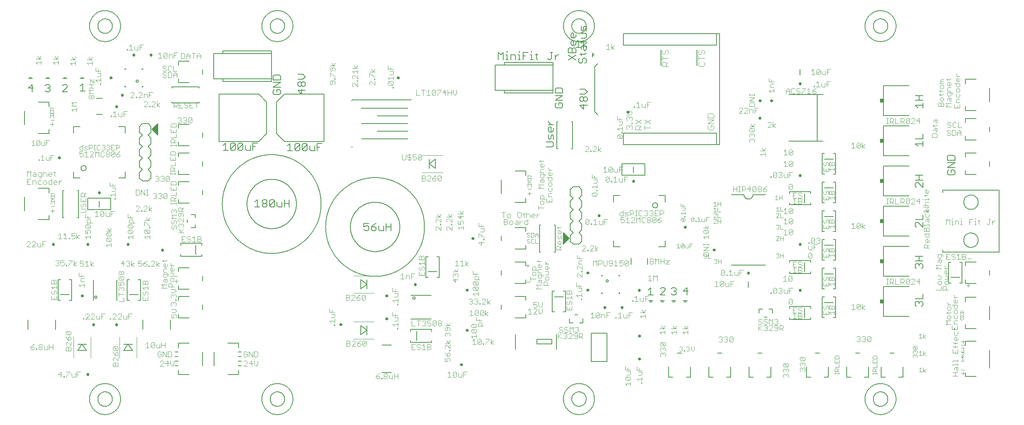
<source format=gto>
G75*
G70*
%OFA0B0*%
%FSLAX24Y24*%
%IPPOS*%
%LPD*%
%AMOC8*
5,1,8,0,0,1.08239X$1,22.5*
%
%ADD10C,0.0040*%
%ADD11C,0.0030*%
%ADD12C,0.0060*%
%ADD13C,0.0050*%
%ADD14C,0.0220*%
%ADD15C,0.0080*%
%ADD16R,0.0300X0.0340*%
D10*
X003801Y004021D02*
X003801Y004481D01*
X003571Y004251D01*
X003878Y004251D01*
X004032Y004097D02*
X004108Y004097D01*
X004108Y004021D01*
X004032Y004021D01*
X004032Y004097D01*
X004262Y004097D02*
X004262Y004021D01*
X004262Y004097D02*
X004569Y004404D01*
X004569Y004481D01*
X004262Y004481D01*
X004722Y004328D02*
X004722Y004097D01*
X004799Y004021D01*
X005029Y004021D01*
X005029Y004328D01*
X005182Y004251D02*
X005336Y004251D01*
X005182Y004481D02*
X005489Y004481D01*
X005182Y004481D02*
X005182Y004021D01*
X008321Y004971D02*
X008321Y005201D01*
X008398Y005278D01*
X008474Y005278D01*
X008551Y005201D01*
X008551Y004971D01*
X008551Y005201D02*
X008628Y005278D01*
X008704Y005278D01*
X008781Y005201D01*
X008781Y004971D01*
X008321Y004971D01*
X008398Y005431D02*
X008321Y005508D01*
X008321Y005661D01*
X008398Y005738D01*
X008474Y005738D01*
X008781Y005431D01*
X008781Y005738D01*
X008901Y005711D02*
X008901Y007491D01*
X008704Y006659D02*
X008398Y006659D01*
X008704Y006352D01*
X008781Y006429D01*
X008781Y006582D01*
X008704Y006659D01*
X008398Y006659D02*
X008321Y006582D01*
X008321Y006429D01*
X008398Y006352D01*
X008704Y006352D01*
X008704Y006198D02*
X008628Y006198D01*
X008551Y006122D01*
X008551Y005891D01*
X008704Y005891D01*
X008781Y005968D01*
X008781Y006122D01*
X008704Y006198D01*
X008398Y006045D02*
X008551Y005891D01*
X008398Y006045D02*
X008321Y006198D01*
X006401Y005711D02*
X006401Y007491D01*
X004901Y007491D02*
X004901Y005711D01*
X004681Y006321D02*
X004221Y006321D01*
X004221Y006551D01*
X004298Y006628D01*
X004374Y006628D01*
X004451Y006551D01*
X004451Y006321D01*
X004451Y006551D02*
X004528Y006628D01*
X004604Y006628D01*
X004681Y006551D01*
X004681Y006321D01*
X004681Y006781D02*
X004374Y007088D01*
X004298Y007088D01*
X004221Y007011D01*
X004221Y006858D01*
X004298Y006781D01*
X004681Y006781D02*
X004681Y007088D01*
X004604Y007241D02*
X004681Y007318D01*
X004681Y007472D01*
X004604Y007548D01*
X004528Y007548D01*
X004451Y007472D01*
X004451Y007241D01*
X004604Y007241D01*
X004451Y007241D02*
X004298Y007395D01*
X004221Y007548D01*
X004298Y007702D02*
X004221Y007779D01*
X004221Y007932D01*
X004298Y008009D01*
X004604Y007702D01*
X004681Y007779D01*
X004681Y007932D01*
X004604Y008009D01*
X004298Y008009D01*
X004298Y007702D02*
X004604Y007702D01*
X003089Y006881D02*
X003089Y006421D01*
X003089Y006651D02*
X002782Y006651D01*
X002629Y006728D02*
X002629Y006421D01*
X002399Y006421D01*
X002322Y006497D01*
X002322Y006728D01*
X002169Y006728D02*
X002092Y006651D01*
X001938Y006651D01*
X001862Y006728D01*
X001862Y006804D01*
X001938Y006881D01*
X002092Y006881D01*
X002169Y006804D01*
X002169Y006728D01*
X002092Y006651D02*
X002169Y006574D01*
X002169Y006497D01*
X002092Y006421D01*
X001938Y006421D01*
X001862Y006497D01*
X001862Y006574D01*
X001938Y006651D01*
X001708Y006497D02*
X001708Y006421D01*
X001632Y006421D01*
X001632Y006497D01*
X001708Y006497D01*
X001478Y006497D02*
X001478Y006574D01*
X001401Y006651D01*
X001171Y006651D01*
X001171Y006497D01*
X001248Y006421D01*
X001401Y006421D01*
X001478Y006497D01*
X001325Y006804D02*
X001171Y006651D01*
X001325Y006804D02*
X001478Y006881D01*
X002782Y006881D02*
X002782Y006421D01*
X005721Y009071D02*
X005798Y009071D01*
X005798Y009147D01*
X005721Y009147D01*
X005721Y009071D01*
X005951Y009071D02*
X006258Y009378D01*
X006258Y009454D01*
X006181Y009531D01*
X006028Y009531D01*
X005951Y009454D01*
X005951Y009071D02*
X006258Y009071D01*
X006412Y009071D02*
X006719Y009378D01*
X006719Y009454D01*
X006642Y009531D01*
X006488Y009531D01*
X006412Y009454D01*
X006412Y009071D02*
X006719Y009071D01*
X006872Y009147D02*
X006949Y009071D01*
X007179Y009071D01*
X007179Y009378D01*
X007332Y009301D02*
X007486Y009301D01*
X007332Y009531D02*
X007639Y009531D01*
X007332Y009531D02*
X007332Y009071D01*
X006872Y009147D02*
X006872Y009378D01*
X008071Y009147D02*
X008071Y009071D01*
X008148Y009071D01*
X008148Y009147D01*
X008071Y009147D01*
X008301Y009071D02*
X008608Y009378D01*
X008608Y009454D01*
X008531Y009531D01*
X008378Y009531D01*
X008301Y009454D01*
X008301Y009071D02*
X008608Y009071D01*
X008762Y009071D02*
X009069Y009378D01*
X009069Y009454D01*
X008992Y009531D01*
X008838Y009531D01*
X008762Y009454D01*
X008762Y009071D02*
X009069Y009071D01*
X009222Y009147D02*
X009299Y009071D01*
X009529Y009071D01*
X009529Y009378D01*
X009682Y009301D02*
X009836Y009301D01*
X009682Y009531D02*
X009989Y009531D01*
X009682Y009531D02*
X009682Y009071D01*
X009222Y009147D02*
X009222Y009378D01*
X009281Y010621D02*
X009281Y010928D01*
X009281Y011235D02*
X008821Y011235D01*
X008821Y011388D02*
X008821Y011081D01*
X008821Y010621D02*
X009281Y010621D01*
X009204Y011541D02*
X009281Y011618D01*
X009281Y011772D01*
X009204Y011848D01*
X009128Y011848D01*
X009051Y011772D01*
X009051Y011695D01*
X009051Y011772D02*
X008974Y011848D01*
X008898Y011848D01*
X008821Y011772D01*
X008821Y011618D01*
X008898Y011541D01*
X008821Y012002D02*
X009051Y012002D01*
X008974Y012155D01*
X008974Y012232D01*
X009051Y012309D01*
X009204Y012309D01*
X009281Y012232D01*
X009281Y012079D01*
X009204Y012002D01*
X008821Y012002D02*
X008821Y012309D01*
X008898Y012462D02*
X008821Y012539D01*
X008821Y012692D01*
X008898Y012769D01*
X009204Y012462D01*
X009281Y012539D01*
X009281Y012692D01*
X009204Y012769D01*
X008898Y012769D01*
X008898Y012923D02*
X008974Y012923D01*
X009051Y012999D01*
X009051Y013153D01*
X009128Y013229D01*
X009204Y013229D01*
X009281Y013153D01*
X009281Y012999D01*
X009204Y012923D01*
X009128Y012923D01*
X009051Y012999D01*
X009051Y013153D02*
X008974Y013229D01*
X008898Y013229D01*
X008821Y013153D01*
X008821Y012999D01*
X008898Y012923D01*
X008898Y012462D02*
X009204Y012462D01*
X010921Y012332D02*
X010998Y012409D01*
X011074Y012409D01*
X011151Y012332D01*
X011151Y012102D01*
X011151Y012332D02*
X011228Y012409D01*
X011304Y012409D01*
X011381Y012332D01*
X011381Y012102D01*
X010921Y012102D01*
X010921Y012332D01*
X010921Y011795D02*
X011381Y011795D01*
X011381Y011948D02*
X011381Y011641D01*
X011304Y011488D02*
X011381Y011411D01*
X011381Y011258D01*
X011304Y011181D01*
X011151Y011258D02*
X011151Y011411D01*
X011228Y011488D01*
X011304Y011488D01*
X011074Y011641D02*
X010921Y011795D01*
X010998Y011488D02*
X010921Y011411D01*
X010921Y011258D01*
X010998Y011181D01*
X011074Y011181D01*
X011151Y011258D01*
X010921Y011028D02*
X010921Y010721D01*
X011381Y010721D01*
X011381Y011028D01*
X011151Y010874D02*
X011151Y010721D01*
X013371Y010988D02*
X013448Y010911D01*
X013371Y010988D02*
X013371Y011141D01*
X013448Y011218D01*
X013524Y011218D01*
X013601Y011141D01*
X013678Y011218D01*
X013754Y011218D01*
X013831Y011141D01*
X013831Y010988D01*
X013754Y010911D01*
X013754Y010758D02*
X013831Y010758D01*
X013831Y010681D01*
X013754Y010681D01*
X013754Y010758D01*
X013754Y010528D02*
X013678Y010528D01*
X013601Y010451D01*
X013601Y010374D01*
X013601Y010451D02*
X013524Y010528D01*
X013448Y010528D01*
X013371Y010451D01*
X013371Y010297D01*
X013448Y010221D01*
X013421Y009938D02*
X013728Y009938D01*
X013881Y009785D01*
X013728Y009631D01*
X013421Y009631D01*
X013421Y009478D02*
X013421Y009171D01*
X013651Y009171D01*
X013574Y009324D01*
X013574Y009401D01*
X013651Y009478D01*
X013804Y009478D01*
X013881Y009401D01*
X013881Y009247D01*
X013804Y009171D01*
X013754Y010221D02*
X013831Y010297D01*
X013831Y010451D01*
X013754Y010528D01*
X013601Y011065D02*
X013601Y011141D01*
X013678Y011372D02*
X013831Y011525D01*
X013678Y011679D01*
X013371Y011679D01*
X013478Y011871D02*
X013478Y012101D01*
X013401Y012178D01*
X013248Y012178D01*
X013171Y012101D01*
X013171Y011871D01*
X013631Y011871D01*
X013851Y012221D02*
X013851Y012528D01*
X013698Y012374D02*
X014004Y012374D01*
X013631Y012408D02*
X013554Y012331D01*
X013401Y012331D01*
X013324Y012408D01*
X013324Y012561D01*
X013401Y012638D01*
X013554Y012638D01*
X013631Y012561D01*
X013631Y012408D01*
X013554Y012791D02*
X013631Y012868D01*
X013554Y012945D01*
X013631Y013022D01*
X013554Y013098D01*
X013324Y013098D01*
X013401Y013252D02*
X013324Y013329D01*
X013324Y013482D01*
X013401Y013559D01*
X013478Y013559D01*
X013478Y013252D01*
X013554Y013252D02*
X013401Y013252D01*
X013554Y013252D02*
X013631Y013329D01*
X013631Y013482D01*
X013631Y013712D02*
X013324Y013712D01*
X013478Y013712D02*
X013324Y013866D01*
X013324Y013942D01*
X013031Y013842D02*
X013031Y013689D01*
X012954Y013612D01*
X012801Y013612D01*
X012724Y013689D01*
X012724Y013842D01*
X012801Y013919D01*
X012878Y013919D01*
X012878Y013612D01*
X012801Y013459D02*
X013031Y013459D01*
X012801Y013459D02*
X012724Y013382D01*
X012724Y013152D01*
X013031Y013152D01*
X013031Y012998D02*
X013031Y012768D01*
X012954Y012691D01*
X012801Y012691D01*
X012724Y012768D01*
X012724Y012998D01*
X013108Y012998D01*
X013185Y012922D01*
X013185Y012845D01*
X013324Y012791D02*
X013554Y012791D01*
X013671Y012801D02*
X013978Y012801D01*
X013031Y012538D02*
X013031Y012308D01*
X012954Y012231D01*
X012878Y012308D01*
X012878Y012538D01*
X012801Y012538D02*
X013031Y012538D01*
X012801Y012538D02*
X012724Y012461D01*
X012724Y012308D01*
X012571Y012078D02*
X013031Y012078D01*
X013031Y011771D02*
X012571Y011771D01*
X012724Y011924D01*
X012571Y012078D01*
X013371Y011372D02*
X013678Y011372D01*
X012363Y013671D02*
X012132Y013824D01*
X012363Y013978D01*
X012132Y014131D02*
X012132Y013671D01*
X011979Y013671D02*
X011672Y013671D01*
X011979Y013978D01*
X011979Y014054D01*
X011902Y014131D01*
X011749Y014131D01*
X011672Y014054D01*
X011519Y013747D02*
X011519Y013671D01*
X011442Y013671D01*
X011442Y013747D01*
X011519Y013747D01*
X011288Y013747D02*
X011288Y013824D01*
X011212Y013901D01*
X010982Y013901D01*
X010982Y013747D01*
X011058Y013671D01*
X011212Y013671D01*
X011288Y013747D01*
X010982Y013901D02*
X011135Y014054D01*
X011288Y014131D01*
X010828Y014131D02*
X010521Y014131D01*
X010521Y013901D01*
X010675Y013978D01*
X010751Y013978D01*
X010828Y013901D01*
X010828Y013747D01*
X010751Y013671D01*
X010598Y013671D01*
X010521Y013747D01*
X010172Y013671D02*
X009942Y013824D01*
X010172Y013978D01*
X009942Y014131D02*
X009942Y013671D01*
X009788Y013747D02*
X009712Y013671D01*
X009558Y013671D01*
X009482Y013747D01*
X009635Y013901D02*
X009712Y013901D01*
X009788Y013824D01*
X009788Y013747D01*
X009712Y013901D02*
X009788Y013978D01*
X009788Y014054D01*
X009712Y014131D01*
X009558Y014131D01*
X009482Y014054D01*
X009328Y013901D02*
X009021Y013901D01*
X009251Y014131D01*
X009251Y013671D01*
X006622Y013671D02*
X006392Y013824D01*
X006622Y013978D01*
X006392Y014131D02*
X006392Y013671D01*
X006238Y013671D02*
X005932Y013671D01*
X006085Y013671D02*
X006085Y014131D01*
X005932Y013978D01*
X005778Y013901D02*
X005778Y013747D01*
X005701Y013671D01*
X005548Y013671D01*
X005471Y013747D01*
X005471Y013901D02*
X005625Y013978D01*
X005701Y013978D01*
X005778Y013901D01*
X005778Y014131D02*
X005471Y014131D01*
X005471Y013901D01*
X005163Y014028D02*
X004932Y013874D01*
X005163Y013721D01*
X004932Y013721D02*
X004932Y014181D01*
X004779Y014181D02*
X004779Y014104D01*
X004472Y013797D01*
X004472Y013721D01*
X004319Y013721D02*
X004242Y013721D01*
X004242Y013797D01*
X004319Y013797D01*
X004319Y013721D01*
X004088Y013797D02*
X004088Y013951D01*
X004012Y014028D01*
X003935Y014028D01*
X003782Y013951D01*
X003782Y014181D01*
X004088Y014181D01*
X004088Y013797D02*
X004012Y013721D01*
X003858Y013721D01*
X003782Y013797D01*
X003628Y013797D02*
X003551Y013721D01*
X003398Y013721D01*
X003321Y013797D01*
X003475Y013951D02*
X003551Y013951D01*
X003628Y013874D01*
X003628Y013797D01*
X003551Y013951D02*
X003628Y014028D01*
X003628Y014104D01*
X003551Y014181D01*
X003398Y014181D01*
X003321Y014104D01*
X004472Y014181D02*
X004779Y014181D01*
X005371Y013098D02*
X005371Y012791D01*
X005831Y012791D01*
X005831Y012638D02*
X005601Y012638D01*
X005524Y012561D01*
X005524Y012331D01*
X005831Y012331D01*
X005831Y012178D02*
X005831Y011871D01*
X005831Y012024D02*
X005371Y012024D01*
X005524Y011871D01*
X003431Y011845D02*
X002971Y011845D01*
X003124Y011691D01*
X003048Y011538D02*
X002971Y011461D01*
X002971Y011308D01*
X003048Y011231D01*
X003124Y011231D01*
X003201Y011308D01*
X003201Y011461D01*
X003278Y011538D01*
X003354Y011538D01*
X003431Y011461D01*
X003431Y011308D01*
X003354Y011231D01*
X003431Y011078D02*
X003431Y010771D01*
X002971Y010771D01*
X002971Y011078D01*
X003201Y010924D02*
X003201Y010771D01*
X003431Y011691D02*
X003431Y011998D01*
X003431Y012152D02*
X002971Y012152D01*
X002971Y012382D01*
X003048Y012459D01*
X003124Y012459D01*
X003201Y012382D01*
X003201Y012152D01*
X003201Y012382D02*
X003278Y012459D01*
X003354Y012459D01*
X003431Y012382D01*
X003431Y012152D01*
X005601Y012791D02*
X005601Y012945D01*
X007874Y015371D02*
X007721Y015524D01*
X008181Y015524D01*
X008181Y015371D02*
X008181Y015678D01*
X008104Y015831D02*
X007798Y016138D01*
X008104Y016138D01*
X008181Y016061D01*
X008181Y015908D01*
X008104Y015831D01*
X007798Y015831D01*
X007721Y015908D01*
X007721Y016061D01*
X007798Y016138D01*
X007798Y016291D02*
X007721Y016368D01*
X007721Y016522D01*
X007798Y016598D01*
X008104Y016291D01*
X008181Y016368D01*
X008181Y016522D01*
X008104Y016598D01*
X007798Y016598D01*
X007721Y016752D02*
X008181Y016752D01*
X008028Y016752D02*
X007874Y016982D01*
X008028Y016752D02*
X008181Y016982D01*
X008104Y016291D02*
X007798Y016291D01*
X006381Y016224D02*
X005921Y016224D01*
X006074Y016071D01*
X006381Y016071D02*
X006381Y016378D01*
X006304Y016531D02*
X006381Y016608D01*
X006381Y016761D01*
X006304Y016838D01*
X006151Y016838D01*
X006074Y016761D01*
X006074Y016685D01*
X006151Y016531D01*
X005921Y016531D01*
X005921Y016838D01*
X005998Y016991D02*
X005921Y017068D01*
X005921Y017222D01*
X005998Y017298D01*
X006304Y016991D01*
X006381Y017068D01*
X006381Y017222D01*
X006304Y017298D01*
X005998Y017298D01*
X006074Y017452D02*
X006074Y017682D01*
X006151Y017759D01*
X006304Y017759D01*
X006381Y017682D01*
X006381Y017452D01*
X006535Y017452D02*
X006074Y017452D01*
X005998Y016991D02*
X006304Y016991D01*
X005182Y016531D02*
X005182Y016071D01*
X005182Y016224D02*
X005413Y016378D01*
X005182Y016224D02*
X005413Y016071D01*
X005029Y016147D02*
X004952Y016071D01*
X004799Y016071D01*
X004722Y016147D01*
X004569Y016147D02*
X004569Y016071D01*
X004492Y016071D01*
X004492Y016147D01*
X004569Y016147D01*
X004722Y016301D02*
X004875Y016378D01*
X004952Y016378D01*
X005029Y016301D01*
X005029Y016147D01*
X004722Y016301D02*
X004722Y016531D01*
X005029Y016531D01*
X004338Y016071D02*
X004032Y016071D01*
X004185Y016071D02*
X004185Y016531D01*
X004032Y016378D01*
X003725Y016531D02*
X003725Y016071D01*
X003878Y016071D02*
X003571Y016071D01*
X003571Y016378D02*
X003725Y016531D01*
X002509Y015831D02*
X002202Y015831D01*
X002202Y015371D01*
X002049Y015371D02*
X002049Y015678D01*
X002202Y015601D02*
X002356Y015601D01*
X002049Y015371D02*
X001819Y015371D01*
X001742Y015447D01*
X001742Y015678D01*
X001588Y015678D02*
X001282Y015371D01*
X001588Y015371D01*
X001588Y015678D02*
X001588Y015754D01*
X001512Y015831D01*
X001358Y015831D01*
X001282Y015754D01*
X001128Y015754D02*
X001051Y015831D01*
X000898Y015831D01*
X000821Y015754D01*
X001128Y015754D02*
X001128Y015678D01*
X000821Y015371D01*
X001128Y015371D01*
X005921Y017912D02*
X005921Y018219D01*
X005904Y018371D02*
X005981Y018447D01*
X005981Y018601D01*
X005904Y018678D01*
X005521Y018678D01*
X005598Y018831D02*
X005674Y018831D01*
X005751Y018908D01*
X005751Y019061D01*
X005828Y019138D01*
X005904Y019138D01*
X005981Y019061D01*
X005981Y018908D01*
X005904Y018831D01*
X005598Y018831D02*
X005521Y018908D01*
X005521Y019061D01*
X005598Y019138D01*
X005521Y019291D02*
X005981Y019291D01*
X005981Y019598D01*
X005981Y019752D02*
X005521Y019752D01*
X005521Y019982D01*
X005598Y020059D01*
X005751Y020059D01*
X005828Y019982D01*
X005828Y019752D01*
X005828Y019905D02*
X005981Y020059D01*
X005521Y019598D02*
X005521Y019291D01*
X005751Y019291D02*
X005751Y019445D01*
X005904Y018371D02*
X005521Y018371D01*
X005921Y017912D02*
X006381Y017912D01*
X006151Y017912D02*
X006151Y018066D01*
X006771Y018021D02*
X007078Y018021D01*
X006925Y018021D02*
X006925Y018481D01*
X006771Y018328D01*
X007232Y018404D02*
X007232Y018097D01*
X007538Y018404D01*
X007538Y018097D01*
X007462Y018021D01*
X007308Y018021D01*
X007232Y018097D01*
X007232Y018404D02*
X007308Y018481D01*
X007462Y018481D01*
X007538Y018404D01*
X007692Y018328D02*
X007692Y018097D01*
X007769Y018021D01*
X007999Y018021D01*
X007999Y018328D01*
X008152Y018251D02*
X008306Y018251D01*
X008152Y018481D02*
X008459Y018481D01*
X008152Y018481D02*
X008152Y018021D01*
X009621Y017912D02*
X009621Y018219D01*
X009851Y018066D02*
X009851Y017912D01*
X009851Y017759D02*
X010004Y017759D01*
X010081Y017682D01*
X010081Y017452D01*
X010235Y017452D02*
X009774Y017452D01*
X009774Y017682D01*
X009851Y017759D01*
X010081Y017912D02*
X009621Y017912D01*
X010321Y018471D02*
X010628Y018778D01*
X010628Y018854D01*
X010551Y018931D01*
X010398Y018931D01*
X010321Y018854D01*
X010321Y018471D02*
X010628Y018471D01*
X010782Y018471D02*
X010858Y018471D01*
X010858Y018547D01*
X010782Y018547D01*
X010782Y018471D01*
X011012Y018471D02*
X011319Y018778D01*
X011319Y018854D01*
X011242Y018931D01*
X011088Y018931D01*
X011012Y018854D01*
X011012Y018471D02*
X011319Y018471D01*
X011472Y018471D02*
X011472Y018931D01*
X011702Y018778D02*
X011472Y018624D01*
X011702Y018471D01*
X011531Y017912D02*
X011378Y017682D01*
X011224Y017912D01*
X011071Y017682D02*
X011531Y017682D01*
X011148Y017529D02*
X011454Y017222D01*
X011531Y017222D01*
X011531Y017068D02*
X011531Y016991D01*
X011454Y016991D01*
X011454Y017068D01*
X011531Y017068D01*
X011454Y016838D02*
X011531Y016761D01*
X011531Y016608D01*
X011454Y016531D01*
X011148Y016838D01*
X011454Y016838D01*
X011148Y016838D02*
X011071Y016761D01*
X011071Y016608D01*
X011148Y016531D01*
X011454Y016531D01*
X011531Y016378D02*
X011531Y016071D01*
X011531Y016224D02*
X011071Y016224D01*
X011224Y016071D01*
X010081Y016071D02*
X010081Y016378D01*
X010081Y016224D02*
X009621Y016224D01*
X009774Y016071D01*
X009698Y016531D02*
X009621Y016608D01*
X009621Y016761D01*
X009698Y016838D01*
X010004Y016531D01*
X010081Y016608D01*
X010081Y016761D01*
X010004Y016838D01*
X009698Y016838D01*
X009698Y016991D02*
X009621Y017068D01*
X009621Y017222D01*
X009698Y017298D01*
X010004Y016991D01*
X010081Y017068D01*
X010081Y017222D01*
X010004Y017298D01*
X009698Y017298D01*
X009698Y016991D02*
X010004Y016991D01*
X010004Y016531D02*
X009698Y016531D01*
X011071Y017222D02*
X011071Y017529D01*
X011148Y017529D01*
X013421Y017458D02*
X013498Y017381D01*
X013574Y017381D01*
X013651Y017458D01*
X013651Y017611D01*
X013728Y017688D01*
X013804Y017688D01*
X013881Y017611D01*
X013881Y017458D01*
X013804Y017381D01*
X013804Y017228D02*
X013881Y017151D01*
X013881Y016997D01*
X013804Y016921D01*
X013651Y016997D02*
X013651Y017151D01*
X013728Y017228D01*
X013804Y017228D01*
X014021Y017158D02*
X014021Y017311D01*
X014098Y017388D01*
X014174Y017388D01*
X014251Y017311D01*
X014328Y017388D01*
X014404Y017388D01*
X014481Y017311D01*
X014481Y017158D01*
X014404Y017081D01*
X014481Y016928D02*
X014251Y016697D01*
X014328Y016621D02*
X014021Y016928D01*
X014098Y017081D02*
X014021Y017158D01*
X014251Y017235D02*
X014251Y017311D01*
X014098Y017541D02*
X014021Y017618D01*
X014021Y017772D01*
X014098Y017848D01*
X014174Y017848D01*
X014481Y017541D01*
X014481Y017848D01*
X014404Y018002D02*
X014481Y018079D01*
X014481Y018232D01*
X014404Y018309D01*
X014098Y018309D01*
X014021Y018232D01*
X014021Y018079D01*
X014098Y018002D01*
X014174Y018002D01*
X014251Y018079D01*
X014251Y018309D01*
X014328Y018462D02*
X014328Y018692D01*
X014251Y018769D01*
X014098Y018769D01*
X014021Y018692D01*
X014021Y018462D01*
X014481Y018462D01*
X014328Y018616D02*
X014481Y018769D01*
X013881Y018532D02*
X013804Y018609D01*
X013728Y018609D01*
X013651Y018532D01*
X013651Y018455D01*
X013651Y018532D02*
X013574Y018609D01*
X013498Y018609D01*
X013421Y018532D01*
X013421Y018379D01*
X013498Y018302D01*
X013421Y018148D02*
X013881Y018148D01*
X013804Y018302D02*
X013881Y018379D01*
X013881Y018532D01*
X013421Y018148D02*
X013574Y017995D01*
X013421Y017841D01*
X013881Y017841D01*
X013498Y017688D02*
X013421Y017611D01*
X013421Y017458D01*
X013498Y017228D02*
X013421Y017151D01*
X013421Y016997D01*
X013498Y016921D01*
X013574Y016921D01*
X013651Y016997D01*
X014021Y016621D02*
X014481Y016621D01*
X014628Y016281D02*
X014321Y016281D01*
X014321Y015821D01*
X014628Y015821D01*
X014782Y015897D02*
X014858Y015821D01*
X015012Y015821D01*
X015088Y015897D01*
X015088Y015974D01*
X015012Y016051D01*
X014858Y016051D01*
X014782Y016128D01*
X014782Y016204D01*
X014858Y016281D01*
X015012Y016281D01*
X015088Y016204D01*
X015242Y016128D02*
X015395Y016281D01*
X015395Y015821D01*
X015242Y015821D02*
X015549Y015821D01*
X015702Y015821D02*
X015932Y015821D01*
X016009Y015897D01*
X016009Y015974D01*
X015932Y016051D01*
X015702Y016051D01*
X015702Y016281D02*
X015932Y016281D01*
X016009Y016204D01*
X016009Y016128D01*
X015932Y016051D01*
X015702Y015821D02*
X015702Y016281D01*
X014475Y016051D02*
X014321Y016051D01*
X013031Y014226D02*
X012954Y014149D01*
X012648Y014149D01*
X012724Y014073D02*
X012724Y014226D01*
X003228Y018501D02*
X002921Y018501D01*
X003075Y018654D02*
X003075Y018347D01*
X003228Y018901D02*
X002921Y018901D01*
X002921Y019071D02*
X002921Y019378D01*
X003075Y019531D01*
X003228Y019378D01*
X003228Y019071D01*
X003228Y019301D02*
X002921Y019301D01*
X002921Y019571D02*
X003151Y019571D01*
X003228Y019647D01*
X003228Y019724D01*
X003151Y019801D01*
X002921Y019801D01*
X002921Y020031D02*
X003151Y020031D01*
X003228Y019954D01*
X003228Y019878D01*
X003151Y019801D01*
X002921Y019571D02*
X002921Y020031D01*
X003019Y020821D02*
X002789Y020821D01*
X002713Y020897D01*
X002713Y021051D01*
X002789Y021128D01*
X003019Y021128D01*
X003019Y021281D02*
X003019Y020821D01*
X003173Y020897D02*
X003173Y021051D01*
X003250Y021128D01*
X003403Y021128D01*
X003480Y021051D01*
X003480Y020974D01*
X003173Y020974D01*
X003173Y020897D02*
X003250Y020821D01*
X003403Y020821D01*
X003633Y020821D02*
X003633Y021128D01*
X003787Y021128D02*
X003863Y021128D01*
X003787Y021128D02*
X003633Y020974D01*
X003326Y021521D02*
X003250Y021597D01*
X003250Y021904D01*
X003326Y021828D02*
X003173Y021828D01*
X003019Y021751D02*
X003019Y021674D01*
X002713Y021674D01*
X002713Y021597D02*
X002713Y021751D01*
X002789Y021828D01*
X002943Y021828D01*
X003019Y021751D01*
X002943Y021521D02*
X002789Y021521D01*
X002713Y021597D01*
X002559Y021521D02*
X002559Y021751D01*
X002482Y021828D01*
X002252Y021828D01*
X002252Y021521D01*
X002099Y021521D02*
X001869Y021521D01*
X001792Y021597D01*
X001792Y021751D01*
X001869Y021828D01*
X002099Y021828D01*
X002099Y021444D01*
X002022Y021367D01*
X001945Y021367D01*
X001869Y021128D02*
X001792Y021051D01*
X001792Y020897D01*
X001869Y020821D01*
X002099Y020821D01*
X002252Y020897D02*
X002329Y020821D01*
X002482Y020821D01*
X002559Y020897D01*
X002559Y021051D01*
X002482Y021128D01*
X002329Y021128D01*
X002252Y021051D01*
X002252Y020897D01*
X002099Y021128D02*
X001869Y021128D01*
X001638Y021051D02*
X001638Y020821D01*
X001638Y021051D02*
X001562Y021128D01*
X001332Y021128D01*
X001332Y020821D01*
X001178Y020821D02*
X000871Y020821D01*
X000871Y021281D01*
X001178Y021281D01*
X001178Y021521D02*
X001178Y021981D01*
X001025Y021828D01*
X000871Y021981D01*
X000871Y021521D01*
X001332Y021597D02*
X001408Y021674D01*
X001638Y021674D01*
X001638Y021751D02*
X001638Y021521D01*
X001408Y021521D01*
X001332Y021597D01*
X001408Y021828D02*
X001562Y021828D01*
X001638Y021751D01*
X001025Y021051D02*
X000871Y021051D01*
X001871Y022921D02*
X001940Y022921D01*
X001940Y022989D01*
X001871Y022989D01*
X001871Y022921D01*
X002078Y022921D02*
X002352Y022921D01*
X002215Y022921D02*
X002215Y023331D01*
X002078Y023194D01*
X002493Y023194D02*
X002493Y022989D01*
X002561Y022921D01*
X002766Y022921D01*
X002766Y023194D01*
X002907Y023126D02*
X003044Y023126D01*
X002907Y023331D02*
X003181Y023331D01*
X002907Y023331D02*
X002907Y022921D01*
X005421Y023297D02*
X005498Y023221D01*
X005651Y023221D01*
X005728Y023297D01*
X005728Y023451D01*
X005651Y023528D01*
X005575Y023528D01*
X005421Y023451D01*
X005421Y023681D01*
X005728Y023681D01*
X005695Y023821D02*
X005490Y023821D01*
X005421Y023889D01*
X005421Y024026D01*
X005490Y024094D01*
X005695Y024094D01*
X005695Y024231D02*
X005695Y023821D01*
X005836Y023821D02*
X006041Y023821D01*
X006109Y023889D01*
X006041Y023958D01*
X005904Y023958D01*
X005836Y024026D01*
X005904Y024094D01*
X006109Y024094D01*
X006250Y023958D02*
X006455Y023958D01*
X006523Y024026D01*
X006523Y024163D01*
X006455Y024231D01*
X006250Y024231D01*
X006250Y023821D01*
X006419Y023681D02*
X006342Y023604D01*
X006419Y023681D02*
X006572Y023681D01*
X006649Y023604D01*
X006649Y023528D01*
X006342Y023221D01*
X006649Y023221D01*
X006802Y023221D02*
X006802Y023681D01*
X006956Y023528D01*
X007109Y023681D01*
X007109Y023221D01*
X007263Y023297D02*
X007339Y023221D01*
X007493Y023221D01*
X007569Y023297D01*
X007723Y023297D02*
X007723Y023374D01*
X007800Y023451D01*
X007953Y023451D01*
X008030Y023374D01*
X008030Y023297D01*
X007953Y023221D01*
X007800Y023221D01*
X007723Y023297D01*
X007800Y023451D02*
X007723Y023528D01*
X007723Y023604D01*
X007800Y023681D01*
X007953Y023681D01*
X008030Y023604D01*
X008030Y023528D01*
X007953Y023451D01*
X008183Y023604D02*
X008260Y023681D01*
X008413Y023681D01*
X008490Y023604D01*
X008183Y023297D01*
X008260Y023221D01*
X008413Y023221D01*
X008490Y023297D01*
X008490Y023604D01*
X008644Y023451D02*
X008644Y023297D01*
X008720Y023221D01*
X008874Y023221D01*
X008951Y023297D01*
X008951Y023374D01*
X008874Y023451D01*
X008644Y023451D01*
X008797Y023604D01*
X008951Y023681D01*
X008803Y023958D02*
X008598Y023958D01*
X008598Y023821D02*
X008598Y024231D01*
X008803Y024231D01*
X008871Y024163D01*
X008871Y024026D01*
X008803Y023958D01*
X008457Y023821D02*
X008183Y023821D01*
X008183Y024231D01*
X008457Y024231D01*
X008320Y024026D02*
X008183Y024026D01*
X008043Y023958D02*
X008043Y023889D01*
X007974Y023821D01*
X007837Y023821D01*
X007769Y023889D01*
X007628Y023889D02*
X007560Y023821D01*
X007423Y023821D01*
X007355Y023889D01*
X007214Y023889D02*
X007146Y023821D01*
X007009Y023821D01*
X006940Y023889D01*
X006940Y024163D01*
X007009Y024231D01*
X007146Y024231D01*
X007214Y024163D01*
X007355Y024163D02*
X007423Y024231D01*
X007560Y024231D01*
X007628Y024163D01*
X007628Y024094D01*
X007560Y024026D01*
X007628Y023958D01*
X007628Y023889D01*
X007560Y024026D02*
X007491Y024026D01*
X007769Y024163D02*
X007837Y024231D01*
X007974Y024231D01*
X008043Y024163D01*
X008043Y024094D01*
X007974Y024026D01*
X008043Y023958D01*
X007974Y024026D02*
X007906Y024026D01*
X008183Y023604D02*
X008183Y023297D01*
X007569Y023604D02*
X007493Y023681D01*
X007339Y023681D01*
X007263Y023604D01*
X007263Y023297D01*
X006188Y023221D02*
X005882Y023221D01*
X006035Y023221D02*
X006035Y023681D01*
X005882Y023528D01*
X006664Y023821D02*
X006801Y023821D01*
X006733Y023821D02*
X006733Y024231D01*
X006801Y024231D02*
X006664Y024231D01*
X002788Y024631D02*
X002514Y024631D01*
X002514Y024221D01*
X002373Y024221D02*
X002373Y024494D01*
X002514Y024426D02*
X002651Y024426D01*
X002373Y024221D02*
X002168Y024221D01*
X002100Y024289D01*
X002100Y024494D01*
X001959Y024563D02*
X001686Y024289D01*
X001754Y024221D01*
X001891Y024221D01*
X001959Y024289D01*
X001959Y024563D01*
X001891Y024631D01*
X001754Y024631D01*
X001686Y024563D01*
X001686Y024289D01*
X001545Y024221D02*
X001271Y024221D01*
X001408Y024221D02*
X001408Y024631D01*
X001271Y024494D01*
X002871Y026051D02*
X003178Y026051D01*
X003025Y026204D02*
X003025Y025897D01*
X002921Y026401D02*
X003228Y026401D01*
X003178Y026571D02*
X003178Y026878D01*
X003025Y027031D01*
X002871Y026878D01*
X002871Y026571D01*
X002871Y026801D02*
X003178Y026801D01*
X003101Y027021D02*
X002871Y027021D01*
X002871Y027481D01*
X003101Y027481D01*
X003178Y027404D01*
X003178Y027328D01*
X003101Y027251D01*
X002871Y027251D01*
X003101Y027251D02*
X003178Y027174D01*
X003178Y027097D01*
X003101Y027021D01*
X004721Y027324D02*
X005181Y027324D01*
X005181Y027171D02*
X005181Y027478D01*
X005181Y027631D02*
X004721Y027631D01*
X004874Y027785D01*
X004721Y027938D01*
X005181Y027938D01*
X006221Y028347D02*
X006221Y028501D01*
X006298Y028578D01*
X006374Y028578D01*
X006451Y028501D01*
X006451Y028347D01*
X006374Y028271D01*
X006298Y028271D01*
X006221Y028347D01*
X006451Y028347D02*
X006528Y028271D01*
X006604Y028271D01*
X006681Y028347D01*
X006681Y028501D01*
X006604Y028578D01*
X006528Y028578D01*
X006451Y028501D01*
X006221Y028731D02*
X006374Y028885D01*
X006221Y029038D01*
X006681Y029038D01*
X006681Y029191D02*
X006221Y029191D01*
X006451Y029191D02*
X006451Y029498D01*
X006374Y029652D02*
X006374Y029959D01*
X006681Y029652D01*
X006681Y029959D01*
X006821Y029904D02*
X007281Y029904D01*
X007281Y029751D02*
X007281Y030058D01*
X007204Y030211D02*
X007281Y030288D01*
X007281Y030518D01*
X006974Y030518D01*
X007051Y030672D02*
X007051Y030825D01*
X007281Y030672D02*
X006821Y030672D01*
X006821Y030979D01*
X006531Y031221D02*
X006531Y031528D01*
X006531Y031681D02*
X006071Y031681D01*
X006224Y031911D02*
X006378Y031681D01*
X006531Y031911D01*
X006531Y031374D02*
X006071Y031374D01*
X006224Y031221D01*
X005081Y031221D02*
X005081Y031528D01*
X005081Y031681D02*
X004621Y031681D01*
X004774Y031911D02*
X004928Y031681D01*
X005081Y031911D01*
X005081Y031374D02*
X004621Y031374D01*
X004774Y031221D01*
X003581Y031271D02*
X003581Y031578D01*
X003581Y031731D02*
X003121Y031731D01*
X003274Y031961D02*
X003428Y031731D01*
X003581Y031961D01*
X003581Y031424D02*
X003121Y031424D01*
X003274Y031271D01*
X002081Y031271D02*
X002081Y031578D01*
X002081Y031731D02*
X001621Y031731D01*
X001774Y031961D02*
X001928Y031731D01*
X002081Y031961D01*
X002081Y031424D02*
X001621Y031424D01*
X001774Y031271D01*
X006221Y029498D02*
X006681Y029498D01*
X006974Y029751D02*
X006821Y029904D01*
X006974Y030211D02*
X007204Y030211D01*
X007204Y029597D02*
X007281Y029597D01*
X007281Y029521D01*
X007204Y029521D01*
X007204Y029597D01*
X006681Y028731D02*
X006221Y028731D01*
X004721Y027324D02*
X004874Y027171D01*
X008121Y026797D02*
X008198Y026797D01*
X008198Y026721D01*
X008121Y026721D01*
X008121Y026797D01*
X008351Y026721D02*
X008658Y026721D01*
X008505Y026721D02*
X008505Y027181D01*
X008351Y027028D01*
X008812Y027028D02*
X008812Y026797D01*
X008888Y026721D01*
X009119Y026721D01*
X009119Y027028D01*
X009272Y026951D02*
X009425Y026951D01*
X009272Y027181D02*
X009579Y027181D01*
X009272Y027181D02*
X009272Y026721D01*
X011021Y027571D02*
X011328Y027878D01*
X011328Y027954D01*
X011251Y028031D01*
X011098Y028031D01*
X011021Y027954D01*
X011021Y027571D02*
X011328Y027571D01*
X011482Y027571D02*
X011558Y027571D01*
X011558Y027647D01*
X011482Y027647D01*
X011482Y027571D01*
X011712Y027571D02*
X012019Y027878D01*
X012019Y027954D01*
X011942Y028031D01*
X011788Y028031D01*
X011712Y027954D01*
X011712Y027571D02*
X012019Y027571D01*
X012172Y027571D02*
X012172Y028031D01*
X012402Y027878D02*
X012172Y027724D01*
X012402Y027571D01*
X013621Y027624D02*
X013851Y027624D01*
X013928Y027701D01*
X013928Y027854D01*
X013851Y027931D01*
X013621Y027931D01*
X013621Y027471D01*
X013775Y027624D02*
X013928Y027471D01*
X014082Y027471D02*
X014388Y027471D01*
X014542Y027547D02*
X014619Y027471D01*
X014772Y027471D01*
X014849Y027547D01*
X014849Y027624D01*
X014772Y027701D01*
X014619Y027701D01*
X014542Y027778D01*
X014542Y027854D01*
X014619Y027931D01*
X014772Y027931D01*
X014849Y027854D01*
X015002Y027931D02*
X015002Y027471D01*
X015309Y027471D01*
X015156Y027701D02*
X015002Y027701D01*
X015002Y027931D02*
X015309Y027931D01*
X015463Y027931D02*
X015769Y027931D01*
X015616Y027931D02*
X015616Y027471D01*
X015122Y026631D02*
X015199Y026554D01*
X014892Y026247D01*
X014969Y026171D01*
X015122Y026171D01*
X015199Y026247D01*
X015199Y026554D01*
X015122Y026631D02*
X014969Y026631D01*
X014892Y026554D01*
X014892Y026247D01*
X014738Y026247D02*
X014662Y026171D01*
X014508Y026171D01*
X014432Y026247D01*
X014278Y026247D02*
X014201Y026171D01*
X014048Y026171D01*
X013971Y026247D01*
X014125Y026401D02*
X014201Y026401D01*
X014278Y026324D01*
X014278Y026247D01*
X014201Y026401D02*
X014278Y026478D01*
X014278Y026554D01*
X014201Y026631D01*
X014048Y026631D01*
X013971Y026554D01*
X014432Y026554D02*
X014508Y026631D01*
X014662Y026631D01*
X014738Y026554D01*
X014738Y026478D01*
X014662Y026401D01*
X014738Y026324D01*
X014738Y026247D01*
X014662Y026401D02*
X014585Y026401D01*
X013831Y026039D02*
X013754Y026116D01*
X013448Y026116D01*
X013371Y026039D01*
X013371Y025809D01*
X013831Y025809D01*
X013831Y026039D01*
X013831Y025655D02*
X013831Y025348D01*
X013371Y025348D01*
X013371Y025655D01*
X013601Y025502D02*
X013601Y025348D01*
X013831Y025195D02*
X013831Y024888D01*
X013371Y024888D01*
X013448Y024735D02*
X013601Y024735D01*
X013678Y024658D01*
X013678Y024428D01*
X013678Y024581D02*
X013831Y024735D01*
X013831Y024428D02*
X013371Y024428D01*
X013371Y024658D01*
X013448Y024735D01*
X013371Y024274D02*
X013371Y024121D01*
X013371Y024197D02*
X013831Y024197D01*
X013831Y024121D02*
X013831Y024274D01*
X013704Y023666D02*
X013398Y023666D01*
X013321Y023589D01*
X013321Y023359D01*
X013781Y023359D01*
X013781Y023589D01*
X013704Y023666D01*
X013781Y023205D02*
X013781Y022898D01*
X013321Y022898D01*
X013321Y023205D01*
X013551Y023052D02*
X013551Y022898D01*
X013781Y022745D02*
X013781Y022438D01*
X013321Y022438D01*
X013398Y022285D02*
X013551Y022285D01*
X013628Y022208D01*
X013628Y021978D01*
X013628Y022131D02*
X013781Y022285D01*
X013781Y021978D02*
X013321Y021978D01*
X013321Y022208D01*
X013398Y022285D01*
X013321Y021824D02*
X013321Y021671D01*
X013321Y021747D02*
X013781Y021747D01*
X013781Y021671D02*
X013781Y021824D01*
X013249Y021454D02*
X012942Y021147D01*
X013019Y021071D01*
X013172Y021071D01*
X013249Y021147D01*
X013249Y021454D01*
X013172Y021531D01*
X013019Y021531D01*
X012942Y021454D01*
X012942Y021147D01*
X012788Y021147D02*
X012712Y021071D01*
X012558Y021071D01*
X012482Y021147D01*
X012328Y021147D02*
X012251Y021071D01*
X012098Y021071D01*
X012021Y021147D01*
X012175Y021301D02*
X012251Y021301D01*
X012328Y021224D01*
X012328Y021147D01*
X012251Y021301D02*
X012328Y021378D01*
X012328Y021454D01*
X012251Y021531D01*
X012098Y021531D01*
X012021Y021454D01*
X012482Y021454D02*
X012558Y021531D01*
X012712Y021531D01*
X012788Y021454D01*
X012788Y021378D01*
X012712Y021301D01*
X012788Y021224D01*
X012788Y021147D01*
X012712Y021301D02*
X012635Y021301D01*
X013371Y020989D02*
X013371Y020759D01*
X013831Y020759D01*
X013831Y020989D01*
X013754Y021066D01*
X013448Y021066D01*
X013371Y020989D01*
X013371Y020605D02*
X013371Y020298D01*
X013831Y020298D01*
X013831Y020605D01*
X013601Y020452D02*
X013601Y020298D01*
X013831Y020145D02*
X013831Y019838D01*
X013371Y019838D01*
X013448Y019685D02*
X013601Y019685D01*
X013678Y019608D01*
X013678Y019378D01*
X013678Y019531D02*
X013831Y019685D01*
X013831Y019378D02*
X013371Y019378D01*
X013371Y019608D01*
X013448Y019685D01*
X013049Y019647D02*
X013049Y019954D01*
X012742Y019647D01*
X012819Y019571D01*
X012972Y019571D01*
X013049Y019647D01*
X012742Y019647D02*
X012742Y019954D01*
X012819Y020031D01*
X012972Y020031D01*
X013049Y019954D01*
X012588Y019954D02*
X012588Y019878D01*
X012512Y019801D01*
X012588Y019724D01*
X012588Y019647D01*
X012512Y019571D01*
X012358Y019571D01*
X012282Y019647D01*
X012128Y019647D02*
X012051Y019571D01*
X011898Y019571D01*
X011821Y019647D01*
X011975Y019801D02*
X012051Y019801D01*
X012128Y019724D01*
X012128Y019647D01*
X012051Y019801D02*
X012128Y019878D01*
X012128Y019954D01*
X012051Y020031D01*
X011898Y020031D01*
X011821Y019954D01*
X011395Y019871D02*
X011242Y019871D01*
X011319Y019871D02*
X011319Y020331D01*
X011395Y020331D02*
X011242Y020331D01*
X011088Y020331D02*
X011088Y019871D01*
X010782Y020331D01*
X010782Y019871D01*
X010628Y019947D02*
X010628Y020254D01*
X010551Y020331D01*
X010321Y020331D01*
X010321Y019871D01*
X010551Y019871D01*
X010628Y019947D01*
X012282Y019954D02*
X012358Y020031D01*
X012512Y020031D01*
X012588Y019954D01*
X012512Y019801D02*
X012435Y019801D01*
X013371Y019224D02*
X013371Y019071D01*
X013371Y019147D02*
X013831Y019147D01*
X013831Y019071D02*
X013831Y019224D01*
X008531Y019521D02*
X008531Y019597D01*
X008454Y019597D01*
X008454Y019521D01*
X008531Y019521D01*
X008531Y019751D02*
X008531Y020058D01*
X008531Y019904D02*
X008071Y019904D01*
X008224Y019751D01*
X008224Y020211D02*
X008454Y020211D01*
X008531Y020288D01*
X008531Y020518D01*
X008224Y020518D01*
X008301Y020672D02*
X008301Y020825D01*
X008071Y020672D02*
X008071Y020979D01*
X008071Y020672D02*
X008531Y020672D01*
X014082Y027471D02*
X014082Y027931D01*
X014388Y027931D01*
X014235Y027701D02*
X014082Y027701D01*
X011636Y028601D02*
X011482Y028601D01*
X011329Y028601D02*
X011329Y028371D01*
X011482Y028371D02*
X011482Y028831D01*
X011789Y028831D01*
X011329Y028601D02*
X011252Y028678D01*
X011022Y028678D01*
X011022Y028371D01*
X010869Y028371D02*
X010562Y028371D01*
X010869Y028678D01*
X010869Y028754D01*
X010792Y028831D01*
X010638Y028831D01*
X010562Y028754D01*
X010408Y028447D02*
X010408Y028371D01*
X010332Y028371D01*
X010332Y028447D01*
X010408Y028447D01*
X010178Y028371D02*
X009871Y028371D01*
X010178Y028678D01*
X010178Y028754D01*
X010101Y028831D01*
X009948Y028831D01*
X009871Y028754D01*
X012671Y030197D02*
X012748Y030121D01*
X012901Y030121D01*
X012978Y030197D01*
X012978Y030274D01*
X012901Y030351D01*
X012748Y030351D01*
X012671Y030428D01*
X012671Y030504D01*
X012748Y030581D01*
X012901Y030581D01*
X012978Y030504D01*
X013132Y030581D02*
X013362Y030581D01*
X013438Y030504D01*
X013438Y030197D01*
X013362Y030121D01*
X013132Y030121D01*
X013132Y030581D01*
X013208Y030671D02*
X013362Y030671D01*
X013438Y030747D01*
X013592Y030671D02*
X013899Y030671D01*
X013745Y030581D02*
X013592Y030428D01*
X013592Y030121D01*
X013592Y030351D02*
X013899Y030351D01*
X013899Y030428D02*
X013899Y030121D01*
X013899Y030428D02*
X013745Y030581D01*
X013592Y030671D02*
X013592Y031131D01*
X013438Y031054D02*
X013362Y031131D01*
X013208Y031131D01*
X013132Y031054D01*
X013132Y030747D01*
X013208Y030671D01*
X012978Y030747D02*
X012901Y030671D01*
X012748Y030671D01*
X012671Y030747D01*
X012748Y030901D02*
X012901Y030901D01*
X012978Y030824D01*
X012978Y030747D01*
X012748Y030901D02*
X012671Y030978D01*
X012671Y031054D01*
X012748Y031131D01*
X012901Y031131D01*
X012978Y031054D01*
X012962Y031821D02*
X012808Y031821D01*
X012732Y031897D01*
X013038Y032204D01*
X013038Y031897D01*
X012962Y031821D01*
X013192Y031821D02*
X013192Y032128D01*
X013422Y032128D01*
X013499Y032051D01*
X013499Y031821D01*
X013652Y031821D02*
X013652Y032281D01*
X013959Y032281D01*
X013806Y032051D02*
X013652Y032051D01*
X013038Y032204D02*
X012962Y032281D01*
X012808Y032281D01*
X012732Y032204D01*
X012732Y031897D01*
X012578Y031821D02*
X012271Y031821D01*
X012425Y031821D02*
X012425Y032281D01*
X012271Y032128D01*
X010979Y032981D02*
X010672Y032981D01*
X010672Y032521D01*
X010519Y032521D02*
X010519Y032828D01*
X010672Y032751D02*
X010825Y032751D01*
X010519Y032521D02*
X010288Y032521D01*
X010212Y032597D01*
X010212Y032828D01*
X009905Y032981D02*
X009905Y032521D01*
X010058Y032521D02*
X009751Y032521D01*
X009598Y032521D02*
X009521Y032521D01*
X009521Y032597D01*
X009598Y032597D01*
X009598Y032521D01*
X009751Y032828D02*
X009905Y032981D01*
X014271Y032231D02*
X014271Y031771D01*
X014501Y031771D01*
X014578Y031847D01*
X014578Y032154D01*
X014501Y032231D01*
X014271Y032231D01*
X014732Y032078D02*
X014885Y032231D01*
X015038Y032078D01*
X015038Y031771D01*
X015038Y032001D02*
X014732Y032001D01*
X014732Y032078D02*
X014732Y031771D01*
X015345Y031771D02*
X015345Y032231D01*
X015192Y032231D02*
X015499Y032231D01*
X015652Y032078D02*
X015806Y032231D01*
X015959Y032078D01*
X015959Y031771D01*
X015959Y032001D02*
X015652Y032001D01*
X015652Y032078D02*
X015652Y031771D01*
X027221Y031132D02*
X027681Y031132D01*
X027528Y031132D02*
X027374Y031362D01*
X027528Y031132D02*
X027681Y031362D01*
X027604Y030979D02*
X027298Y030979D01*
X027221Y030902D01*
X027221Y030748D01*
X027298Y030672D01*
X027374Y030672D01*
X027451Y030748D01*
X027451Y030979D01*
X027604Y030979D02*
X027681Y030902D01*
X027681Y030748D01*
X027604Y030672D01*
X027298Y030518D02*
X027604Y030211D01*
X027681Y030211D01*
X027681Y030058D02*
X027681Y029981D01*
X027604Y029981D01*
X027604Y030058D01*
X027681Y030058D01*
X027604Y029828D02*
X027298Y029828D01*
X027221Y029751D01*
X027221Y029597D01*
X027298Y029521D01*
X027374Y029521D01*
X027451Y029597D01*
X027451Y029828D01*
X027604Y029828D02*
X027681Y029751D01*
X027681Y029597D01*
X027604Y029521D01*
X027221Y030211D02*
X027221Y030518D01*
X027298Y030518D01*
X029171Y030625D02*
X029324Y030472D01*
X029324Y030318D02*
X029248Y030318D01*
X029171Y030241D01*
X029171Y030088D01*
X029248Y030011D01*
X029324Y030318D02*
X029631Y030011D01*
X029631Y030318D01*
X029631Y030472D02*
X029631Y030779D01*
X029631Y030932D02*
X029171Y030932D01*
X029324Y031162D02*
X029478Y030932D01*
X029631Y031162D01*
X029631Y030625D02*
X029171Y030625D01*
X030671Y030622D02*
X031131Y030622D01*
X030978Y030622D02*
X030824Y030852D01*
X030978Y030622D02*
X031131Y030852D01*
X030748Y030468D02*
X031054Y030161D01*
X031131Y030161D01*
X031131Y030008D02*
X031131Y029931D01*
X031054Y029931D01*
X031054Y030008D01*
X031131Y030008D01*
X031131Y029778D02*
X031131Y029471D01*
X030824Y029778D01*
X030748Y029778D01*
X030671Y029701D01*
X030671Y029547D01*
X030748Y029471D01*
X029631Y029321D02*
X029324Y029628D01*
X029248Y029628D01*
X029171Y029551D01*
X029171Y029397D01*
X029248Y029321D01*
X029631Y029321D02*
X029631Y029628D01*
X029631Y029781D02*
X029631Y029858D01*
X029554Y029858D01*
X029554Y029781D01*
X029631Y029781D01*
X030671Y030161D02*
X030671Y030468D01*
X030748Y030468D01*
X032271Y030832D02*
X032271Y031139D01*
X032501Y030985D02*
X032501Y030832D01*
X032424Y030679D02*
X032731Y030679D01*
X032731Y030448D01*
X032654Y030372D01*
X032424Y030372D01*
X032271Y030065D02*
X032731Y030065D01*
X032731Y030218D02*
X032731Y029911D01*
X032654Y029758D02*
X032348Y029758D01*
X032654Y029451D01*
X032731Y029528D01*
X032731Y029681D01*
X032654Y029758D01*
X032424Y029911D02*
X032271Y030065D01*
X032348Y029758D02*
X032271Y029681D01*
X032271Y029528D01*
X032348Y029451D01*
X032654Y029451D01*
X032654Y029297D02*
X032731Y029297D01*
X032731Y029221D01*
X032654Y029221D01*
X032654Y029297D01*
X034721Y029031D02*
X034721Y028571D01*
X035028Y028571D01*
X035335Y028571D02*
X035335Y029031D01*
X035182Y029031D02*
X035488Y029031D01*
X035642Y028878D02*
X035795Y029031D01*
X035795Y028571D01*
X035642Y028571D02*
X035949Y028571D01*
X036102Y028647D02*
X036409Y028954D01*
X036409Y028647D01*
X036332Y028571D01*
X036179Y028571D01*
X036102Y028647D01*
X036102Y028954D01*
X036179Y029031D01*
X036332Y029031D01*
X036409Y028954D01*
X036563Y029031D02*
X036869Y029031D01*
X036869Y028954D01*
X036563Y028647D01*
X036563Y028571D01*
X037023Y028801D02*
X037330Y028801D01*
X037483Y028801D02*
X037790Y028801D01*
X037944Y028724D02*
X037944Y029031D01*
X037790Y029031D02*
X037790Y028571D01*
X037944Y028724D02*
X038097Y028571D01*
X038251Y028724D01*
X038251Y029031D01*
X037483Y029031D02*
X037483Y028571D01*
X037253Y028571D02*
X037253Y029031D01*
X037023Y028801D01*
X032731Y030832D02*
X032271Y030832D01*
X033520Y023401D02*
X033520Y023017D01*
X033596Y022941D01*
X033750Y022941D01*
X033827Y023017D01*
X033827Y023401D01*
X033980Y023324D02*
X034057Y023401D01*
X034210Y023401D01*
X034287Y023324D01*
X034210Y023171D02*
X034287Y023094D01*
X034287Y023017D01*
X034210Y022941D01*
X034057Y022941D01*
X033980Y023017D01*
X034057Y023171D02*
X033980Y023248D01*
X033980Y023324D01*
X034057Y023171D02*
X034210Y023171D01*
X034440Y023171D02*
X034440Y023401D01*
X034747Y023401D01*
X034671Y023248D02*
X034747Y023171D01*
X034747Y023017D01*
X034671Y022941D01*
X034517Y022941D01*
X034440Y023017D01*
X034440Y023171D02*
X034594Y023248D01*
X034671Y023248D01*
X034901Y023324D02*
X034977Y023401D01*
X035131Y023401D01*
X035208Y023324D01*
X034901Y023017D01*
X034977Y022941D01*
X035131Y022941D01*
X035208Y023017D01*
X035208Y023324D01*
X035261Y023351D02*
X037041Y023351D01*
X034901Y023324D02*
X034901Y023017D01*
X034133Y022864D02*
X034133Y023478D01*
X035261Y021851D02*
X037041Y021851D01*
X036832Y021581D02*
X036909Y021504D01*
X036602Y021197D01*
X036679Y021121D01*
X036832Y021121D01*
X036909Y021197D01*
X036909Y021504D01*
X036832Y021581D02*
X036679Y021581D01*
X036602Y021504D01*
X036602Y021197D01*
X036449Y021197D02*
X036449Y021274D01*
X036372Y021351D01*
X036142Y021351D01*
X036142Y021197D01*
X036219Y021121D01*
X036372Y021121D01*
X036449Y021197D01*
X036295Y021504D02*
X036142Y021351D01*
X035988Y021428D02*
X035988Y021504D01*
X035912Y021581D01*
X035758Y021581D01*
X035682Y021504D01*
X035528Y021504D02*
X035528Y021428D01*
X035451Y021351D01*
X035221Y021351D01*
X035221Y021121D02*
X035221Y021581D01*
X035451Y021581D01*
X035528Y021504D01*
X035451Y021351D02*
X035528Y021274D01*
X035528Y021197D01*
X035451Y021121D01*
X035221Y021121D01*
X035682Y021121D02*
X035988Y021428D01*
X035988Y021121D02*
X035682Y021121D01*
X036295Y021504D02*
X036449Y021581D01*
X038524Y018482D02*
X038678Y018252D01*
X038831Y018482D01*
X038831Y018252D02*
X038371Y018252D01*
X038371Y018022D02*
X038601Y017791D01*
X038601Y018098D01*
X038831Y018022D02*
X038371Y018022D01*
X038371Y017638D02*
X038371Y017331D01*
X038601Y017331D01*
X038524Y017485D01*
X038524Y017561D01*
X038601Y017638D01*
X038754Y017638D01*
X038831Y017561D01*
X038831Y017408D01*
X038754Y017331D01*
X038831Y017178D02*
X038831Y016871D01*
X038831Y017024D02*
X038371Y017024D01*
X038524Y016871D01*
X037831Y016821D02*
X037524Y017128D01*
X037448Y017128D01*
X037371Y017051D01*
X037371Y016897D01*
X037448Y016821D01*
X037831Y016821D02*
X037831Y017128D01*
X037831Y017281D02*
X037831Y017358D01*
X037754Y017358D01*
X037754Y017281D01*
X037831Y017281D01*
X037831Y017511D02*
X037524Y017818D01*
X037448Y017818D01*
X037371Y017741D01*
X037371Y017588D01*
X037448Y017511D01*
X037831Y017511D02*
X037831Y017818D01*
X037831Y017972D02*
X037371Y017972D01*
X037524Y018202D02*
X037678Y017972D01*
X037831Y018202D01*
X036881Y018202D02*
X036728Y017972D01*
X036574Y018202D01*
X036421Y017972D02*
X036881Y017972D01*
X036881Y017818D02*
X036881Y017511D01*
X036574Y017818D01*
X036498Y017818D01*
X036421Y017741D01*
X036421Y017588D01*
X036498Y017511D01*
X036804Y017358D02*
X036881Y017358D01*
X036881Y017281D01*
X036804Y017281D01*
X036804Y017358D01*
X036881Y017128D02*
X036881Y016821D01*
X036574Y017128D01*
X036498Y017128D01*
X036421Y017051D01*
X036421Y016897D01*
X036498Y016821D01*
X040171Y016518D02*
X040171Y016211D01*
X040171Y016518D02*
X040248Y016518D01*
X040554Y016211D01*
X040631Y016211D01*
X040631Y016058D02*
X040631Y015981D01*
X040554Y015981D01*
X040554Y016058D01*
X040631Y016058D01*
X040631Y015751D02*
X040171Y015751D01*
X040401Y015521D01*
X040401Y015828D01*
X040324Y016672D02*
X040554Y016672D01*
X040631Y016748D01*
X040631Y016979D01*
X040324Y016979D01*
X040401Y017132D02*
X040401Y017285D01*
X040171Y017132D02*
X040171Y017439D01*
X040171Y017132D02*
X040631Y017132D01*
X042371Y017321D02*
X042371Y017781D01*
X042601Y017781D01*
X042678Y017704D01*
X042678Y017628D01*
X042601Y017551D01*
X042371Y017551D01*
X042371Y017321D02*
X042601Y017321D01*
X042678Y017397D01*
X042678Y017474D01*
X042601Y017551D01*
X042832Y017551D02*
X042832Y017397D01*
X042908Y017321D01*
X043062Y017321D01*
X043138Y017397D01*
X043138Y017551D01*
X043062Y017628D01*
X042908Y017628D01*
X042832Y017551D01*
X042862Y017921D02*
X042708Y017921D01*
X042632Y017997D01*
X042632Y018151D01*
X042708Y018228D01*
X042862Y018228D01*
X042938Y018151D01*
X042938Y017997D01*
X042862Y017921D01*
X042325Y017921D02*
X042325Y018381D01*
X042478Y018381D02*
X042171Y018381D01*
X043552Y018304D02*
X043552Y017997D01*
X043629Y017921D01*
X043782Y017921D01*
X043859Y017997D01*
X043859Y018304D01*
X043782Y018381D01*
X043629Y018381D01*
X043552Y018304D01*
X044013Y018228D02*
X044166Y018228D01*
X044089Y018304D02*
X044089Y017997D01*
X044166Y017921D01*
X044319Y017921D02*
X044319Y018381D01*
X044396Y018228D02*
X044550Y018228D01*
X044626Y018151D01*
X044626Y017921D01*
X044780Y017997D02*
X044780Y018151D01*
X044857Y018228D01*
X045010Y018228D01*
X045087Y018151D01*
X045087Y018074D01*
X044780Y018074D01*
X044780Y017997D02*
X044857Y017921D01*
X045010Y017921D01*
X045240Y017921D02*
X045240Y018228D01*
X045240Y018074D02*
X045394Y018228D01*
X045470Y018228D01*
X045371Y018621D02*
X045371Y018928D01*
X045371Y018774D02*
X045831Y018774D01*
X045754Y019081D02*
X045831Y019158D01*
X045831Y019311D01*
X045754Y019388D01*
X045601Y019388D01*
X045524Y019311D01*
X045524Y019158D01*
X045601Y019081D01*
X045754Y019081D01*
X046071Y019271D02*
X046531Y019271D01*
X046531Y019578D01*
X046531Y019731D02*
X046224Y019731D01*
X046224Y019961D01*
X046301Y020038D01*
X046531Y020038D01*
X046454Y020191D02*
X046531Y020268D01*
X046531Y020498D01*
X046454Y020652D02*
X046531Y020729D01*
X046531Y020882D01*
X046454Y020959D01*
X046301Y020959D01*
X046224Y020882D01*
X046224Y020729D01*
X046301Y020652D01*
X046454Y020652D01*
X046224Y020498D02*
X046224Y020268D01*
X046301Y020191D01*
X046454Y020191D01*
X045831Y020462D02*
X045371Y020462D01*
X045524Y020616D01*
X045371Y020769D01*
X045831Y020769D01*
X045754Y020923D02*
X045678Y020999D01*
X045678Y021229D01*
X045601Y021229D02*
X045831Y021229D01*
X045831Y020999D01*
X045754Y020923D01*
X045524Y020999D02*
X045524Y021153D01*
X045601Y021229D01*
X045601Y021383D02*
X045754Y021383D01*
X045831Y021460D01*
X045831Y021690D01*
X045908Y021690D02*
X045524Y021690D01*
X045524Y021460D01*
X045601Y021383D01*
X045985Y021536D02*
X045985Y021613D01*
X045908Y021690D01*
X045831Y021843D02*
X045524Y021843D01*
X045524Y022073D01*
X045601Y022150D01*
X045831Y022150D01*
X045754Y022304D02*
X045601Y022304D01*
X045524Y022380D01*
X045524Y022534D01*
X045601Y022611D01*
X045678Y022611D01*
X045678Y022304D01*
X045754Y022304D02*
X045831Y022380D01*
X045831Y022534D01*
X045754Y022841D02*
X045831Y022917D01*
X045754Y022841D02*
X045448Y022841D01*
X045524Y022917D02*
X045524Y022764D01*
X046224Y022263D02*
X046224Y022186D01*
X046378Y022033D01*
X046531Y022033D02*
X046224Y022033D01*
X046301Y021879D02*
X046224Y021803D01*
X046224Y021649D01*
X046301Y021573D01*
X046454Y021573D01*
X046531Y021649D01*
X046531Y021803D01*
X046378Y021879D02*
X046378Y021573D01*
X046531Y021419D02*
X046071Y021419D01*
X046224Y021419D02*
X046224Y021189D01*
X046301Y021112D01*
X046454Y021112D01*
X046531Y021189D01*
X046531Y021419D01*
X046378Y021879D02*
X046301Y021879D01*
X044728Y021504D02*
X044728Y021428D01*
X044651Y021351D01*
X044421Y021351D01*
X044421Y021121D02*
X044421Y021581D01*
X044651Y021581D01*
X044728Y021504D01*
X044651Y021351D02*
X044728Y021274D01*
X044728Y021197D01*
X044651Y021121D01*
X044421Y021121D01*
X044575Y021031D02*
X044421Y020878D01*
X044421Y020571D01*
X044421Y020401D02*
X044728Y020401D01*
X044728Y020571D02*
X044728Y020878D01*
X044575Y021031D01*
X044421Y020801D02*
X044728Y020801D01*
X044575Y020154D02*
X044575Y019847D01*
X044421Y020001D02*
X044728Y020001D01*
X045524Y019772D02*
X045524Y019541D01*
X045985Y019541D01*
X046071Y019578D02*
X046071Y019271D01*
X046301Y019271D02*
X046301Y019424D01*
X045831Y019541D02*
X045831Y019772D01*
X045754Y019848D01*
X045601Y019848D01*
X045524Y019772D01*
X044396Y018228D02*
X044319Y018151D01*
X044443Y017781D02*
X044443Y017321D01*
X044213Y017321D01*
X044136Y017397D01*
X044136Y017551D01*
X044213Y017628D01*
X044443Y017628D01*
X043982Y017628D02*
X043906Y017628D01*
X043752Y017474D01*
X043752Y017321D02*
X043752Y017628D01*
X043599Y017551D02*
X043599Y017321D01*
X043369Y017321D01*
X043292Y017397D01*
X043369Y017474D01*
X043599Y017474D01*
X043599Y017551D02*
X043522Y017628D01*
X043369Y017628D01*
X046998Y017039D02*
X047304Y017039D01*
X047381Y017116D01*
X047074Y017116D02*
X047074Y016962D01*
X047151Y016809D02*
X047074Y016732D01*
X047074Y016579D01*
X047151Y016502D01*
X047304Y016502D01*
X047381Y016579D01*
X047381Y016732D01*
X047228Y016809D02*
X047228Y016502D01*
X047304Y016348D02*
X047228Y016272D01*
X047228Y016118D01*
X047151Y016041D01*
X047074Y016118D01*
X047074Y016348D01*
X047304Y016348D02*
X047381Y016272D01*
X047381Y016041D01*
X047228Y015888D02*
X047228Y015581D01*
X047304Y015581D02*
X047151Y015581D01*
X047074Y015658D01*
X047074Y015811D01*
X047151Y015888D01*
X047228Y015888D01*
X047381Y015811D02*
X047381Y015658D01*
X047304Y015581D01*
X047381Y015428D02*
X047228Y015274D01*
X047228Y015351D02*
X047228Y015121D01*
X047381Y015121D02*
X046921Y015121D01*
X046921Y015351D01*
X046998Y015428D01*
X047151Y015428D01*
X047228Y015351D01*
X048721Y014639D02*
X048721Y014332D01*
X049181Y014332D01*
X049181Y014179D02*
X048951Y014179D01*
X048874Y014102D01*
X048874Y013872D01*
X049181Y013872D01*
X049181Y013718D02*
X049181Y013411D01*
X048874Y013718D01*
X048798Y013718D01*
X048721Y013641D01*
X048721Y013488D01*
X048798Y013411D01*
X049104Y013258D02*
X049181Y013258D01*
X049181Y013181D01*
X049104Y013181D01*
X049104Y013258D01*
X049181Y013028D02*
X049181Y012721D01*
X048874Y013028D01*
X048798Y013028D01*
X048721Y012951D01*
X048721Y012797D01*
X048798Y012721D01*
X048671Y012229D02*
X048671Y011922D01*
X049131Y011922D01*
X049131Y011768D02*
X048824Y011768D01*
X048901Y011922D02*
X048901Y012075D01*
X049131Y011768D02*
X049131Y011538D01*
X049054Y011461D01*
X048824Y011461D01*
X048671Y011154D02*
X049131Y011154D01*
X049131Y011001D02*
X049131Y011308D01*
X048824Y011001D02*
X048671Y011154D01*
X048281Y011098D02*
X048281Y010791D01*
X048281Y010945D02*
X047821Y010945D01*
X047974Y010791D01*
X047898Y010638D02*
X047821Y010561D01*
X047821Y010408D01*
X047898Y010331D01*
X047974Y010331D01*
X048051Y010408D01*
X048051Y010561D01*
X048128Y010638D01*
X048204Y010638D01*
X048281Y010561D01*
X048281Y010408D01*
X048204Y010331D01*
X048281Y010178D02*
X048281Y009871D01*
X047821Y009871D01*
X047821Y010178D01*
X048051Y010024D02*
X048051Y009871D01*
X049054Y010771D02*
X049054Y010847D01*
X049131Y010847D01*
X049131Y010771D01*
X049054Y010771D01*
X048281Y011252D02*
X048281Y011482D01*
X048204Y011559D01*
X048128Y011559D01*
X048051Y011482D01*
X048051Y011252D01*
X048051Y011482D02*
X047974Y011559D01*
X047898Y011559D01*
X047821Y011482D01*
X047821Y011252D01*
X048281Y011252D01*
X046281Y012021D02*
X045821Y012021D01*
X045821Y012251D01*
X045898Y012328D01*
X046051Y012328D01*
X046128Y012251D01*
X046128Y012021D01*
X045631Y012028D02*
X045171Y012028D01*
X045324Y011874D01*
X045171Y011721D01*
X045631Y011721D01*
X045554Y012181D02*
X045478Y012258D01*
X045478Y012488D01*
X045401Y012488D02*
X045631Y012488D01*
X045631Y012258D01*
X045554Y012181D01*
X045324Y012258D02*
X045324Y012411D01*
X045401Y012488D01*
X045401Y012641D02*
X045554Y012641D01*
X045631Y012718D01*
X045631Y012948D01*
X045708Y012948D02*
X045324Y012948D01*
X045324Y012718D01*
X045401Y012641D01*
X045131Y012574D02*
X044671Y012574D01*
X044671Y012421D02*
X044671Y012728D01*
X044824Y012958D02*
X044901Y012881D01*
X045054Y012881D01*
X045131Y012958D01*
X045131Y013111D01*
X045054Y013188D01*
X044901Y013188D01*
X044824Y013111D01*
X044824Y012958D01*
X044824Y013341D02*
X044824Y013572D01*
X044901Y013648D01*
X045054Y013648D01*
X045131Y013572D01*
X045131Y013341D01*
X045285Y013341D02*
X044824Y013341D01*
X044451Y013571D02*
X044451Y013878D01*
X044298Y013724D02*
X044604Y013724D01*
X045324Y013792D02*
X045401Y013869D01*
X045478Y013869D01*
X045478Y013562D01*
X045554Y013562D02*
X045401Y013562D01*
X045324Y013639D01*
X045324Y013792D01*
X045324Y014023D02*
X045324Y014176D01*
X045248Y014099D02*
X045554Y014099D01*
X045631Y014176D01*
X045974Y014092D02*
X045974Y014016D01*
X046128Y013862D01*
X046281Y013862D02*
X045974Y013862D01*
X046051Y013709D02*
X046128Y013709D01*
X046128Y013402D01*
X046204Y013402D02*
X046051Y013402D01*
X045974Y013479D01*
X045974Y013632D01*
X046051Y013709D01*
X046281Y013632D02*
X046281Y013479D01*
X046204Y013402D01*
X046204Y013248D02*
X045974Y013248D01*
X046204Y013248D02*
X046281Y013172D01*
X046204Y013095D01*
X046281Y013018D01*
X046204Y012941D01*
X045974Y012941D01*
X046051Y012788D02*
X045974Y012711D01*
X045974Y012558D01*
X046051Y012481D01*
X046204Y012481D01*
X046281Y012558D01*
X046281Y012711D01*
X046204Y012788D01*
X046051Y012788D01*
X045785Y012795D02*
X045785Y012872D01*
X045708Y012948D01*
X045631Y013102D02*
X045324Y013102D01*
X045324Y013332D01*
X045401Y013409D01*
X045631Y013409D01*
X045554Y013562D02*
X045631Y013639D01*
X045631Y013792D01*
X044678Y012301D02*
X044371Y012301D01*
X041163Y010678D02*
X040932Y010524D01*
X041163Y010371D01*
X040932Y010371D02*
X040932Y010831D01*
X040779Y010754D02*
X040702Y010831D01*
X040549Y010831D01*
X040472Y010754D01*
X040779Y010754D02*
X040779Y010678D01*
X040472Y010371D01*
X040779Y010371D01*
X040319Y010371D02*
X040242Y010371D01*
X040242Y010447D01*
X040319Y010447D01*
X040319Y010371D01*
X040088Y010447D02*
X040012Y010371D01*
X039858Y010371D01*
X039782Y010447D01*
X039628Y010447D02*
X039551Y010371D01*
X039398Y010371D01*
X039321Y010447D01*
X039475Y010601D02*
X039551Y010601D01*
X039628Y010524D01*
X039628Y010447D01*
X039551Y010601D02*
X039628Y010678D01*
X039628Y010754D01*
X039551Y010831D01*
X039398Y010831D01*
X039321Y010754D01*
X039782Y010754D02*
X039858Y010831D01*
X040012Y010831D01*
X040088Y010754D01*
X040088Y010678D01*
X040012Y010601D01*
X040088Y010524D01*
X040088Y010447D01*
X040012Y010601D02*
X039935Y010601D01*
X039824Y011121D02*
X039671Y011274D01*
X040131Y011274D01*
X040131Y011121D02*
X040131Y011428D01*
X040054Y011581D02*
X039748Y011888D01*
X040054Y011888D01*
X040131Y011811D01*
X040131Y011658D01*
X040054Y011581D01*
X039748Y011581D01*
X039671Y011658D01*
X039671Y011811D01*
X039748Y011888D01*
X039748Y012041D02*
X039671Y012118D01*
X039671Y012272D01*
X039748Y012348D01*
X040054Y012041D01*
X040131Y012118D01*
X040131Y012272D01*
X040054Y012348D01*
X039748Y012348D01*
X039824Y012502D02*
X039824Y012732D01*
X039901Y012809D01*
X040054Y012809D01*
X040131Y012732D01*
X040131Y012502D01*
X040285Y012502D02*
X039824Y012502D01*
X039901Y012962D02*
X039901Y013116D01*
X039671Y012962D02*
X039671Y013269D01*
X039671Y012962D02*
X040131Y012962D01*
X040054Y012041D02*
X039748Y012041D01*
X038381Y012501D02*
X037921Y012501D01*
X038151Y012271D01*
X038151Y012578D01*
X037998Y012731D02*
X037921Y012808D01*
X037921Y012961D01*
X037998Y013038D01*
X038074Y013038D01*
X038151Y012961D01*
X038228Y013038D01*
X038304Y013038D01*
X038381Y012961D01*
X038381Y012808D01*
X038304Y012731D01*
X038151Y012885D02*
X038151Y012961D01*
X038228Y013191D02*
X038074Y013422D01*
X037921Y013191D02*
X038381Y013191D01*
X038228Y013191D02*
X038381Y013422D01*
X038428Y013721D02*
X038121Y013721D01*
X038275Y013721D02*
X038275Y014181D01*
X038121Y014028D01*
X038582Y014028D02*
X038735Y014181D01*
X038735Y013721D01*
X038582Y013721D02*
X038888Y013721D01*
X039042Y013721D02*
X039042Y014181D01*
X039272Y014028D02*
X039042Y013874D01*
X039272Y013721D01*
X035431Y013791D02*
X035431Y014098D01*
X035431Y013945D02*
X034971Y013945D01*
X035124Y013791D01*
X035048Y013638D02*
X034971Y013561D01*
X034971Y013408D01*
X035048Y013331D01*
X035124Y013331D01*
X035201Y013408D01*
X035201Y013561D01*
X035278Y013638D01*
X035354Y013638D01*
X035431Y013561D01*
X035431Y013408D01*
X035354Y013331D01*
X035431Y013178D02*
X035431Y012871D01*
X034971Y012871D01*
X034971Y013178D01*
X035201Y013024D02*
X035201Y012871D01*
X034599Y013031D02*
X034292Y013031D01*
X034292Y012571D01*
X034138Y012571D02*
X034138Y012801D01*
X034062Y012878D01*
X033832Y012878D01*
X033832Y012571D01*
X033678Y012571D02*
X033371Y012571D01*
X033525Y012571D02*
X033525Y013031D01*
X033371Y012878D01*
X034292Y012801D02*
X034445Y012801D01*
X032671Y011779D02*
X032671Y011472D01*
X033131Y011472D01*
X033131Y011318D02*
X032824Y011318D01*
X032901Y011472D02*
X032901Y011625D01*
X033131Y011318D02*
X033131Y011088D01*
X033054Y011011D01*
X032824Y011011D01*
X032671Y010704D02*
X033131Y010704D01*
X033131Y010551D02*
X033131Y010858D01*
X032824Y010551D02*
X032671Y010704D01*
X033054Y010397D02*
X033131Y010397D01*
X033131Y010321D01*
X033054Y010321D01*
X033054Y010397D01*
X032671Y009679D02*
X032671Y009372D01*
X033131Y009372D01*
X033131Y009218D02*
X032824Y009218D01*
X032901Y009372D02*
X032901Y009525D01*
X033131Y009218D02*
X033131Y008988D01*
X033054Y008911D01*
X032824Y008911D01*
X032671Y008604D02*
X033131Y008604D01*
X033131Y008451D02*
X033131Y008758D01*
X032824Y008451D02*
X032671Y008604D01*
X033054Y008297D02*
X033131Y008297D01*
X033131Y008221D01*
X033054Y008221D01*
X033054Y008297D01*
X034321Y008471D02*
X034321Y008931D01*
X034321Y008471D02*
X034628Y008471D01*
X034935Y008471D02*
X034935Y008931D01*
X034782Y008931D02*
X035088Y008931D01*
X035242Y008854D02*
X035319Y008931D01*
X035472Y008931D01*
X035549Y008854D01*
X035549Y008778D01*
X035472Y008701D01*
X035549Y008624D01*
X035549Y008547D01*
X035472Y008471D01*
X035319Y008471D01*
X035242Y008547D01*
X035395Y008701D02*
X035472Y008701D01*
X035702Y008701D02*
X035856Y008778D01*
X035932Y008778D01*
X036009Y008701D01*
X036009Y008547D01*
X035932Y008471D01*
X035779Y008471D01*
X035702Y008547D01*
X035702Y008701D02*
X035702Y008931D01*
X036009Y008931D01*
X036163Y008854D02*
X036239Y008931D01*
X036393Y008931D01*
X036469Y008854D01*
X036163Y008547D01*
X036239Y008471D01*
X036393Y008471D01*
X036469Y008547D01*
X036469Y008854D01*
X036623Y008854D02*
X036623Y008778D01*
X036700Y008701D01*
X036853Y008701D01*
X036930Y008624D01*
X036930Y008547D01*
X036853Y008471D01*
X036700Y008471D01*
X036623Y008547D01*
X036623Y008624D01*
X036700Y008701D01*
X036853Y008701D02*
X036930Y008778D01*
X036930Y008854D01*
X036853Y008931D01*
X036700Y008931D01*
X036623Y008854D01*
X036163Y008854D02*
X036163Y008547D01*
X037221Y008491D02*
X037681Y008491D01*
X037528Y008491D02*
X037681Y008722D01*
X037528Y008491D02*
X037374Y008722D01*
X037298Y008338D02*
X037221Y008261D01*
X037221Y008108D01*
X037298Y008031D01*
X037374Y008031D01*
X037451Y008108D01*
X037451Y008338D01*
X037604Y008338D02*
X037298Y008338D01*
X037604Y008338D02*
X037681Y008261D01*
X037681Y008108D01*
X037604Y008031D01*
X037604Y007878D02*
X037681Y007801D01*
X037681Y007647D01*
X037604Y007571D01*
X037451Y007724D02*
X037451Y007801D01*
X037528Y007878D01*
X037604Y007878D01*
X037451Y007801D02*
X037374Y007878D01*
X037298Y007878D01*
X037221Y007801D01*
X037221Y007647D01*
X037298Y007571D01*
X037374Y007212D02*
X037528Y006982D01*
X037681Y007212D01*
X037681Y006982D02*
X037221Y006982D01*
X037298Y006829D02*
X037221Y006752D01*
X037221Y006598D01*
X037298Y006522D01*
X037298Y006829D02*
X037374Y006829D01*
X037681Y006522D01*
X037681Y006829D01*
X037681Y006368D02*
X037604Y006368D01*
X037604Y006291D01*
X037681Y006291D01*
X037681Y006368D01*
X037604Y006138D02*
X037528Y006138D01*
X037451Y006061D01*
X037451Y005831D01*
X037604Y005831D01*
X037681Y005908D01*
X037681Y006061D01*
X037604Y006138D01*
X037298Y005985D02*
X037451Y005831D01*
X037451Y005678D02*
X037604Y005678D01*
X037681Y005601D01*
X037681Y005447D01*
X037604Y005371D01*
X037451Y005371D02*
X037374Y005524D01*
X037374Y005601D01*
X037451Y005678D01*
X037221Y005678D02*
X037221Y005371D01*
X037451Y005371D01*
X037298Y005985D02*
X037221Y006138D01*
X036009Y006497D02*
X035932Y006421D01*
X035702Y006421D01*
X035702Y006881D01*
X035932Y006881D01*
X036009Y006804D01*
X036009Y006728D01*
X035932Y006651D01*
X035702Y006651D01*
X035932Y006651D02*
X036009Y006574D01*
X036009Y006497D01*
X035549Y006421D02*
X035242Y006421D01*
X035395Y006421D02*
X035395Y006881D01*
X035242Y006728D01*
X035088Y006804D02*
X035012Y006881D01*
X034858Y006881D01*
X034782Y006804D01*
X034782Y006728D01*
X034858Y006651D01*
X035012Y006651D01*
X035088Y006574D01*
X035088Y006497D01*
X035012Y006421D01*
X034858Y006421D01*
X034782Y006497D01*
X034628Y006421D02*
X034321Y006421D01*
X034321Y006881D01*
X034628Y006881D01*
X034475Y006651D02*
X034321Y006651D01*
X031041Y007351D02*
X029261Y007351D01*
X029208Y007181D02*
X029132Y007104D01*
X029208Y007181D02*
X029362Y007181D01*
X029438Y007104D01*
X029438Y007028D01*
X029132Y006721D01*
X029438Y006721D01*
X029592Y006797D02*
X029669Y006721D01*
X029822Y006721D01*
X029899Y006797D01*
X029899Y006874D01*
X029822Y006951D01*
X029592Y006951D01*
X029592Y006797D01*
X029592Y006951D02*
X029745Y007104D01*
X029899Y007181D01*
X030052Y007104D02*
X030052Y006797D01*
X030359Y007104D01*
X030359Y006797D01*
X030282Y006721D01*
X030129Y006721D01*
X030052Y006797D01*
X030052Y007104D02*
X030129Y007181D01*
X030282Y007181D01*
X030359Y007104D01*
X028978Y007104D02*
X028978Y007028D01*
X028901Y006951D01*
X028671Y006951D01*
X028671Y007181D02*
X028901Y007181D01*
X028978Y007104D01*
X028901Y006951D02*
X028978Y006874D01*
X028978Y006797D01*
X028901Y006721D01*
X028671Y006721D01*
X028671Y007181D01*
X027631Y008521D02*
X027631Y008597D01*
X027554Y008597D01*
X027554Y008521D01*
X027631Y008521D01*
X027631Y008751D02*
X027631Y009058D01*
X027631Y008904D02*
X027171Y008904D01*
X027324Y008751D01*
X027324Y009211D02*
X027554Y009211D01*
X027631Y009288D01*
X027631Y009518D01*
X027324Y009518D01*
X027401Y009672D02*
X027401Y009825D01*
X027631Y009672D02*
X027171Y009672D01*
X027171Y009979D01*
X028621Y010721D02*
X028851Y010721D01*
X028928Y010797D01*
X028928Y010874D01*
X028851Y010951D01*
X028621Y010951D01*
X028621Y011181D02*
X028851Y011181D01*
X028928Y011104D01*
X028928Y011028D01*
X028851Y010951D01*
X029082Y011104D02*
X029158Y011181D01*
X029312Y011181D01*
X029388Y011104D01*
X029388Y011028D01*
X029082Y010721D01*
X029388Y010721D01*
X029542Y010797D02*
X029619Y010721D01*
X029772Y010721D01*
X029849Y010797D01*
X029849Y010874D01*
X029772Y010951D01*
X029542Y010951D01*
X029542Y010797D01*
X029542Y010951D02*
X029695Y011104D01*
X029849Y011181D01*
X030002Y011104D02*
X030002Y010797D01*
X030309Y011104D01*
X030309Y010797D01*
X030232Y010721D01*
X030079Y010721D01*
X030002Y010797D01*
X030002Y011104D02*
X030079Y011181D01*
X030232Y011181D01*
X030309Y011104D01*
X031041Y011351D02*
X029261Y011351D01*
X028621Y011181D02*
X028621Y010721D01*
X029261Y008851D02*
X031041Y008851D01*
X039371Y009371D02*
X039678Y009371D01*
X039525Y009371D02*
X039525Y009831D01*
X039371Y009678D01*
X039832Y009754D02*
X039832Y009447D01*
X040138Y009754D01*
X040138Y009447D01*
X040062Y009371D01*
X039908Y009371D01*
X039832Y009447D01*
X039971Y009238D02*
X039971Y008931D01*
X040431Y008931D01*
X040354Y008778D02*
X040431Y008701D01*
X040431Y008471D01*
X040585Y008471D02*
X040124Y008471D01*
X040124Y008701D01*
X040201Y008778D01*
X040354Y008778D01*
X040201Y008931D02*
X040201Y009085D01*
X040369Y009371D02*
X040292Y009447D01*
X040599Y009754D01*
X040599Y009447D01*
X040522Y009371D01*
X040369Y009371D01*
X040292Y009447D02*
X040292Y009754D01*
X040369Y009831D01*
X040522Y009831D01*
X040599Y009754D01*
X040752Y009831D02*
X040752Y009371D01*
X040752Y009524D02*
X040982Y009371D01*
X040752Y009524D02*
X040982Y009678D01*
X040138Y009754D02*
X040062Y009831D01*
X039908Y009831D01*
X039832Y009754D01*
X039904Y008648D02*
X039981Y008572D01*
X039981Y008418D01*
X039904Y008341D01*
X039598Y008648D01*
X039904Y008648D01*
X039598Y008648D02*
X039521Y008572D01*
X039521Y008418D01*
X039598Y008341D01*
X039904Y008341D01*
X039904Y008188D02*
X039981Y008111D01*
X039981Y007958D01*
X039904Y007881D01*
X039598Y008188D01*
X039904Y008188D01*
X039598Y008188D02*
X039521Y008111D01*
X039521Y007958D01*
X039598Y007881D01*
X039904Y007881D01*
X039981Y007728D02*
X039981Y007421D01*
X039981Y007574D02*
X039521Y007574D01*
X039674Y007421D01*
X039775Y007331D02*
X039775Y006871D01*
X039928Y006871D02*
X039621Y006871D01*
X039621Y007178D02*
X039775Y007331D01*
X040082Y007254D02*
X040158Y007331D01*
X040312Y007331D01*
X040388Y007254D01*
X040082Y006947D01*
X040158Y006871D01*
X040312Y006871D01*
X040388Y006947D01*
X040388Y007254D01*
X040082Y007254D02*
X040082Y006947D01*
X040542Y006947D02*
X040542Y006871D01*
X040619Y006871D01*
X040619Y006947D01*
X040542Y006947D01*
X040772Y006947D02*
X040772Y006871D01*
X040772Y006947D02*
X041079Y007254D01*
X041079Y007331D01*
X040772Y007331D01*
X041232Y007331D02*
X041232Y006871D01*
X041232Y007024D02*
X041463Y006871D01*
X041232Y007024D02*
X041463Y007178D01*
X047071Y007371D02*
X047071Y007831D01*
X047171Y007997D02*
X047248Y007921D01*
X047401Y007921D01*
X047478Y007997D01*
X047478Y008074D01*
X047401Y008151D01*
X047248Y008151D01*
X047171Y008228D01*
X047171Y008304D01*
X047248Y008381D01*
X047401Y008381D01*
X047478Y008304D01*
X047632Y008304D02*
X047632Y008228D01*
X047708Y008151D01*
X047862Y008151D01*
X047938Y008074D01*
X047938Y007997D01*
X047862Y007921D01*
X047708Y007921D01*
X047632Y007997D01*
X047608Y007831D02*
X047762Y007831D01*
X047838Y007754D01*
X047838Y007678D01*
X047762Y007601D01*
X047838Y007524D01*
X047838Y007447D01*
X047762Y007371D01*
X047608Y007371D01*
X047532Y007447D01*
X047378Y007371D02*
X047148Y007601D01*
X047071Y007524D02*
X047378Y007831D01*
X047532Y007754D02*
X047608Y007831D01*
X047685Y007601D02*
X047762Y007601D01*
X047992Y007754D02*
X048069Y007831D01*
X048222Y007831D01*
X048299Y007754D01*
X048299Y007678D01*
X047992Y007371D01*
X048299Y007371D01*
X048452Y007447D02*
X048529Y007371D01*
X048682Y007371D01*
X048759Y007447D01*
X048759Y007754D01*
X048682Y007831D01*
X048529Y007831D01*
X048452Y007754D01*
X048452Y007678D01*
X048529Y007601D01*
X048759Y007601D01*
X048913Y007524D02*
X049143Y007524D01*
X049219Y007601D01*
X049219Y007754D01*
X049143Y007831D01*
X048913Y007831D01*
X048913Y007371D01*
X049066Y007524D02*
X049219Y007371D01*
X048782Y007921D02*
X048629Y007921D01*
X048552Y007997D01*
X048399Y007921D02*
X048399Y008381D01*
X048245Y008228D01*
X048092Y008381D01*
X048092Y007921D01*
X047938Y008304D02*
X047862Y008381D01*
X047708Y008381D01*
X047632Y008304D01*
X048552Y008304D02*
X048629Y008381D01*
X048782Y008381D01*
X048859Y008304D01*
X048859Y008228D01*
X048782Y008151D01*
X048859Y008074D01*
X048859Y007997D01*
X048782Y007921D01*
X048782Y008151D02*
X048706Y008151D01*
X049921Y009171D02*
X050228Y009171D01*
X050075Y009171D02*
X050075Y009631D01*
X049921Y009478D01*
X050382Y009554D02*
X050458Y009631D01*
X050612Y009631D01*
X050688Y009554D01*
X050382Y009247D01*
X050458Y009171D01*
X050612Y009171D01*
X050688Y009247D01*
X050688Y009554D01*
X050842Y009478D02*
X051072Y009478D01*
X051149Y009401D01*
X051149Y009171D01*
X051302Y009171D02*
X051302Y009631D01*
X051609Y009631D01*
X051456Y009401D02*
X051302Y009401D01*
X050842Y009478D02*
X050842Y009171D01*
X050382Y009247D02*
X050382Y009554D01*
X052071Y009247D02*
X052148Y009247D01*
X052148Y009171D01*
X052071Y009171D01*
X052071Y009247D01*
X052301Y009171D02*
X052608Y009171D01*
X052455Y009171D02*
X052455Y009631D01*
X052301Y009478D01*
X052762Y009478D02*
X052762Y009247D01*
X052838Y009171D01*
X053069Y009171D01*
X053069Y009478D01*
X053222Y009401D02*
X053375Y009401D01*
X053222Y009171D02*
X053222Y009631D01*
X053529Y009631D01*
X054221Y009631D02*
X054681Y009631D01*
X054528Y009631D02*
X054374Y009861D01*
X054528Y009631D02*
X054681Y009861D01*
X054681Y009478D02*
X054681Y009171D01*
X054681Y009324D02*
X054221Y009324D01*
X054374Y009171D01*
X056074Y008461D02*
X056228Y008231D01*
X056381Y008461D01*
X056381Y008231D02*
X055921Y008231D01*
X055921Y007924D02*
X056381Y007924D01*
X056381Y007771D02*
X056381Y008078D01*
X056074Y007771D02*
X055921Y007924D01*
X056921Y007924D02*
X057381Y007924D01*
X057381Y007771D02*
X057381Y008078D01*
X057381Y008231D02*
X056921Y008231D01*
X057074Y008461D02*
X057228Y008231D01*
X057381Y008461D01*
X057921Y008231D02*
X058381Y008231D01*
X058228Y008231D02*
X058074Y008461D01*
X058228Y008231D02*
X058381Y008461D01*
X058381Y008078D02*
X058381Y007771D01*
X058381Y007924D02*
X057921Y007924D01*
X058074Y007771D01*
X057074Y007771D02*
X056921Y007924D01*
X056354Y007048D02*
X056431Y006972D01*
X056431Y006818D01*
X056354Y006741D01*
X056048Y007048D01*
X056354Y007048D01*
X056048Y007048D02*
X055971Y006972D01*
X055971Y006818D01*
X056048Y006741D01*
X056354Y006741D01*
X056354Y006588D02*
X056431Y006511D01*
X056431Y006358D01*
X056354Y006281D01*
X056354Y006128D02*
X056431Y006051D01*
X056431Y005897D01*
X056354Y005821D01*
X056201Y005974D02*
X056201Y006051D01*
X056278Y006128D01*
X056354Y006128D01*
X056201Y006051D02*
X056124Y006128D01*
X056048Y006128D01*
X055971Y006051D01*
X055971Y005897D01*
X056048Y005821D01*
X056048Y006281D02*
X055971Y006358D01*
X055971Y006511D01*
X056048Y006588D01*
X056124Y006588D01*
X056201Y006511D01*
X056278Y006588D01*
X056354Y006588D01*
X056201Y006511D02*
X056201Y006435D01*
X057621Y006339D02*
X057690Y006271D01*
X057826Y006271D01*
X057895Y006339D01*
X057895Y006408D01*
X057826Y006476D01*
X057758Y006476D01*
X057826Y006476D02*
X057895Y006544D01*
X057895Y006613D01*
X057826Y006681D01*
X057690Y006681D01*
X057621Y006613D01*
X058036Y006339D02*
X058104Y006339D01*
X058104Y006271D01*
X058036Y006271D01*
X058036Y006339D01*
X058243Y006339D02*
X058311Y006271D01*
X058448Y006271D01*
X058516Y006339D01*
X058516Y006408D01*
X058448Y006476D01*
X058379Y006476D01*
X058448Y006476D02*
X058516Y006544D01*
X058516Y006613D01*
X058448Y006681D01*
X058311Y006681D01*
X058243Y006613D01*
X058657Y006681D02*
X058657Y006408D01*
X058794Y006271D01*
X058931Y006408D01*
X058931Y006681D01*
X061071Y007147D02*
X061148Y007071D01*
X061301Y007071D01*
X061378Y007147D01*
X061378Y007224D01*
X061301Y007301D01*
X061225Y007301D01*
X061301Y007301D02*
X061378Y007378D01*
X061378Y007454D01*
X061301Y007531D01*
X061148Y007531D01*
X061071Y007454D01*
X061532Y007454D02*
X061608Y007531D01*
X061762Y007531D01*
X061838Y007454D01*
X061838Y007378D01*
X061762Y007301D01*
X061838Y007224D01*
X061838Y007147D01*
X061762Y007071D01*
X061608Y007071D01*
X061532Y007147D01*
X061685Y007301D02*
X061762Y007301D01*
X061992Y007454D02*
X062069Y007531D01*
X062222Y007531D01*
X062299Y007454D01*
X061992Y007147D01*
X062069Y007071D01*
X062222Y007071D01*
X062299Y007147D01*
X062299Y007454D01*
X061992Y007454D02*
X061992Y007147D01*
X064521Y008071D02*
X064521Y008531D01*
X064598Y008621D02*
X064521Y008697D01*
X064598Y008621D02*
X064751Y008621D01*
X064828Y008697D01*
X064828Y008774D01*
X064751Y008851D01*
X064598Y008851D01*
X064521Y008928D01*
X064521Y009004D01*
X064598Y009081D01*
X064751Y009081D01*
X064828Y009004D01*
X064982Y009004D02*
X064982Y008928D01*
X065058Y008851D01*
X065212Y008851D01*
X065288Y008774D01*
X065288Y008697D01*
X065212Y008621D01*
X065058Y008621D01*
X064982Y008697D01*
X065058Y008531D02*
X065212Y008531D01*
X065288Y008454D01*
X065288Y008378D01*
X065212Y008301D01*
X065288Y008224D01*
X065288Y008147D01*
X065212Y008071D01*
X065058Y008071D01*
X064982Y008147D01*
X064828Y008071D02*
X064598Y008301D01*
X064521Y008224D02*
X064828Y008531D01*
X064982Y008454D02*
X065058Y008531D01*
X065135Y008301D02*
X065212Y008301D01*
X065442Y008454D02*
X065519Y008531D01*
X065672Y008531D01*
X065749Y008454D01*
X065749Y008378D01*
X065442Y008071D01*
X065749Y008071D01*
X065902Y008147D02*
X065979Y008071D01*
X066132Y008071D01*
X066209Y008147D01*
X066209Y008454D01*
X066132Y008531D01*
X065979Y008531D01*
X065902Y008454D01*
X065902Y008378D01*
X065979Y008301D01*
X066209Y008301D01*
X066363Y008224D02*
X066593Y008224D01*
X066669Y008301D01*
X066669Y008454D01*
X066593Y008531D01*
X066363Y008531D01*
X066363Y008071D01*
X066516Y008224D02*
X066669Y008071D01*
X066132Y008621D02*
X065979Y008621D01*
X065902Y008697D01*
X065749Y008621D02*
X065749Y009081D01*
X065595Y008928D01*
X065442Y009081D01*
X065442Y008621D01*
X065288Y009004D02*
X065212Y009081D01*
X065058Y009081D01*
X064982Y009004D01*
X065902Y009004D02*
X065979Y009081D01*
X066132Y009081D01*
X066209Y009004D01*
X066209Y008928D01*
X066132Y008851D01*
X066209Y008774D01*
X066209Y008697D01*
X066132Y008621D01*
X066132Y008851D02*
X066056Y008851D01*
X067521Y009121D02*
X067828Y009121D01*
X067675Y009121D02*
X067675Y009581D01*
X067521Y009428D01*
X067521Y009621D02*
X067828Y009621D01*
X067982Y009581D02*
X068212Y009581D01*
X068288Y009504D01*
X068288Y009428D01*
X068212Y009351D01*
X067982Y009351D01*
X068212Y009351D02*
X068288Y009274D01*
X068288Y009197D01*
X068212Y009121D01*
X067982Y009121D01*
X067982Y009581D01*
X068058Y009621D02*
X067982Y009697D01*
X068058Y009621D02*
X068212Y009621D01*
X068288Y009697D01*
X068288Y009774D01*
X068212Y009851D01*
X068058Y009851D01*
X067982Y009928D01*
X067982Y010004D01*
X068058Y010081D01*
X068212Y010081D01*
X068288Y010004D01*
X067828Y010081D02*
X067521Y010081D01*
X067521Y009621D01*
X067521Y009851D02*
X067675Y009851D01*
X067401Y010371D02*
X067248Y010371D01*
X067171Y010447D01*
X067478Y010754D01*
X067478Y010447D01*
X067401Y010371D01*
X067171Y010447D02*
X067171Y010754D01*
X067248Y010831D01*
X067401Y010831D01*
X067478Y010754D01*
X067182Y011321D02*
X067182Y011781D01*
X067489Y011781D01*
X067336Y011551D02*
X067182Y011551D01*
X067029Y011628D02*
X067029Y011321D01*
X066799Y011321D01*
X066722Y011397D01*
X066722Y011628D01*
X066569Y011628D02*
X066492Y011551D01*
X066569Y011474D01*
X066569Y011397D01*
X066492Y011321D01*
X066338Y011321D01*
X066262Y011397D01*
X066108Y011397D02*
X066031Y011321D01*
X065878Y011321D01*
X065801Y011397D01*
X066108Y011704D01*
X066108Y011397D01*
X065801Y011397D02*
X065801Y011704D01*
X065878Y011781D01*
X066031Y011781D01*
X066108Y011704D01*
X066262Y011704D02*
X066338Y011781D01*
X066492Y011781D01*
X066569Y011704D01*
X066569Y011628D01*
X066492Y011551D02*
X066415Y011551D01*
X065648Y011397D02*
X065648Y011321D01*
X065571Y011321D01*
X065571Y011397D01*
X065648Y011397D01*
X066671Y012371D02*
X066978Y012371D01*
X066825Y012371D02*
X066825Y012831D01*
X066671Y012678D01*
X067132Y012754D02*
X067208Y012831D01*
X067362Y012831D01*
X067438Y012754D01*
X067132Y012447D01*
X067208Y012371D01*
X067362Y012371D01*
X067438Y012447D01*
X067438Y012754D01*
X067132Y012754D02*
X067132Y012447D01*
X067521Y013121D02*
X067828Y013121D01*
X067675Y013121D02*
X067675Y013581D01*
X067521Y013428D01*
X067521Y013621D02*
X067828Y013621D01*
X067982Y013581D02*
X068212Y013581D01*
X068288Y013504D01*
X068288Y013428D01*
X068212Y013351D01*
X067982Y013351D01*
X068212Y013351D02*
X068288Y013274D01*
X068288Y013197D01*
X068212Y013121D01*
X067982Y013121D01*
X067982Y013581D01*
X068058Y013621D02*
X067982Y013697D01*
X068058Y013621D02*
X068212Y013621D01*
X068288Y013697D01*
X068288Y013774D01*
X068212Y013851D01*
X068058Y013851D01*
X067982Y013928D01*
X067982Y014004D01*
X068058Y014081D01*
X068212Y014081D01*
X068288Y014004D01*
X067828Y014081D02*
X067521Y014081D01*
X067521Y013621D01*
X067521Y013851D02*
X067675Y013851D01*
X068871Y014447D02*
X069178Y014754D01*
X069178Y014447D01*
X069101Y014371D01*
X068948Y014371D01*
X068871Y014447D01*
X068871Y014754D01*
X068948Y014831D01*
X069101Y014831D01*
X069178Y014754D01*
X069178Y015121D02*
X069178Y015428D01*
X069332Y015351D02*
X069485Y015351D01*
X069332Y015581D02*
X069638Y015581D01*
X069638Y015671D02*
X069562Y015747D01*
X069638Y015671D02*
X069792Y015671D01*
X069869Y015747D01*
X069869Y015824D01*
X069792Y015901D01*
X069715Y015901D01*
X069792Y015901D02*
X069869Y015978D01*
X069869Y016054D01*
X069792Y016131D01*
X069638Y016131D01*
X069562Y016054D01*
X069408Y016054D02*
X069101Y015747D01*
X069178Y015671D01*
X069331Y015671D01*
X069408Y015747D01*
X069408Y016054D01*
X069331Y016131D01*
X069178Y016131D01*
X069101Y016054D01*
X069101Y015747D01*
X068948Y015747D02*
X068948Y015671D01*
X068871Y015671D01*
X068871Y015747D01*
X068948Y015747D01*
X068871Y015428D02*
X068871Y015197D01*
X068948Y015121D01*
X069178Y015121D01*
X069332Y015121D02*
X069332Y015581D01*
X070171Y015161D02*
X070171Y015008D01*
X070248Y014931D01*
X070324Y014931D01*
X070401Y015008D01*
X070401Y015161D01*
X070478Y015238D01*
X070554Y015238D01*
X070631Y015161D01*
X070631Y015008D01*
X070554Y014931D01*
X070671Y014931D02*
X070671Y015161D01*
X070748Y015238D01*
X070824Y015238D01*
X070901Y015161D01*
X070901Y014931D01*
X071131Y014931D02*
X070671Y014931D01*
X070631Y014778D02*
X070631Y014471D01*
X070171Y014471D01*
X070171Y014778D01*
X070401Y014624D02*
X070401Y014471D01*
X070671Y014624D02*
X070824Y014471D01*
X070671Y014624D02*
X071131Y014624D01*
X071131Y014471D02*
X071131Y014778D01*
X071131Y014931D02*
X071131Y015161D01*
X071054Y015238D01*
X070978Y015238D01*
X070901Y015161D01*
X070248Y015238D02*
X070171Y015161D01*
X067488Y016497D02*
X067412Y016421D01*
X067258Y016421D01*
X067182Y016497D01*
X067488Y016804D01*
X067488Y016497D01*
X067182Y016497D02*
X067182Y016804D01*
X067258Y016881D01*
X067412Y016881D01*
X067488Y016804D01*
X067412Y017371D02*
X067258Y017371D01*
X067182Y017447D01*
X067488Y017754D01*
X067488Y017447D01*
X067412Y017371D01*
X067182Y017447D02*
X067182Y017754D01*
X067258Y017831D01*
X067412Y017831D01*
X067488Y017754D01*
X067028Y017371D02*
X066721Y017371D01*
X066875Y017371D02*
X066875Y017831D01*
X066721Y017678D01*
X066721Y018271D02*
X067028Y018271D01*
X066875Y018271D02*
X066875Y018731D01*
X066721Y018578D01*
X067182Y018654D02*
X067258Y018731D01*
X067412Y018731D01*
X067488Y018654D01*
X067182Y018347D01*
X067258Y018271D01*
X067412Y018271D01*
X067488Y018347D01*
X067488Y018654D01*
X067182Y018654D02*
X067182Y018347D01*
X067521Y019121D02*
X067828Y019121D01*
X067675Y019121D02*
X067675Y019581D01*
X067521Y019428D01*
X067521Y019621D02*
X067828Y019621D01*
X067982Y019581D02*
X068212Y019581D01*
X068288Y019504D01*
X068288Y019428D01*
X068212Y019351D01*
X067982Y019351D01*
X068212Y019351D02*
X068288Y019274D01*
X068288Y019197D01*
X068212Y019121D01*
X067982Y019121D01*
X067982Y019581D01*
X068058Y019621D02*
X067982Y019697D01*
X068058Y019621D02*
X068212Y019621D01*
X068288Y019697D01*
X068288Y019774D01*
X068212Y019851D01*
X068058Y019851D01*
X067982Y019928D01*
X067982Y020004D01*
X068058Y020081D01*
X068212Y020081D01*
X068288Y020004D01*
X067828Y020081D02*
X067521Y020081D01*
X067521Y019621D01*
X067521Y019851D02*
X067675Y019851D01*
X067401Y020371D02*
X067248Y020371D01*
X067171Y020447D01*
X067478Y020754D01*
X067478Y020447D01*
X067401Y020371D01*
X067171Y020447D02*
X067171Y020754D01*
X067248Y020831D01*
X067401Y020831D01*
X067478Y020754D01*
X067182Y021421D02*
X067182Y021881D01*
X067489Y021881D01*
X067336Y021651D02*
X067182Y021651D01*
X067029Y021728D02*
X067029Y021421D01*
X066799Y021421D01*
X066722Y021497D01*
X066722Y021728D01*
X066569Y021728D02*
X066492Y021651D01*
X066569Y021574D01*
X066569Y021497D01*
X066492Y021421D01*
X066338Y021421D01*
X066262Y021497D01*
X066108Y021497D02*
X066031Y021421D01*
X065878Y021421D01*
X065801Y021497D01*
X066108Y021804D01*
X066108Y021497D01*
X065801Y021497D02*
X065801Y021804D01*
X065878Y021881D01*
X066031Y021881D01*
X066108Y021804D01*
X066262Y021804D02*
X066338Y021881D01*
X066492Y021881D01*
X066569Y021804D01*
X066569Y021728D01*
X066492Y021651D02*
X066415Y021651D01*
X065648Y021497D02*
X065648Y021421D01*
X065571Y021421D01*
X065571Y021497D01*
X065648Y021497D01*
X065237Y020631D02*
X065083Y020554D01*
X064930Y020401D01*
X065160Y020401D01*
X065237Y020324D01*
X065237Y020247D01*
X065160Y020171D01*
X065007Y020171D01*
X064930Y020247D01*
X064930Y020401D01*
X064776Y020478D02*
X064700Y020401D01*
X064546Y020401D01*
X064469Y020478D01*
X064469Y020554D01*
X064546Y020631D01*
X064700Y020631D01*
X064776Y020554D01*
X064776Y020478D01*
X064700Y020401D02*
X064776Y020324D01*
X064776Y020247D01*
X064700Y020171D01*
X064546Y020171D01*
X064469Y020247D01*
X064469Y020324D01*
X064546Y020401D01*
X064316Y020554D02*
X064316Y020247D01*
X064239Y020171D01*
X064086Y020171D01*
X064009Y020247D01*
X064316Y020554D01*
X064239Y020631D01*
X064086Y020631D01*
X064009Y020554D01*
X064009Y020247D01*
X063856Y020401D02*
X063549Y020401D01*
X063779Y020631D01*
X063779Y020171D01*
X063395Y020401D02*
X063319Y020324D01*
X063088Y020324D01*
X063088Y020171D02*
X063088Y020631D01*
X063319Y020631D01*
X063395Y020554D01*
X063395Y020401D01*
X062935Y020631D02*
X062782Y020631D01*
X062858Y020631D02*
X062858Y020171D01*
X062782Y020171D02*
X062935Y020171D01*
X062628Y020171D02*
X062628Y020631D01*
X062628Y020401D02*
X062321Y020401D01*
X062321Y020171D02*
X062321Y020631D01*
X066721Y022371D02*
X067028Y022371D01*
X066875Y022371D02*
X066875Y022831D01*
X066721Y022678D01*
X067182Y022754D02*
X067182Y022447D01*
X067488Y022754D01*
X067488Y022447D01*
X067412Y022371D01*
X067258Y022371D01*
X067182Y022447D01*
X067182Y022754D02*
X067258Y022831D01*
X067412Y022831D01*
X067488Y022754D01*
X067412Y023371D02*
X067258Y023371D01*
X067182Y023447D01*
X067488Y023754D01*
X067488Y023447D01*
X067412Y023371D01*
X067182Y023447D02*
X067182Y023754D01*
X067258Y023831D01*
X067412Y023831D01*
X067488Y023754D01*
X067028Y023371D02*
X066721Y023371D01*
X066875Y023371D02*
X066875Y023831D01*
X066721Y023678D01*
X065131Y023731D02*
X064671Y023731D01*
X064824Y023961D02*
X064978Y023731D01*
X065131Y023961D01*
X065131Y023578D02*
X065131Y023271D01*
X065131Y023424D02*
X064671Y023424D01*
X064824Y023271D01*
X064104Y024471D02*
X064181Y024547D01*
X064181Y024701D01*
X064104Y024778D01*
X064028Y024778D01*
X063951Y024701D01*
X063951Y024624D01*
X063951Y024701D02*
X063874Y024778D01*
X063798Y024778D01*
X063721Y024701D01*
X063721Y024547D01*
X063798Y024471D01*
X063798Y024931D02*
X063721Y025008D01*
X063721Y025161D01*
X063798Y025238D01*
X063874Y025238D01*
X063951Y025161D01*
X064028Y025238D01*
X064104Y025238D01*
X064181Y025161D01*
X064181Y025008D01*
X064104Y024931D01*
X063951Y025085D02*
X063951Y025161D01*
X063798Y025391D02*
X063721Y025468D01*
X063721Y025622D01*
X063798Y025698D01*
X064104Y025391D01*
X064181Y025468D01*
X064181Y025622D01*
X064104Y025698D01*
X063798Y025698D01*
X063721Y025852D02*
X064181Y025852D01*
X064028Y025852D02*
X063874Y026082D01*
X064028Y025852D02*
X064181Y026082D01*
X064104Y025391D02*
X063798Y025391D01*
X065321Y025771D02*
X065628Y026078D01*
X065628Y026154D01*
X065551Y026231D01*
X065398Y026231D01*
X065321Y026154D01*
X065321Y025771D02*
X065628Y025771D01*
X065782Y025771D02*
X065782Y026231D01*
X066012Y026078D02*
X065782Y025924D01*
X066012Y025771D01*
X064202Y027021D02*
X064202Y027481D01*
X064509Y027481D01*
X064356Y027251D02*
X064202Y027251D01*
X064049Y027251D02*
X064049Y027021D01*
X064049Y027251D02*
X063972Y027328D01*
X063742Y027328D01*
X063742Y027021D01*
X063588Y027021D02*
X063282Y027021D01*
X063588Y027328D01*
X063588Y027404D01*
X063512Y027481D01*
X063358Y027481D01*
X063282Y027404D01*
X063128Y027404D02*
X063051Y027481D01*
X062898Y027481D01*
X062821Y027404D01*
X063128Y027404D02*
X063128Y027328D01*
X062821Y027021D01*
X063128Y027021D01*
X063721Y027621D02*
X063721Y027851D01*
X063798Y027928D01*
X064104Y027928D01*
X064181Y027851D01*
X064181Y027621D01*
X063721Y027621D01*
X063721Y028081D02*
X064181Y028388D01*
X063721Y028388D01*
X063721Y028541D02*
X063721Y028695D01*
X063721Y028618D02*
X064181Y028618D01*
X064181Y028541D02*
X064181Y028695D01*
X064181Y028081D02*
X063721Y028081D01*
X065421Y028974D02*
X065881Y028974D01*
X065881Y028821D02*
X065881Y029128D01*
X065881Y029281D02*
X065574Y029281D01*
X065574Y029511D01*
X065651Y029588D01*
X065881Y029588D01*
X065881Y029741D02*
X065421Y029741D01*
X065421Y030048D01*
X065651Y029895D02*
X065651Y029741D01*
X065421Y028974D02*
X065574Y028821D01*
X066921Y028721D02*
X066921Y029028D01*
X067075Y029181D01*
X067228Y029028D01*
X067228Y028721D01*
X067382Y028797D02*
X067458Y028721D01*
X067612Y028721D01*
X067688Y028797D01*
X067842Y028797D02*
X067919Y028721D01*
X068072Y028721D01*
X068149Y028797D01*
X068149Y028874D01*
X068072Y028951D01*
X067919Y028951D01*
X067842Y029028D01*
X067842Y029104D01*
X067919Y029181D01*
X068072Y029181D01*
X068149Y029104D01*
X068302Y029181D02*
X068609Y029181D01*
X068609Y029104D01*
X068302Y028797D01*
X068302Y028721D01*
X068763Y028721D02*
X069069Y028721D01*
X068916Y028721D02*
X068916Y029181D01*
X068763Y029028D01*
X069223Y028951D02*
X069453Y028951D01*
X069530Y028874D01*
X069530Y028797D01*
X069453Y028721D01*
X069300Y028721D01*
X069223Y028797D01*
X069223Y028951D01*
X069376Y029104D01*
X069530Y029181D01*
X069551Y029321D02*
X069858Y029321D01*
X069705Y029321D02*
X069705Y029781D01*
X069551Y029628D01*
X069398Y029397D02*
X069321Y029397D01*
X069321Y029321D01*
X069398Y029321D01*
X069398Y029397D01*
X070012Y029397D02*
X070088Y029321D01*
X070319Y029321D01*
X070319Y029628D01*
X070472Y029551D02*
X070625Y029551D01*
X070472Y029781D02*
X070779Y029781D01*
X070472Y029781D02*
X070472Y029321D01*
X070012Y029397D02*
X070012Y029628D01*
X070119Y030371D02*
X070349Y030371D01*
X070349Y030678D01*
X070502Y030601D02*
X070656Y030601D01*
X070502Y030831D02*
X070809Y030831D01*
X070502Y030831D02*
X070502Y030371D01*
X070119Y030371D02*
X070042Y030447D01*
X070042Y030678D01*
X069888Y030754D02*
X069582Y030447D01*
X069658Y030371D01*
X069812Y030371D01*
X069888Y030447D01*
X069888Y030754D01*
X069812Y030831D01*
X069658Y030831D01*
X069582Y030754D01*
X069582Y030447D01*
X069428Y030371D02*
X069121Y030371D01*
X069275Y030371D02*
X069275Y030831D01*
X069121Y030678D01*
X067612Y029181D02*
X067458Y029181D01*
X067382Y029104D01*
X067382Y028797D01*
X067228Y028951D02*
X066921Y028951D01*
X067612Y029181D02*
X067688Y029104D01*
X060639Y026869D02*
X060639Y026609D01*
X060119Y026609D01*
X060119Y026869D01*
X060205Y026956D01*
X060552Y026956D01*
X060639Y026869D01*
X060639Y026440D02*
X060119Y026440D01*
X060119Y026093D02*
X060639Y026440D01*
X060639Y026093D02*
X060119Y026093D01*
X060205Y025924D02*
X060119Y025838D01*
X060119Y025664D01*
X060205Y025577D01*
X060552Y025577D01*
X060639Y025664D01*
X060639Y025838D01*
X060552Y025924D01*
X060379Y025924D01*
X060379Y025751D01*
X055127Y025751D02*
X054607Y025751D01*
X054607Y025924D02*
X054607Y025577D01*
X054340Y025577D02*
X053819Y025577D01*
X053819Y025838D01*
X053906Y025924D01*
X054080Y025924D01*
X054166Y025838D01*
X054166Y025577D01*
X054166Y025751D02*
X054340Y025924D01*
X054340Y026093D02*
X053819Y026440D01*
X053552Y026438D02*
X053466Y026351D01*
X053552Y026438D02*
X053552Y026611D01*
X053466Y026698D01*
X053379Y026698D01*
X053292Y026611D01*
X053292Y026524D01*
X053292Y026611D02*
X053206Y026698D01*
X053119Y026698D01*
X053032Y026611D01*
X053032Y026438D01*
X053119Y026351D01*
X053466Y026180D02*
X053552Y026180D01*
X053552Y026093D01*
X053466Y026093D01*
X053466Y026180D01*
X053466Y025924D02*
X053552Y025838D01*
X053552Y025664D01*
X053466Y025577D01*
X053292Y025751D02*
X053292Y025838D01*
X053379Y025924D01*
X053466Y025924D01*
X053292Y025838D02*
X053206Y025924D01*
X053119Y025924D01*
X053032Y025838D01*
X053032Y025664D01*
X053119Y025577D01*
X052681Y025511D02*
X052681Y025818D01*
X052681Y025665D02*
X052221Y025665D01*
X052374Y025511D01*
X052604Y025358D02*
X052681Y025358D01*
X052681Y025281D01*
X052604Y025281D01*
X052604Y025358D01*
X052604Y025128D02*
X052681Y025051D01*
X052681Y024897D01*
X052604Y024821D01*
X052298Y025128D01*
X052604Y025128D01*
X052298Y025128D02*
X052221Y025051D01*
X052221Y024897D01*
X052298Y024821D01*
X052604Y024821D01*
X050572Y024131D02*
X050572Y023671D01*
X050572Y023824D02*
X050802Y023671D01*
X050572Y023824D02*
X050802Y023978D01*
X050419Y023978D02*
X050112Y023671D01*
X050419Y023671D01*
X050419Y023978D02*
X050419Y024054D01*
X050342Y024131D01*
X050188Y024131D01*
X050112Y024054D01*
X049958Y023747D02*
X049958Y023671D01*
X049882Y023671D01*
X049882Y023747D01*
X049958Y023747D01*
X049728Y023671D02*
X049421Y023671D01*
X049728Y023978D01*
X049728Y024054D01*
X049651Y024131D01*
X049498Y024131D01*
X049421Y024054D01*
X051175Y022331D02*
X051175Y021871D01*
X051328Y021871D02*
X051021Y021871D01*
X051021Y022178D02*
X051175Y022331D01*
X051482Y022254D02*
X051482Y021947D01*
X051788Y022254D01*
X051788Y021947D01*
X051712Y021871D01*
X051558Y021871D01*
X051482Y021947D01*
X051482Y022254D02*
X051558Y022331D01*
X051712Y022331D01*
X051788Y022254D01*
X051942Y022178D02*
X051942Y021947D01*
X052019Y021871D01*
X052249Y021871D01*
X052249Y022178D01*
X052402Y022101D02*
X052556Y022101D01*
X052402Y022331D02*
X052709Y022331D01*
X052402Y022331D02*
X052402Y021871D01*
X052065Y021481D02*
X052065Y021021D01*
X051912Y021021D02*
X052219Y021021D01*
X052372Y021097D02*
X052372Y021328D01*
X052372Y021097D02*
X052449Y021021D01*
X052679Y021021D01*
X052679Y021328D01*
X052832Y021251D02*
X052986Y021251D01*
X052832Y021481D02*
X053139Y021481D01*
X052832Y021481D02*
X052832Y021021D01*
X052065Y021481D02*
X051912Y021328D01*
X051758Y021097D02*
X051758Y021021D01*
X051682Y021021D01*
X051682Y021097D01*
X051758Y021097D01*
X051528Y021097D02*
X051451Y021021D01*
X051298Y021021D01*
X051221Y021097D01*
X051528Y021404D01*
X051528Y021097D01*
X051221Y021097D02*
X051221Y021404D01*
X051298Y021481D01*
X051451Y021481D01*
X051528Y021404D01*
X050481Y021382D02*
X050021Y021382D01*
X050021Y021689D01*
X050251Y021535D02*
X050251Y021382D01*
X050174Y021229D02*
X050481Y021229D01*
X050481Y020998D01*
X050404Y020922D01*
X050174Y020922D01*
X050021Y020615D02*
X050481Y020615D01*
X050481Y020768D02*
X050481Y020461D01*
X050481Y020308D02*
X050481Y020231D01*
X050404Y020231D01*
X050404Y020308D01*
X050481Y020308D01*
X050404Y020078D02*
X050481Y020001D01*
X050481Y019847D01*
X050404Y019771D01*
X050098Y020078D01*
X050404Y020078D01*
X050098Y020078D02*
X050021Y020001D01*
X050021Y019847D01*
X050098Y019771D01*
X050404Y019771D01*
X050174Y020461D02*
X050021Y020615D01*
X052421Y018301D02*
X052498Y018378D01*
X052728Y018378D01*
X052728Y018531D02*
X052728Y018071D01*
X052498Y018071D01*
X052421Y018147D01*
X052421Y018301D01*
X052521Y017931D02*
X052521Y017701D01*
X052675Y017778D01*
X052751Y017778D01*
X052828Y017701D01*
X052828Y017547D01*
X052751Y017471D01*
X052598Y017471D01*
X052521Y017547D01*
X052521Y017931D02*
X052828Y017931D01*
X052882Y018071D02*
X053112Y018071D01*
X053188Y018147D01*
X053112Y018224D01*
X052958Y018224D01*
X052882Y018301D01*
X052958Y018378D01*
X053188Y018378D01*
X053342Y018531D02*
X053572Y018531D01*
X053649Y018454D01*
X053649Y018301D01*
X053572Y018224D01*
X053342Y018224D01*
X053342Y018071D02*
X053342Y018531D01*
X053802Y018531D02*
X053956Y018531D01*
X053879Y018531D02*
X053879Y018071D01*
X053802Y018071D02*
X053956Y018071D01*
X053902Y017931D02*
X054056Y017778D01*
X054209Y017931D01*
X054209Y017471D01*
X054363Y017547D02*
X054439Y017471D01*
X054593Y017471D01*
X054669Y017547D01*
X054823Y017547D02*
X054900Y017471D01*
X055053Y017471D01*
X055130Y017547D01*
X055130Y017624D01*
X055053Y017701D01*
X054900Y017701D01*
X054823Y017778D01*
X054823Y017854D01*
X054900Y017931D01*
X055053Y017931D01*
X055130Y017854D01*
X055130Y017778D01*
X055053Y017701D01*
X054900Y017701D02*
X054823Y017624D01*
X054823Y017547D01*
X054669Y017854D02*
X054593Y017931D01*
X054439Y017931D01*
X054363Y017854D01*
X054363Y017547D01*
X053902Y017471D02*
X053902Y017931D01*
X053749Y017854D02*
X053672Y017931D01*
X053519Y017931D01*
X053442Y017854D01*
X053749Y017854D02*
X053749Y017778D01*
X053442Y017471D01*
X053749Y017471D01*
X053288Y017471D02*
X052982Y017471D01*
X053135Y017471D02*
X053135Y017931D01*
X052982Y017778D01*
X051389Y017781D02*
X051082Y017781D01*
X051082Y017321D01*
X050929Y017321D02*
X050929Y017628D01*
X051082Y017551D02*
X051236Y017551D01*
X050929Y017321D02*
X050699Y017321D01*
X050622Y017397D01*
X050622Y017628D01*
X050315Y017781D02*
X050315Y017321D01*
X050162Y017321D02*
X050469Y017321D01*
X050162Y017628D02*
X050315Y017781D01*
X050008Y017397D02*
X050008Y017321D01*
X049932Y017321D01*
X049932Y017397D01*
X050008Y017397D01*
X049778Y017397D02*
X049701Y017321D01*
X049548Y017321D01*
X049471Y017397D01*
X049778Y017704D01*
X049778Y017397D01*
X049471Y017397D02*
X049471Y017704D01*
X049548Y017781D01*
X049701Y017781D01*
X049778Y017704D01*
X047228Y016809D02*
X047151Y016809D01*
X049171Y015404D02*
X049248Y015481D01*
X049401Y015481D01*
X049478Y015404D01*
X049478Y015328D01*
X049171Y015021D01*
X049478Y015021D01*
X049632Y015021D02*
X049708Y015021D01*
X049708Y015097D01*
X049632Y015097D01*
X049632Y015021D01*
X049862Y015021D02*
X050169Y015328D01*
X050169Y015404D01*
X050092Y015481D01*
X049938Y015481D01*
X049862Y015404D01*
X049862Y015021D02*
X050169Y015021D01*
X050322Y015021D02*
X050322Y015481D01*
X050552Y015328D02*
X050322Y015174D01*
X050552Y015021D01*
X048951Y014485D02*
X048951Y014332D01*
X050121Y014181D02*
X050275Y014028D01*
X050428Y014181D01*
X050428Y013721D01*
X050582Y013721D02*
X050582Y014181D01*
X050812Y014181D01*
X050888Y014104D01*
X050888Y013951D01*
X050812Y013874D01*
X050582Y013874D01*
X051042Y013797D02*
X051042Y014181D01*
X051349Y014181D02*
X051349Y013797D01*
X051272Y013721D01*
X051119Y013721D01*
X051042Y013797D01*
X051502Y013797D02*
X051579Y013721D01*
X051732Y013721D01*
X051809Y013797D01*
X051809Y014104D01*
X051732Y014181D01*
X051579Y014181D01*
X051502Y014104D01*
X051502Y014028D01*
X051579Y013951D01*
X051809Y013951D01*
X051963Y014028D02*
X052116Y014181D01*
X052116Y013721D01*
X051963Y013721D02*
X052269Y013721D01*
X052423Y013797D02*
X052500Y013721D01*
X052653Y013721D01*
X052730Y013797D01*
X052730Y013951D01*
X052653Y014028D01*
X052576Y014028D01*
X052423Y013951D01*
X052423Y014181D01*
X052730Y014181D01*
X052883Y014104D02*
X052960Y014181D01*
X053113Y014181D01*
X053190Y014104D01*
X052883Y013797D01*
X052960Y013721D01*
X053113Y013721D01*
X053190Y013797D01*
X053190Y014104D01*
X052883Y014104D02*
X052883Y013797D01*
X055071Y013947D02*
X055071Y014024D01*
X055148Y014101D01*
X055301Y014101D01*
X055378Y014024D01*
X055378Y013947D01*
X055301Y013871D01*
X055148Y013871D01*
X055071Y013947D01*
X055148Y014101D02*
X055071Y014178D01*
X055071Y014254D01*
X055148Y014331D01*
X055301Y014331D01*
X055378Y014254D01*
X055378Y014178D01*
X055301Y014101D01*
X055532Y013871D02*
X055532Y014331D01*
X055685Y014178D01*
X055838Y014331D01*
X055838Y013871D01*
X055992Y013871D02*
X055992Y014331D01*
X055992Y014101D02*
X056299Y014101D01*
X056452Y014178D02*
X056759Y014178D01*
X056452Y013871D01*
X056759Y013871D01*
X056299Y013871D02*
X056299Y014331D01*
X055688Y012881D02*
X055688Y012421D01*
X055382Y012421D02*
X055382Y012881D01*
X055535Y012728D01*
X055688Y012881D01*
X055075Y012881D02*
X055075Y012421D01*
X055228Y012421D02*
X054921Y012421D01*
X054921Y012728D02*
X055075Y012881D01*
X054979Y011081D02*
X054672Y011081D01*
X054672Y010621D01*
X054519Y010621D02*
X054519Y010928D01*
X054672Y010851D02*
X054825Y010851D01*
X054519Y010621D02*
X054288Y010621D01*
X054212Y010697D01*
X054212Y010928D01*
X053905Y011081D02*
X053905Y010621D01*
X054058Y010621D02*
X053751Y010621D01*
X053598Y010621D02*
X053521Y010621D01*
X053521Y010697D01*
X053598Y010697D01*
X053598Y010621D01*
X053751Y010928D02*
X053905Y011081D01*
X050121Y013721D02*
X050121Y014181D01*
X055283Y017547D02*
X055360Y017471D01*
X055513Y017471D01*
X055590Y017547D01*
X055590Y017854D01*
X055283Y017547D01*
X055283Y017854D01*
X055360Y017931D01*
X055513Y017931D01*
X055590Y017854D01*
X055744Y017701D02*
X055974Y017701D01*
X056051Y017624D01*
X056051Y017547D01*
X055974Y017471D01*
X055820Y017471D01*
X055744Y017547D01*
X055744Y017701D01*
X055897Y017854D01*
X056051Y017931D01*
X055951Y018071D02*
X055951Y018531D01*
X056181Y018531D01*
X056257Y018454D01*
X056257Y018301D01*
X056181Y018224D01*
X055951Y018224D01*
X055797Y018071D02*
X055490Y018071D01*
X055490Y018531D01*
X055797Y018531D01*
X055644Y018301D02*
X055490Y018301D01*
X055337Y018378D02*
X055260Y018301D01*
X055337Y018224D01*
X055337Y018147D01*
X055260Y018071D01*
X055107Y018071D01*
X055030Y018147D01*
X054876Y018147D02*
X054800Y018071D01*
X054646Y018071D01*
X054569Y018147D01*
X054416Y018147D02*
X054339Y018071D01*
X054186Y018071D01*
X054109Y018147D01*
X054109Y018454D01*
X054186Y018531D01*
X054339Y018531D01*
X054416Y018454D01*
X054569Y018454D02*
X054646Y018531D01*
X054800Y018531D01*
X054876Y018454D01*
X054876Y018378D01*
X054800Y018301D01*
X054876Y018224D01*
X054876Y018147D01*
X054800Y018301D02*
X054723Y018301D01*
X055030Y018454D02*
X055107Y018531D01*
X055260Y018531D01*
X055337Y018454D01*
X055337Y018378D01*
X055260Y018301D02*
X055183Y018301D01*
X059721Y016991D02*
X060181Y016991D01*
X060028Y016991D02*
X059874Y017222D01*
X060028Y016991D02*
X060181Y017222D01*
X060104Y016838D02*
X059798Y016838D01*
X060104Y016531D01*
X060181Y016608D01*
X060181Y016761D01*
X060104Y016838D01*
X059798Y016838D02*
X059721Y016761D01*
X059721Y016608D01*
X059798Y016531D01*
X060104Y016531D01*
X060181Y016378D02*
X060181Y016071D01*
X060181Y016224D02*
X059721Y016224D01*
X059874Y016071D01*
X059721Y015645D02*
X059721Y015491D01*
X059721Y015568D02*
X060181Y015568D01*
X060181Y015491D02*
X060181Y015645D01*
X060181Y015338D02*
X059721Y015338D01*
X059721Y015031D02*
X060181Y015338D01*
X060181Y015031D02*
X059721Y015031D01*
X059798Y014878D02*
X059721Y014801D01*
X059721Y014571D01*
X060181Y014571D01*
X060181Y014801D01*
X060104Y014878D01*
X059798Y014878D01*
X061348Y013331D02*
X061501Y013331D01*
X061578Y013254D01*
X061271Y012947D01*
X061348Y012871D01*
X061501Y012871D01*
X061578Y012947D01*
X061578Y013254D01*
X061348Y013331D02*
X061271Y013254D01*
X061271Y012947D01*
X061732Y012947D02*
X061808Y012947D01*
X061808Y012871D01*
X061732Y012871D01*
X061732Y012947D01*
X061962Y012871D02*
X062269Y012871D01*
X062115Y012871D02*
X062115Y013331D01*
X061962Y013178D01*
X062422Y013178D02*
X062422Y012947D01*
X062499Y012871D01*
X062729Y012871D01*
X062729Y013178D01*
X062882Y013101D02*
X063036Y013101D01*
X062882Y013331D02*
X063189Y013331D01*
X062882Y013331D02*
X062882Y012871D01*
X062409Y012381D02*
X062102Y012381D01*
X062102Y011921D01*
X061949Y011921D02*
X061949Y012228D01*
X062102Y012151D02*
X062256Y012151D01*
X061949Y011921D02*
X061719Y011921D01*
X061642Y011997D01*
X061642Y012228D01*
X061488Y012304D02*
X061182Y011997D01*
X061258Y011921D01*
X061412Y011921D01*
X061488Y011997D01*
X061488Y012304D01*
X061412Y012381D01*
X061258Y012381D01*
X061182Y012304D01*
X061182Y011997D01*
X061028Y011921D02*
X060721Y011921D01*
X060875Y011921D02*
X060875Y012381D01*
X060721Y012228D01*
X070171Y012278D02*
X070171Y011971D01*
X070631Y011971D01*
X070631Y012278D01*
X070671Y012431D02*
X070671Y012661D01*
X070748Y012738D01*
X070824Y012738D01*
X070901Y012661D01*
X070901Y012431D01*
X071131Y012431D02*
X070671Y012431D01*
X070631Y012508D02*
X070554Y012431D01*
X070631Y012508D02*
X070631Y012661D01*
X070554Y012738D01*
X070478Y012738D01*
X070401Y012661D01*
X070401Y012508D01*
X070324Y012431D01*
X070248Y012431D01*
X070171Y012508D01*
X070171Y012661D01*
X070248Y012738D01*
X070401Y012124D02*
X070401Y011971D01*
X070671Y012124D02*
X070824Y011971D01*
X070671Y012124D02*
X071131Y012124D01*
X071131Y011971D02*
X071131Y012278D01*
X071131Y012431D02*
X071131Y012661D01*
X071054Y012738D01*
X070978Y012738D01*
X070901Y012661D01*
X070978Y010238D02*
X071054Y010238D01*
X071131Y010161D01*
X071131Y009931D01*
X070671Y009931D01*
X070671Y010161D01*
X070748Y010238D01*
X070824Y010238D01*
X070901Y010161D01*
X070901Y009931D01*
X070901Y010161D02*
X070978Y010238D01*
X070631Y010161D02*
X070554Y010238D01*
X070478Y010238D01*
X070401Y010161D01*
X070401Y010008D01*
X070324Y009931D01*
X070248Y009931D01*
X070171Y010008D01*
X070171Y010161D01*
X070248Y010238D01*
X070631Y010161D02*
X070631Y010008D01*
X070554Y009931D01*
X070631Y009778D02*
X070631Y009471D01*
X070171Y009471D01*
X070171Y009778D01*
X070401Y009624D02*
X070401Y009471D01*
X070671Y009624D02*
X070824Y009471D01*
X070671Y009624D02*
X071131Y009624D01*
X071131Y009471D02*
X071131Y009778D01*
X072621Y009921D02*
X072928Y009921D01*
X072775Y009921D02*
X072775Y010381D01*
X072621Y010228D01*
X073082Y010304D02*
X073082Y009997D01*
X073388Y010304D01*
X073388Y009997D01*
X073312Y009921D01*
X073158Y009921D01*
X073082Y009997D01*
X073082Y010304D02*
X073158Y010381D01*
X073312Y010381D01*
X073388Y010304D01*
X073542Y010381D02*
X073542Y009921D01*
X073542Y010074D02*
X073772Y010228D01*
X073542Y010074D02*
X073772Y009921D01*
X075671Y012121D02*
X075825Y012121D01*
X075748Y012121D02*
X075748Y012581D01*
X075671Y012581D02*
X075825Y012581D01*
X075978Y012581D02*
X076208Y012581D01*
X076285Y012504D01*
X076285Y012351D01*
X076208Y012274D01*
X075978Y012274D01*
X075978Y012121D02*
X075978Y012581D01*
X076131Y012274D02*
X076285Y012121D01*
X076438Y012121D02*
X076745Y012121D01*
X076899Y012121D02*
X076899Y012581D01*
X077129Y012581D01*
X077206Y012504D01*
X077206Y012351D01*
X077129Y012274D01*
X076899Y012274D01*
X077052Y012274D02*
X077206Y012121D01*
X077359Y012197D02*
X077666Y012504D01*
X077666Y012197D01*
X077589Y012121D01*
X077436Y012121D01*
X077359Y012197D01*
X077359Y012504D01*
X077436Y012581D01*
X077589Y012581D01*
X077666Y012504D01*
X077819Y012504D02*
X077896Y012581D01*
X078050Y012581D01*
X078126Y012504D01*
X078126Y012428D01*
X077819Y012121D01*
X078126Y012121D01*
X078280Y012351D02*
X078587Y012351D01*
X078510Y012581D02*
X078280Y012351D01*
X078510Y012121D02*
X078510Y012581D01*
X080124Y012541D02*
X080354Y012541D01*
X080431Y012618D01*
X080354Y012695D01*
X080431Y012772D01*
X080354Y012848D01*
X080124Y012848D01*
X080724Y012848D02*
X080954Y012848D01*
X081031Y012772D01*
X080954Y012695D01*
X081031Y012618D01*
X080954Y012541D01*
X080724Y012541D01*
X080801Y012388D02*
X080724Y012311D01*
X080724Y012158D01*
X080801Y012081D01*
X080954Y012081D01*
X081031Y012158D01*
X081031Y012311D01*
X080954Y012388D01*
X080801Y012388D01*
X080431Y012311D02*
X080354Y012388D01*
X080201Y012388D01*
X080124Y012311D01*
X080124Y012158D01*
X080201Y012081D01*
X080354Y012081D01*
X080431Y012158D01*
X080431Y012311D01*
X080431Y011928D02*
X080431Y011621D01*
X079971Y011621D01*
X080571Y011621D02*
X080571Y011851D01*
X080648Y011928D01*
X080801Y011928D01*
X080878Y011851D01*
X080878Y011621D01*
X081031Y011621D02*
X080571Y011621D01*
X081524Y011163D02*
X081524Y011086D01*
X081678Y010933D01*
X081831Y010933D02*
X081524Y010933D01*
X081601Y010779D02*
X081678Y010779D01*
X081678Y010473D01*
X081754Y010473D02*
X081601Y010473D01*
X081524Y010549D01*
X081524Y010703D01*
X081601Y010779D01*
X081831Y010703D02*
X081831Y010549D01*
X081754Y010473D01*
X081831Y010319D02*
X081831Y010089D01*
X081754Y010012D01*
X081601Y010012D01*
X081524Y010089D01*
X081524Y010319D01*
X081371Y010319D02*
X081831Y010319D01*
X081754Y009859D02*
X081601Y009859D01*
X081524Y009782D01*
X081524Y009629D01*
X081601Y009552D01*
X081754Y009552D01*
X081831Y009629D01*
X081831Y009782D01*
X081754Y009859D01*
X081281Y009925D02*
X081204Y009848D01*
X081051Y009848D01*
X080974Y009925D01*
X080974Y010079D01*
X081051Y010155D01*
X081204Y010155D01*
X081281Y010079D01*
X081281Y009925D01*
X081281Y009695D02*
X081204Y009618D01*
X080898Y009618D01*
X080974Y009541D02*
X080974Y009695D01*
X081051Y009388D02*
X080974Y009311D01*
X080974Y009158D01*
X081051Y009081D01*
X081204Y009081D01*
X081281Y009158D01*
X081281Y009311D01*
X081204Y009388D01*
X081051Y009388D01*
X081524Y009398D02*
X081524Y009168D01*
X081601Y009091D01*
X081754Y009091D01*
X081831Y009168D01*
X081831Y009398D01*
X081831Y008938D02*
X081601Y008938D01*
X081524Y008861D01*
X081524Y008631D01*
X081831Y008631D01*
X081831Y008478D02*
X081831Y008171D01*
X081371Y008171D01*
X081371Y008478D01*
X081281Y008621D02*
X080821Y008621D01*
X080974Y008774D01*
X080821Y008928D01*
X081281Y008928D01*
X081601Y008324D02*
X081601Y008171D01*
X081574Y008110D02*
X081574Y008264D01*
X081498Y008187D02*
X081804Y008187D01*
X081881Y008264D01*
X081881Y007957D02*
X081881Y007727D01*
X081804Y007650D01*
X081651Y007650D01*
X081574Y007727D01*
X081574Y007957D01*
X081651Y007497D02*
X081728Y007497D01*
X081728Y007190D01*
X081804Y007190D02*
X081651Y007190D01*
X081574Y007266D01*
X081574Y007420D01*
X081651Y007497D01*
X081881Y007420D02*
X081881Y007266D01*
X081804Y007190D01*
X081651Y007036D02*
X081651Y006883D01*
X081651Y006729D02*
X081651Y006576D01*
X081498Y006653D02*
X081421Y006729D01*
X081498Y006653D02*
X081881Y006653D01*
X081881Y006423D02*
X081881Y006116D01*
X081421Y006116D01*
X081421Y006423D01*
X081651Y006269D02*
X081651Y006116D01*
X081881Y005502D02*
X081881Y005348D01*
X081881Y005425D02*
X081421Y005425D01*
X081421Y005348D01*
X081421Y005118D02*
X081881Y005118D01*
X081881Y005041D02*
X081881Y005195D01*
X081881Y004888D02*
X081881Y004658D01*
X081804Y004581D01*
X081728Y004658D01*
X081728Y004888D01*
X081651Y004888D02*
X081881Y004888D01*
X081651Y004888D02*
X081574Y004811D01*
X081574Y004658D01*
X081651Y004428D02*
X081651Y004121D01*
X081881Y004121D02*
X081421Y004121D01*
X081421Y004428D02*
X081881Y004428D01*
X082171Y004351D02*
X082478Y004351D01*
X082325Y004504D02*
X082325Y004197D01*
X082171Y004651D02*
X082478Y004651D01*
X081421Y005041D02*
X081421Y005118D01*
X082171Y006801D02*
X082478Y006801D01*
X082325Y006947D02*
X082325Y007254D01*
X082478Y007101D02*
X082171Y007101D01*
X081881Y006960D02*
X081498Y006960D01*
X081421Y007036D01*
X081281Y010309D02*
X080974Y010309D01*
X080974Y010462D02*
X080974Y010539D01*
X080974Y010462D02*
X081128Y010309D01*
X082775Y011847D02*
X082775Y012154D01*
X082928Y012001D02*
X082621Y012001D01*
X081031Y013079D02*
X080954Y013002D01*
X080801Y013002D01*
X080724Y013079D01*
X080724Y013232D01*
X080801Y013309D01*
X080878Y013309D01*
X080878Y013002D01*
X081031Y013079D02*
X081031Y013232D01*
X081031Y013462D02*
X080724Y013462D01*
X080878Y013462D02*
X080724Y013616D01*
X080724Y013692D01*
X080431Y013769D02*
X079971Y013769D01*
X080124Y013616D01*
X079971Y013462D01*
X080431Y013462D01*
X080354Y013923D02*
X080278Y013999D01*
X080278Y014229D01*
X080201Y014229D02*
X080431Y014229D01*
X080431Y013999D01*
X080354Y013923D01*
X080124Y013999D02*
X080124Y014153D01*
X080201Y014229D01*
X080201Y014383D02*
X080354Y014383D01*
X080431Y014460D01*
X080431Y014690D01*
X080508Y014690D02*
X080124Y014690D01*
X080124Y014460D01*
X080201Y014383D01*
X080585Y014536D02*
X080585Y014613D01*
X080508Y014690D01*
X080871Y014731D02*
X080871Y014271D01*
X081178Y014271D01*
X081332Y014347D02*
X081408Y014271D01*
X081562Y014271D01*
X081638Y014347D01*
X081638Y014424D01*
X081562Y014501D01*
X081408Y014501D01*
X081332Y014578D01*
X081332Y014654D01*
X081408Y014731D01*
X081562Y014731D01*
X081638Y014654D01*
X081792Y014578D02*
X081945Y014731D01*
X081945Y014271D01*
X081792Y014271D02*
X082099Y014271D01*
X082252Y014271D02*
X082252Y014731D01*
X082482Y014731D01*
X082559Y014654D01*
X082559Y014578D01*
X082482Y014501D01*
X082252Y014501D01*
X082252Y014271D02*
X082482Y014271D01*
X082559Y014347D01*
X082559Y014424D01*
X082482Y014501D01*
X082721Y014351D02*
X083028Y014351D01*
X081178Y014731D02*
X080871Y014731D01*
X080871Y014501D02*
X081025Y014501D01*
X079381Y015271D02*
X078921Y015271D01*
X078921Y015501D01*
X078998Y015578D01*
X079151Y015578D01*
X079228Y015501D01*
X079228Y015271D01*
X079228Y015424D02*
X079381Y015578D01*
X079304Y015731D02*
X079151Y015731D01*
X079074Y015808D01*
X079074Y015961D01*
X079151Y016038D01*
X079228Y016038D01*
X079228Y015731D01*
X079304Y015731D02*
X079381Y015808D01*
X079381Y015961D01*
X079304Y016191D02*
X079151Y016191D01*
X079074Y016268D01*
X079074Y016498D01*
X078921Y016498D02*
X079381Y016498D01*
X079381Y016268D01*
X079304Y016191D01*
X079381Y016721D02*
X079381Y016951D01*
X079304Y017028D01*
X079228Y017028D01*
X079151Y016951D01*
X079151Y016721D01*
X079151Y016951D02*
X079074Y017028D01*
X078998Y017028D01*
X078921Y016951D01*
X078921Y016721D01*
X079381Y016721D01*
X079381Y017181D02*
X079381Y017335D01*
X079381Y017258D02*
X078921Y017258D01*
X078921Y017181D01*
X079074Y017565D02*
X079074Y017718D01*
X079151Y017795D01*
X079381Y017795D01*
X079381Y017565D01*
X079304Y017488D01*
X079228Y017565D01*
X079228Y017795D01*
X079304Y017948D02*
X079381Y018025D01*
X079381Y018255D01*
X079381Y018409D02*
X078921Y018409D01*
X078871Y018521D02*
X079331Y018521D01*
X079178Y018674D01*
X079331Y018828D01*
X078871Y018828D01*
X078871Y018981D02*
X079331Y018981D01*
X079101Y018981D02*
X079024Y019058D01*
X079024Y019211D01*
X079101Y019288D01*
X079331Y019288D01*
X079331Y019441D02*
X079331Y019595D01*
X079331Y019518D02*
X079024Y019518D01*
X079024Y019441D01*
X078871Y019518D02*
X078794Y019518D01*
X078587Y019351D02*
X078280Y019351D01*
X078510Y019581D01*
X078510Y019121D01*
X078126Y019121D02*
X077819Y019121D01*
X078126Y019428D01*
X078126Y019504D01*
X078050Y019581D01*
X077896Y019581D01*
X077819Y019504D01*
X077666Y019504D02*
X077359Y019197D01*
X077436Y019121D01*
X077589Y019121D01*
X077666Y019197D01*
X077666Y019504D01*
X077589Y019581D01*
X077436Y019581D01*
X077359Y019504D01*
X077359Y019197D01*
X077206Y019121D02*
X077052Y019274D01*
X077129Y019274D02*
X076899Y019274D01*
X076899Y019121D02*
X076899Y019581D01*
X077129Y019581D01*
X077206Y019504D01*
X077206Y019351D01*
X077129Y019274D01*
X076745Y019121D02*
X076438Y019121D01*
X076438Y019581D01*
X076285Y019504D02*
X076285Y019351D01*
X076208Y019274D01*
X075978Y019274D01*
X075978Y019121D02*
X075978Y019581D01*
X076208Y019581D01*
X076285Y019504D01*
X076131Y019274D02*
X076285Y019121D01*
X075825Y019121D02*
X075671Y019121D01*
X075748Y019121D02*
X075748Y019581D01*
X075671Y019581D02*
X075825Y019581D01*
X078948Y019825D02*
X079254Y019825D01*
X079331Y019902D01*
X079254Y020055D02*
X079101Y020055D01*
X079024Y020132D01*
X079024Y020285D01*
X079101Y020362D01*
X079178Y020362D01*
X079178Y020055D01*
X079254Y020055D02*
X079331Y020132D01*
X079331Y020285D01*
X079024Y019902D02*
X079024Y019748D01*
X079074Y018639D02*
X079228Y018409D01*
X079381Y018639D01*
X079074Y018255D02*
X079074Y018025D01*
X079151Y017948D01*
X079304Y017948D01*
X080871Y017781D02*
X080871Y017321D01*
X081178Y017321D02*
X081178Y017781D01*
X081025Y017628D01*
X080871Y017781D01*
X081332Y017628D02*
X081408Y017628D01*
X081408Y017321D01*
X081332Y017321D02*
X081485Y017321D01*
X081638Y017321D02*
X081638Y017628D01*
X081869Y017628D01*
X081945Y017551D01*
X081945Y017321D01*
X082099Y017321D02*
X082252Y017321D01*
X082175Y017321D02*
X082175Y017628D01*
X082099Y017628D01*
X082175Y017781D02*
X082175Y017858D01*
X082866Y017781D02*
X082866Y017321D01*
X082866Y017551D02*
X083019Y017551D01*
X082866Y017781D02*
X083173Y017781D01*
X083326Y017628D02*
X083403Y017628D01*
X083403Y017321D01*
X083326Y017321D02*
X083480Y017321D01*
X083710Y017397D02*
X083787Y017321D01*
X083710Y017397D02*
X083710Y017704D01*
X083633Y017628D02*
X083787Y017628D01*
X083403Y017781D02*
X083403Y017858D01*
X084401Y017397D02*
X084477Y017321D01*
X084554Y017321D01*
X084631Y017397D01*
X084631Y017781D01*
X084707Y017781D02*
X084554Y017781D01*
X084861Y017628D02*
X084861Y017321D01*
X084861Y017474D02*
X085014Y017628D01*
X085091Y017628D01*
X081408Y017781D02*
X081408Y017858D01*
X073772Y017278D02*
X073542Y017124D01*
X073772Y016971D01*
X073542Y016971D02*
X073542Y017431D01*
X073388Y017354D02*
X073082Y017047D01*
X073158Y016971D01*
X073312Y016971D01*
X073388Y017047D01*
X073388Y017354D01*
X073312Y017431D01*
X073158Y017431D01*
X073082Y017354D01*
X073082Y017047D01*
X072928Y016971D02*
X072621Y016971D01*
X072775Y016971D02*
X072775Y017431D01*
X072621Y017278D01*
X071131Y017278D02*
X071131Y016971D01*
X071131Y017124D02*
X070671Y017124D01*
X070824Y016971D01*
X070631Y016971D02*
X070631Y017278D01*
X070671Y017431D02*
X070671Y017661D01*
X070748Y017738D01*
X070824Y017738D01*
X070901Y017661D01*
X070901Y017431D01*
X071131Y017431D02*
X070671Y017431D01*
X070631Y017508D02*
X070554Y017431D01*
X070631Y017508D02*
X070631Y017661D01*
X070554Y017738D01*
X070478Y017738D01*
X070401Y017661D01*
X070401Y017508D01*
X070324Y017431D01*
X070248Y017431D01*
X070171Y017508D01*
X070171Y017661D01*
X070248Y017738D01*
X070171Y017278D02*
X070171Y016971D01*
X070631Y016971D01*
X070401Y016971D02*
X070401Y017124D01*
X071131Y017431D02*
X071131Y017661D01*
X071054Y017738D01*
X070978Y017738D01*
X070901Y017661D01*
X067028Y016421D02*
X066721Y016421D01*
X066875Y016421D02*
X066875Y016881D01*
X066721Y016728D01*
X070171Y019471D02*
X070631Y019471D01*
X070631Y019778D01*
X070671Y019931D02*
X070671Y020161D01*
X070748Y020238D01*
X070824Y020238D01*
X070901Y020161D01*
X070901Y019931D01*
X071131Y019931D02*
X070671Y019931D01*
X070631Y020008D02*
X070554Y019931D01*
X070631Y020008D02*
X070631Y020161D01*
X070554Y020238D01*
X070478Y020238D01*
X070401Y020161D01*
X070401Y020008D01*
X070324Y019931D01*
X070248Y019931D01*
X070171Y020008D01*
X070171Y020161D01*
X070248Y020238D01*
X070171Y019778D02*
X070171Y019471D01*
X070401Y019471D02*
X070401Y019624D01*
X070671Y019624D02*
X071131Y019624D01*
X071131Y019471D02*
X071131Y019778D01*
X071131Y019931D02*
X071131Y020161D01*
X071054Y020238D01*
X070978Y020238D01*
X070901Y020161D01*
X070671Y019624D02*
X070824Y019471D01*
X070824Y021971D02*
X070671Y022124D01*
X071131Y022124D01*
X071131Y021971D02*
X071131Y022278D01*
X071131Y022431D02*
X071131Y022661D01*
X071054Y022738D01*
X070978Y022738D01*
X070901Y022661D01*
X070901Y022431D01*
X070671Y022431D02*
X070671Y022661D01*
X070748Y022738D01*
X070824Y022738D01*
X070901Y022661D01*
X070631Y022661D02*
X070631Y022508D01*
X070554Y022431D01*
X070671Y022431D02*
X071131Y022431D01*
X070631Y022278D02*
X070631Y021971D01*
X070171Y021971D01*
X070171Y022278D01*
X070248Y022431D02*
X070171Y022508D01*
X070171Y022661D01*
X070248Y022738D01*
X070401Y022661D02*
X070478Y022738D01*
X070554Y022738D01*
X070631Y022661D01*
X070401Y022661D02*
X070401Y022508D01*
X070324Y022431D01*
X070248Y022431D01*
X070401Y022124D02*
X070401Y021971D01*
X072621Y023971D02*
X072928Y023971D01*
X072775Y023971D02*
X072775Y024431D01*
X072621Y024278D01*
X073082Y024354D02*
X073082Y024047D01*
X073388Y024354D01*
X073388Y024047D01*
X073312Y023971D01*
X073158Y023971D01*
X073082Y024047D01*
X073082Y024354D02*
X073158Y024431D01*
X073312Y024431D01*
X073388Y024354D01*
X073542Y024431D02*
X073542Y023971D01*
X073542Y024124D02*
X073772Y024278D01*
X073542Y024124D02*
X073772Y023971D01*
X075671Y026121D02*
X075825Y026121D01*
X075748Y026121D02*
X075748Y026581D01*
X075671Y026581D02*
X075825Y026581D01*
X075978Y026581D02*
X076208Y026581D01*
X076285Y026504D01*
X076285Y026351D01*
X076208Y026274D01*
X075978Y026274D01*
X075978Y026121D02*
X075978Y026581D01*
X076131Y026274D02*
X076285Y026121D01*
X076438Y026121D02*
X076745Y026121D01*
X076899Y026121D02*
X076899Y026581D01*
X077129Y026581D01*
X077206Y026504D01*
X077206Y026351D01*
X077129Y026274D01*
X076899Y026274D01*
X077052Y026274D02*
X077206Y026121D01*
X077359Y026197D02*
X077666Y026504D01*
X077666Y026197D01*
X077589Y026121D01*
X077436Y026121D01*
X077359Y026197D01*
X077359Y026504D01*
X077436Y026581D01*
X077589Y026581D01*
X077666Y026504D01*
X077819Y026504D02*
X077896Y026581D01*
X078050Y026581D01*
X078126Y026504D01*
X078126Y026428D01*
X077819Y026121D01*
X078126Y026121D01*
X078280Y026351D02*
X078587Y026351D01*
X078510Y026581D02*
X078280Y026351D01*
X078510Y026121D02*
X078510Y026581D01*
X079774Y026379D02*
X079774Y026225D01*
X079774Y026379D02*
X079851Y026455D01*
X080081Y026455D01*
X080081Y026225D01*
X080004Y026148D01*
X079928Y026225D01*
X079928Y026455D01*
X080081Y025995D02*
X080004Y025918D01*
X079698Y025918D01*
X079774Y025841D02*
X079774Y025995D01*
X079851Y025688D02*
X080081Y025688D01*
X080081Y025458D01*
X080004Y025381D01*
X079928Y025458D01*
X079928Y025688D01*
X079851Y025688D02*
X079774Y025611D01*
X079774Y025458D01*
X079698Y025228D02*
X079621Y025151D01*
X079621Y024921D01*
X080081Y024921D01*
X080081Y025151D01*
X080004Y025228D01*
X079698Y025228D01*
X080921Y025147D02*
X080998Y025071D01*
X081151Y025071D01*
X081228Y025147D01*
X081228Y025224D01*
X081151Y025301D01*
X080998Y025301D01*
X080921Y025378D01*
X080921Y025454D01*
X080998Y025531D01*
X081151Y025531D01*
X081228Y025454D01*
X081382Y025531D02*
X081382Y025071D01*
X081612Y025071D01*
X081688Y025147D01*
X081688Y025454D01*
X081612Y025531D01*
X081382Y025531D01*
X081508Y025771D02*
X081662Y025771D01*
X081738Y025847D01*
X081892Y025771D02*
X082199Y025771D01*
X081892Y025771D02*
X081892Y026231D01*
X081738Y026154D02*
X081662Y026231D01*
X081508Y026231D01*
X081432Y026154D01*
X081432Y025847D01*
X081508Y025771D01*
X081278Y025847D02*
X081278Y025924D01*
X081201Y026001D01*
X081048Y026001D01*
X080971Y026078D01*
X080971Y026154D01*
X081048Y026231D01*
X081201Y026231D01*
X081278Y026154D01*
X081278Y025847D02*
X081201Y025771D01*
X081048Y025771D01*
X080971Y025847D01*
X081842Y025378D02*
X081995Y025531D01*
X082149Y025378D01*
X082149Y025071D01*
X082149Y025301D02*
X081842Y025301D01*
X081842Y025378D02*
X081842Y025071D01*
X076438Y026121D02*
X076438Y026581D01*
X080171Y027621D02*
X080171Y027851D01*
X080248Y027928D01*
X080324Y027928D01*
X080401Y027851D01*
X080401Y027621D01*
X080401Y027851D02*
X080478Y027928D01*
X080554Y027928D01*
X080631Y027851D01*
X080631Y027621D01*
X080171Y027621D01*
X080821Y027571D02*
X080974Y027724D01*
X080821Y027878D01*
X081281Y027878D01*
X081204Y028031D02*
X081128Y028108D01*
X081128Y028338D01*
X081051Y028338D02*
X081281Y028338D01*
X081281Y028108D01*
X081204Y028031D01*
X080974Y028108D02*
X080974Y028261D01*
X081051Y028338D01*
X081051Y028491D02*
X081204Y028491D01*
X081281Y028568D01*
X081281Y028798D01*
X081358Y028798D02*
X080974Y028798D01*
X080974Y028568D01*
X081051Y028491D01*
X081435Y028645D02*
X081435Y028722D01*
X081358Y028798D01*
X081281Y028952D02*
X080974Y028952D01*
X080974Y029182D01*
X081051Y029259D01*
X081281Y029259D01*
X081204Y029412D02*
X081051Y029412D01*
X080974Y029489D01*
X080974Y029642D01*
X081051Y029719D01*
X081128Y029719D01*
X081128Y029412D01*
X081204Y029412D02*
X081281Y029489D01*
X081281Y029642D01*
X081571Y029619D02*
X082031Y029619D01*
X082031Y029389D01*
X081954Y029312D01*
X081801Y029312D01*
X081724Y029389D01*
X081724Y029619D01*
X081801Y029773D02*
X081724Y029849D01*
X081724Y030003D01*
X081801Y030079D01*
X081878Y030079D01*
X081878Y029773D01*
X081954Y029773D02*
X081801Y029773D01*
X081954Y029773D02*
X082031Y029849D01*
X082031Y030003D01*
X082031Y030233D02*
X081724Y030233D01*
X081724Y030386D02*
X081878Y030233D01*
X081724Y030386D02*
X081724Y030463D01*
X081281Y030026D02*
X081204Y029949D01*
X080898Y029949D01*
X080974Y029873D02*
X080974Y030026D01*
X080631Y029923D02*
X080401Y029923D01*
X080324Y029846D01*
X080401Y029769D01*
X080631Y029769D01*
X080631Y029616D02*
X080324Y029616D01*
X080324Y029692D01*
X080401Y029769D01*
X080401Y029462D02*
X080324Y029385D01*
X080324Y029232D01*
X080401Y029155D01*
X080554Y029155D01*
X080631Y029232D01*
X080631Y029385D01*
X080554Y029462D01*
X080401Y029462D01*
X080324Y029002D02*
X080324Y028848D01*
X080248Y028925D02*
X080554Y028925D01*
X080631Y029002D01*
X080631Y028695D02*
X080554Y028618D01*
X080248Y028618D01*
X080324Y028541D02*
X080324Y028695D01*
X080401Y028388D02*
X080324Y028311D01*
X080324Y028158D01*
X080401Y028081D01*
X080554Y028081D01*
X080631Y028158D01*
X080631Y028311D01*
X080554Y028388D01*
X080401Y028388D01*
X080821Y027571D02*
X081281Y027571D01*
X081571Y027471D02*
X081571Y027778D01*
X081724Y027931D02*
X081724Y028161D01*
X081801Y028238D01*
X082031Y028238D01*
X081954Y028391D02*
X082031Y028468D01*
X082031Y028698D01*
X081954Y028852D02*
X082031Y028929D01*
X082031Y029082D01*
X081954Y029159D01*
X081801Y029159D01*
X081724Y029082D01*
X081724Y028929D01*
X081801Y028852D01*
X081954Y028852D01*
X081724Y028698D02*
X081724Y028468D01*
X081801Y028391D01*
X081954Y028391D01*
X082031Y027931D02*
X081724Y027931D01*
X081801Y027624D02*
X081801Y027471D01*
X081571Y027471D02*
X082031Y027471D01*
X082031Y027778D01*
X059821Y031204D02*
X059821Y031377D01*
X059734Y031464D01*
X059821Y031204D02*
X059734Y031117D01*
X059387Y031117D01*
X059301Y031204D01*
X059301Y031377D01*
X059387Y031464D01*
X059301Y031633D02*
X059301Y031980D01*
X059301Y031806D02*
X059821Y031806D01*
X059734Y032148D02*
X059821Y032235D01*
X059821Y032409D01*
X059734Y032495D01*
X059648Y032495D01*
X059561Y032409D01*
X059561Y032235D01*
X059474Y032148D01*
X059387Y032148D01*
X059301Y032235D01*
X059301Y032409D01*
X059387Y032495D01*
X056671Y032409D02*
X056671Y032235D01*
X056585Y032148D01*
X056411Y032235D02*
X056411Y032409D01*
X056498Y032495D01*
X056585Y032495D01*
X056671Y032409D01*
X056411Y032235D02*
X056325Y032148D01*
X056238Y032148D01*
X056151Y032235D01*
X056151Y032409D01*
X056238Y032495D01*
X056151Y031980D02*
X056151Y031633D01*
X056151Y031806D02*
X056671Y031806D01*
X056671Y031464D02*
X056498Y031291D01*
X056498Y031377D02*
X056498Y031117D01*
X056671Y031117D02*
X056151Y031117D01*
X056151Y031377D01*
X056238Y031464D01*
X056411Y031464D01*
X056498Y031377D01*
X051962Y032571D02*
X051732Y032724D01*
X051962Y032878D01*
X051732Y033031D02*
X051732Y032571D01*
X051578Y032571D02*
X051271Y032571D01*
X051425Y032571D02*
X051425Y033031D01*
X051271Y032878D01*
X054055Y027981D02*
X053901Y027828D01*
X054055Y027981D02*
X054055Y027521D01*
X054208Y027521D02*
X053901Y027521D01*
X053748Y027521D02*
X053671Y027521D01*
X053671Y027597D01*
X053748Y027597D01*
X053748Y027521D01*
X053379Y027213D02*
X053032Y027213D01*
X053032Y026867D02*
X053379Y026867D01*
X053552Y027040D01*
X053379Y027213D01*
X054362Y027597D02*
X054438Y027521D01*
X054669Y027521D01*
X054669Y027828D01*
X054822Y027751D02*
X054975Y027751D01*
X054822Y027981D02*
X055129Y027981D01*
X054822Y027981D02*
X054822Y027521D01*
X054362Y027597D02*
X054362Y027828D01*
X052221Y026739D02*
X052221Y026432D01*
X052681Y026432D01*
X052681Y026279D02*
X052374Y026279D01*
X052451Y026432D02*
X052451Y026585D01*
X052681Y026279D02*
X052681Y026048D01*
X052604Y025972D01*
X052374Y025972D01*
X053819Y026093D02*
X054340Y026440D01*
X054607Y026440D02*
X055127Y026093D01*
X055127Y026440D02*
X054607Y026093D01*
X035431Y014482D02*
X035431Y014252D01*
X034971Y014252D01*
X034971Y014482D01*
X035048Y014559D01*
X035124Y014559D01*
X035201Y014482D01*
X035201Y014252D01*
X035201Y014482D02*
X035278Y014559D01*
X035354Y014559D01*
X035431Y014482D01*
X031041Y012851D02*
X029261Y012851D01*
X044471Y009828D02*
X044625Y009981D01*
X044625Y009521D01*
X044778Y009521D02*
X044471Y009521D01*
X044932Y009521D02*
X045238Y009828D01*
X045238Y009904D01*
X045162Y009981D01*
X045008Y009981D01*
X044932Y009904D01*
X044998Y010071D02*
X044921Y010147D01*
X044998Y010071D02*
X045151Y010071D01*
X045228Y010147D01*
X045228Y010301D01*
X045151Y010378D01*
X045075Y010378D01*
X044921Y010301D01*
X044921Y010531D01*
X045228Y010531D01*
X045382Y010531D02*
X045382Y010224D01*
X045535Y010071D01*
X045688Y010224D01*
X045688Y010531D01*
X045699Y009981D02*
X045699Y009674D01*
X045545Y009521D01*
X045392Y009674D01*
X045392Y009981D01*
X045238Y009521D02*
X044932Y009521D01*
X052921Y004959D02*
X052921Y004652D01*
X053381Y004652D01*
X053381Y004498D02*
X053074Y004498D01*
X053151Y004652D02*
X053151Y004805D01*
X053381Y004498D02*
X053381Y004268D01*
X053304Y004191D01*
X053074Y004191D01*
X052998Y004038D02*
X053304Y003731D01*
X053381Y003808D01*
X053381Y003961D01*
X053304Y004038D01*
X052998Y004038D01*
X052921Y003961D01*
X052921Y003808D01*
X052998Y003731D01*
X053304Y003731D01*
X053381Y003578D02*
X053381Y003271D01*
X053381Y003424D02*
X052921Y003424D01*
X053074Y003271D01*
X053921Y003854D02*
X054381Y003854D01*
X054381Y003701D02*
X054381Y004008D01*
X054304Y004161D02*
X054381Y004238D01*
X054381Y004468D01*
X054074Y004468D01*
X054151Y004622D02*
X054151Y004775D01*
X053921Y004622D02*
X053921Y004929D01*
X053921Y004622D02*
X054381Y004622D01*
X054304Y004161D02*
X054074Y004161D01*
X053921Y003854D02*
X054074Y003701D01*
X054304Y003547D02*
X054381Y003547D01*
X054381Y003471D01*
X054304Y003471D01*
X054304Y003547D01*
X066671Y004047D02*
X066748Y003971D01*
X066671Y004047D02*
X066671Y004201D01*
X066748Y004278D01*
X066824Y004278D01*
X066901Y004201D01*
X066978Y004278D01*
X067054Y004278D01*
X067131Y004201D01*
X067131Y004047D01*
X067054Y003971D01*
X066901Y004124D02*
X066901Y004201D01*
X066748Y004431D02*
X066671Y004508D01*
X066671Y004661D01*
X066748Y004738D01*
X066824Y004738D01*
X066901Y004661D01*
X066978Y004738D01*
X067054Y004738D01*
X067131Y004661D01*
X067131Y004508D01*
X067054Y004431D01*
X066901Y004585D02*
X066901Y004661D01*
X066748Y004891D02*
X066671Y004968D01*
X066671Y005122D01*
X066748Y005198D01*
X067054Y004891D01*
X067131Y004968D01*
X067131Y005122D01*
X067054Y005198D01*
X066748Y005198D01*
X066748Y004891D02*
X067054Y004891D01*
X068121Y004751D02*
X068121Y004597D01*
X068198Y004521D01*
X068351Y004674D02*
X068351Y004751D01*
X068428Y004828D01*
X068504Y004828D01*
X068581Y004751D01*
X068581Y004597D01*
X068504Y004521D01*
X068351Y004751D02*
X068274Y004828D01*
X068198Y004828D01*
X068121Y004751D01*
X068198Y004981D02*
X068121Y005058D01*
X068121Y005211D01*
X068198Y005288D01*
X068274Y005288D01*
X068351Y005211D01*
X068428Y005288D01*
X068504Y005288D01*
X068581Y005211D01*
X068581Y005058D01*
X068504Y004981D01*
X068351Y005135D02*
X068351Y005211D01*
X068198Y005441D02*
X068121Y005518D01*
X068121Y005672D01*
X068198Y005748D01*
X068504Y005441D01*
X068581Y005518D01*
X068581Y005672D01*
X068504Y005748D01*
X068198Y005748D01*
X068198Y005441D02*
X068504Y005441D01*
X073071Y007197D02*
X073148Y007121D01*
X073301Y007121D01*
X073378Y007197D01*
X073378Y007274D01*
X073301Y007351D01*
X073225Y007351D01*
X073301Y007351D02*
X073378Y007428D01*
X073378Y007504D01*
X073301Y007581D01*
X073148Y007581D01*
X073071Y007504D01*
X073532Y007504D02*
X073608Y007581D01*
X073762Y007581D01*
X073838Y007504D01*
X073838Y007428D01*
X073762Y007351D01*
X073838Y007274D01*
X073838Y007197D01*
X073762Y007121D01*
X073608Y007121D01*
X073532Y007197D01*
X073685Y007351D02*
X073762Y007351D01*
X073992Y007504D02*
X074069Y007581D01*
X074222Y007581D01*
X074299Y007504D01*
X073992Y007197D01*
X074069Y007121D01*
X074222Y007121D01*
X074299Y007197D01*
X074299Y007504D01*
X073992Y007504D02*
X073992Y007197D01*
X076438Y012121D02*
X076438Y012581D01*
X039159Y004481D02*
X038852Y004481D01*
X038852Y004021D01*
X038699Y004021D02*
X038699Y004328D01*
X038852Y004251D02*
X039006Y004251D01*
X038699Y004021D02*
X038469Y004021D01*
X038392Y004097D01*
X038392Y004328D01*
X038238Y004404D02*
X037932Y004097D01*
X038008Y004021D01*
X038162Y004021D01*
X038238Y004097D01*
X038238Y004404D01*
X038162Y004481D01*
X038008Y004481D01*
X037932Y004404D01*
X037932Y004097D01*
X037778Y004021D02*
X037471Y004021D01*
X037625Y004021D02*
X037625Y004481D01*
X037471Y004328D01*
X033139Y004331D02*
X033139Y003871D01*
X033139Y004101D02*
X032832Y004101D01*
X032679Y004178D02*
X032679Y003871D01*
X032449Y003871D01*
X032372Y003947D01*
X032372Y004178D01*
X032219Y004178D02*
X032142Y004101D01*
X031988Y004101D01*
X031912Y004178D01*
X031912Y004254D01*
X031988Y004331D01*
X032142Y004331D01*
X032219Y004254D01*
X032219Y004178D01*
X032142Y004101D02*
X032219Y004024D01*
X032219Y003947D01*
X032142Y003871D01*
X031988Y003871D01*
X031912Y003947D01*
X031912Y004024D01*
X031988Y004101D01*
X031758Y003947D02*
X031758Y003871D01*
X031682Y003871D01*
X031682Y003947D01*
X031758Y003947D01*
X031528Y003947D02*
X031528Y004024D01*
X031451Y004101D01*
X031221Y004101D01*
X031221Y003947D01*
X031298Y003871D01*
X031451Y003871D01*
X031528Y003947D01*
X031375Y004254D02*
X031221Y004101D01*
X031375Y004254D02*
X031528Y004331D01*
X032832Y004331D02*
X032832Y003871D01*
X020949Y005124D02*
X020795Y004971D01*
X020642Y005124D01*
X020642Y005431D01*
X020412Y005431D02*
X020412Y004971D01*
X020488Y005201D02*
X020182Y005201D01*
X020412Y005431D01*
X020488Y005771D02*
X020488Y006231D01*
X020642Y006231D02*
X020872Y006231D01*
X020949Y006154D01*
X020949Y005847D01*
X020872Y005771D01*
X020642Y005771D01*
X020642Y006231D01*
X020182Y006231D02*
X020488Y005771D01*
X020182Y005771D02*
X020182Y006231D01*
X020028Y006154D02*
X019951Y006231D01*
X019798Y006231D01*
X019721Y006154D01*
X019721Y005847D01*
X019798Y005771D01*
X019951Y005771D01*
X020028Y005847D01*
X020028Y006001D01*
X019875Y006001D01*
X019951Y005431D02*
X019798Y005431D01*
X019721Y005354D01*
X019951Y005431D02*
X020028Y005354D01*
X020028Y005278D01*
X019721Y004971D01*
X020028Y004971D01*
X020949Y005124D02*
X020949Y005431D01*
X013649Y005431D02*
X013649Y005124D01*
X013495Y004971D01*
X013342Y005124D01*
X013342Y005431D01*
X013112Y005431D02*
X012882Y005201D01*
X013188Y005201D01*
X013112Y004971D02*
X013112Y005431D01*
X013142Y005771D02*
X013372Y005771D01*
X013449Y005847D01*
X013449Y006154D01*
X013372Y006231D01*
X013142Y006231D01*
X013142Y005771D01*
X012988Y005771D02*
X012988Y006231D01*
X012682Y006231D02*
X012988Y005771D01*
X012682Y005771D02*
X012682Y006231D01*
X012528Y006154D02*
X012451Y006231D01*
X012298Y006231D01*
X012221Y006154D01*
X012221Y005847D01*
X012298Y005771D01*
X012451Y005771D01*
X012528Y005847D01*
X012528Y006001D01*
X012375Y006001D01*
X012399Y006571D02*
X012399Y006878D01*
X012552Y006801D02*
X012859Y006801D01*
X012859Y007031D02*
X012859Y006571D01*
X012552Y006571D02*
X012552Y007031D01*
X012092Y006878D02*
X012092Y006647D01*
X012169Y006571D01*
X012399Y006571D01*
X011938Y006647D02*
X011938Y006954D01*
X011632Y006647D01*
X011708Y006571D01*
X011862Y006571D01*
X011938Y006647D01*
X011632Y006647D02*
X011632Y006954D01*
X011708Y007031D01*
X011862Y007031D01*
X011938Y006954D01*
X011478Y006571D02*
X011171Y006571D01*
X011325Y006571D02*
X011325Y007031D01*
X011171Y006878D01*
X010401Y007491D02*
X010401Y005711D01*
X012421Y005354D02*
X012498Y005431D01*
X012651Y005431D01*
X012728Y005354D01*
X012728Y005278D01*
X012421Y004971D01*
X012728Y004971D01*
D11*
X044366Y015727D02*
X044428Y015666D01*
X044551Y015666D01*
X044613Y015727D01*
X044613Y015789D01*
X044551Y015851D01*
X044428Y015851D01*
X044366Y015913D01*
X044366Y015974D01*
X044428Y016036D01*
X044551Y016036D01*
X044613Y015974D01*
X044734Y015974D02*
X044734Y015727D01*
X044796Y015666D01*
X044920Y015666D01*
X044981Y015727D01*
X045103Y015666D02*
X045103Y016036D01*
X044981Y015974D02*
X044920Y016036D01*
X044796Y016036D01*
X044734Y015974D01*
X044734Y016216D02*
X044920Y016216D01*
X044981Y016277D01*
X044981Y016524D01*
X044920Y016586D01*
X044734Y016586D01*
X044734Y016216D01*
X044613Y016277D02*
X044551Y016216D01*
X044428Y016216D01*
X044366Y016277D01*
X044428Y016401D02*
X044551Y016401D01*
X044613Y016339D01*
X044613Y016277D01*
X044428Y016401D02*
X044366Y016463D01*
X044366Y016524D01*
X044428Y016586D01*
X044551Y016586D01*
X044613Y016524D01*
X045103Y016463D02*
X045226Y016586D01*
X045350Y016463D01*
X045350Y016216D01*
X045350Y016401D02*
X045103Y016401D01*
X045103Y016463D02*
X045103Y016216D01*
X045103Y015666D02*
X045350Y015666D01*
X057416Y015513D02*
X057540Y015636D01*
X057540Y015266D01*
X057663Y015266D02*
X057416Y015266D01*
X057784Y015327D02*
X057846Y015266D01*
X057970Y015266D01*
X058031Y015327D01*
X058031Y015574D01*
X057784Y015327D01*
X057784Y015574D01*
X057846Y015636D01*
X057970Y015636D01*
X058031Y015574D01*
X058153Y015513D02*
X058153Y015327D01*
X058214Y015266D01*
X058400Y015266D01*
X058400Y015513D01*
X058521Y015451D02*
X058645Y015451D01*
X058521Y015636D02*
X058768Y015636D01*
X058521Y015636D02*
X058521Y015266D01*
X059766Y014674D02*
X059828Y014736D01*
X059951Y014736D01*
X060013Y014674D01*
X060013Y014613D01*
X059951Y014551D01*
X060013Y014489D01*
X060013Y014427D01*
X059951Y014366D01*
X059828Y014366D01*
X059766Y014427D01*
X059890Y014551D02*
X059951Y014551D01*
X060134Y014736D02*
X060134Y014366D01*
X060381Y014366D01*
X060666Y014224D02*
X060728Y014286D01*
X060851Y014286D01*
X060913Y014224D01*
X060913Y014163D01*
X060851Y014101D01*
X060913Y014039D01*
X060913Y013977D01*
X060851Y013916D01*
X060728Y013916D01*
X060666Y013977D01*
X060790Y014101D02*
X060851Y014101D01*
X061034Y014101D02*
X061281Y014101D01*
X061281Y014286D02*
X061281Y013916D01*
X061034Y013916D02*
X061034Y014286D01*
X066066Y014477D02*
X066128Y014416D01*
X066251Y014416D01*
X066313Y014477D01*
X066313Y014539D01*
X066251Y014601D01*
X066190Y014601D01*
X066251Y014601D02*
X066313Y014663D01*
X066313Y014724D01*
X066251Y014786D01*
X066128Y014786D01*
X066066Y014724D01*
X066434Y014786D02*
X066434Y014416D01*
X066434Y014601D02*
X066681Y014601D01*
X066681Y014786D02*
X066681Y014416D01*
X066681Y015916D02*
X066681Y016286D01*
X066681Y016101D02*
X066434Y016101D01*
X066313Y016163D02*
X066313Y016224D01*
X066251Y016286D01*
X066128Y016286D01*
X066066Y016224D01*
X066313Y016163D02*
X066066Y015916D01*
X066313Y015916D01*
X066434Y015916D02*
X066434Y016286D01*
X066434Y016916D02*
X066681Y016916D01*
X066434Y016916D02*
X066434Y017286D01*
X066313Y017224D02*
X066313Y017163D01*
X066251Y017101D01*
X066313Y017039D01*
X066313Y016977D01*
X066251Y016916D01*
X066128Y016916D01*
X066066Y016977D01*
X066190Y017101D02*
X066251Y017101D01*
X066313Y017224D02*
X066251Y017286D01*
X066128Y017286D01*
X066066Y017224D01*
X066066Y017916D02*
X066313Y018163D01*
X066313Y018224D01*
X066251Y018286D01*
X066128Y018286D01*
X066066Y018224D01*
X066066Y018466D02*
X066313Y018466D01*
X066434Y018466D02*
X066681Y018466D01*
X066434Y018466D02*
X066434Y018836D01*
X066190Y018836D02*
X066190Y018466D01*
X066066Y018713D02*
X066190Y018836D01*
X066434Y018286D02*
X066434Y017916D01*
X066681Y017916D01*
X066313Y017916D02*
X066066Y017916D01*
X066090Y019466D02*
X066090Y019836D01*
X065966Y019713D01*
X065966Y019466D02*
X066213Y019466D01*
X066334Y019466D02*
X066334Y019836D01*
X066334Y019651D02*
X066581Y019651D01*
X066581Y019836D02*
X066581Y019466D01*
X061231Y019286D02*
X061231Y018916D01*
X061231Y019101D02*
X060984Y019101D01*
X060984Y018916D02*
X060984Y019286D01*
X060740Y019286D02*
X060740Y018916D01*
X060863Y018916D02*
X060616Y018916D01*
X060740Y018786D02*
X060740Y018416D01*
X060863Y018416D02*
X060616Y018416D01*
X060678Y018286D02*
X060616Y018224D01*
X060678Y018286D02*
X060801Y018286D01*
X060863Y018224D01*
X060863Y018163D01*
X060616Y017916D01*
X060863Y017916D01*
X060984Y017916D02*
X061231Y017916D01*
X061231Y017786D02*
X061231Y017416D01*
X061231Y017601D02*
X060984Y017601D01*
X060863Y017663D02*
X060863Y017724D01*
X060801Y017786D01*
X060678Y017786D01*
X060616Y017724D01*
X060863Y017663D02*
X060616Y017416D01*
X060863Y017416D01*
X060984Y017416D02*
X060984Y017786D01*
X060984Y017916D02*
X060984Y018286D01*
X060984Y018416D02*
X061231Y018416D01*
X060984Y018416D02*
X060984Y018786D01*
X060740Y018786D02*
X060616Y018663D01*
X060616Y019163D02*
X060740Y019286D01*
X060202Y017936D02*
X059955Y017936D01*
X059955Y017566D01*
X059834Y017566D02*
X059834Y017813D01*
X059955Y017751D02*
X060079Y017751D01*
X059834Y017566D02*
X059649Y017566D01*
X059587Y017627D01*
X059587Y017813D01*
X059342Y017936D02*
X059342Y017566D01*
X059219Y017566D02*
X059465Y017566D01*
X059219Y017813D02*
X059342Y017936D01*
X059096Y017627D02*
X059034Y017627D01*
X059034Y017566D01*
X059096Y017566D01*
X059096Y017627D01*
X058913Y017627D02*
X058913Y017874D01*
X058666Y017627D01*
X058728Y017566D01*
X058851Y017566D01*
X058913Y017627D01*
X058666Y017627D02*
X058666Y017874D01*
X058728Y017936D01*
X058851Y017936D01*
X058913Y017874D01*
X058136Y017801D02*
X058136Y017677D01*
X058074Y017616D01*
X057828Y017863D01*
X058074Y017863D01*
X058136Y017801D01*
X058136Y017984D02*
X058136Y018046D01*
X058074Y018046D01*
X058074Y017984D01*
X058136Y017984D01*
X058136Y018168D02*
X058136Y018415D01*
X058136Y018292D02*
X057766Y018292D01*
X057889Y018168D01*
X057828Y017863D02*
X057766Y017801D01*
X057766Y017677D01*
X057828Y017616D01*
X058074Y017616D01*
X058074Y018537D02*
X058136Y018598D01*
X058136Y018783D01*
X057889Y018783D01*
X057951Y018905D02*
X057951Y019028D01*
X057766Y018905D02*
X057766Y019152D01*
X057766Y018905D02*
X058136Y018905D01*
X058074Y018537D02*
X057889Y018537D01*
X082116Y009713D02*
X082116Y009466D01*
X082116Y009386D02*
X082301Y009386D01*
X082363Y009324D01*
X082363Y009263D01*
X082301Y009201D01*
X082116Y009201D01*
X082116Y009016D02*
X082116Y009386D01*
X082363Y009466D02*
X082363Y009713D01*
X082240Y009836D01*
X082116Y009713D01*
X082116Y009651D02*
X082363Y009651D01*
X082301Y009201D02*
X082363Y009139D01*
X082363Y009077D01*
X082301Y009016D01*
X082116Y009016D01*
X079070Y007663D02*
X078884Y007539D01*
X079070Y007416D01*
X078884Y007416D02*
X078884Y007786D01*
X078640Y007786D02*
X078640Y007416D01*
X078763Y007416D02*
X078516Y007416D01*
X078516Y007663D02*
X078640Y007786D01*
X078274Y006699D02*
X078336Y006638D01*
X078336Y006514D01*
X078274Y006452D01*
X078028Y006699D01*
X078274Y006699D01*
X078028Y006699D02*
X077966Y006638D01*
X077966Y006514D01*
X078028Y006452D01*
X078274Y006452D01*
X078274Y006331D02*
X078336Y006269D01*
X078336Y006146D01*
X078274Y006084D01*
X078274Y005963D02*
X078336Y005901D01*
X078336Y005777D01*
X078274Y005716D01*
X078151Y005839D02*
X078151Y005901D01*
X078213Y005963D01*
X078274Y005963D01*
X078151Y005901D02*
X078089Y005963D01*
X078028Y005963D01*
X077966Y005901D01*
X077966Y005777D01*
X078028Y005716D01*
X078028Y006084D02*
X077966Y006146D01*
X077966Y006269D01*
X078028Y006331D01*
X078089Y006331D01*
X078151Y006269D01*
X078213Y006331D01*
X078274Y006331D01*
X078151Y006269D02*
X078151Y006208D01*
X078516Y006163D02*
X078640Y006286D01*
X078640Y005916D01*
X078763Y005916D02*
X078516Y005916D01*
X078884Y005916D02*
X078884Y006286D01*
X079070Y006163D02*
X078884Y006039D01*
X079070Y005916D01*
X078884Y004836D02*
X078884Y004466D01*
X078763Y004466D02*
X078516Y004466D01*
X078640Y004466D02*
X078640Y004836D01*
X078516Y004713D01*
X078884Y004589D02*
X079070Y004713D01*
X078884Y004589D02*
X079070Y004466D01*
X082166Y005416D02*
X082413Y005416D01*
X082290Y005416D02*
X082290Y005786D01*
X082166Y005663D01*
X082166Y005816D02*
X082413Y006063D01*
X082413Y006124D01*
X082351Y006186D01*
X082228Y006186D01*
X082166Y006124D01*
X082228Y006216D02*
X082166Y006277D01*
X082228Y006216D02*
X082351Y006216D01*
X082413Y006277D01*
X082413Y006339D01*
X082351Y006401D01*
X082290Y006401D01*
X082351Y006401D02*
X082413Y006463D01*
X082413Y006524D01*
X082351Y006586D01*
X082228Y006586D01*
X082166Y006524D01*
X082166Y005816D02*
X082413Y005816D01*
X074836Y005801D02*
X074774Y005863D01*
X074528Y005863D01*
X074466Y005801D01*
X074466Y005616D01*
X074836Y005616D01*
X074836Y005801D01*
X074836Y005495D02*
X074836Y005248D01*
X074466Y005248D01*
X074466Y005495D01*
X074651Y005371D02*
X074651Y005248D01*
X074836Y005126D02*
X074836Y004880D01*
X074466Y004880D01*
X074528Y004758D02*
X074466Y004696D01*
X074466Y004511D01*
X074836Y004511D01*
X074836Y004389D02*
X074836Y004266D01*
X074836Y004327D02*
X074466Y004327D01*
X074466Y004266D02*
X074466Y004389D01*
X074713Y004511D02*
X074713Y004696D01*
X074651Y004758D01*
X074528Y004758D01*
X074713Y004635D02*
X074836Y004758D01*
X071536Y004758D02*
X071413Y004635D01*
X071413Y004696D02*
X071413Y004511D01*
X071536Y004511D02*
X071166Y004511D01*
X071166Y004696D01*
X071228Y004758D01*
X071351Y004758D01*
X071413Y004696D01*
X071536Y004880D02*
X071536Y005126D01*
X071536Y005248D02*
X071536Y005495D01*
X071536Y005616D02*
X071536Y005801D01*
X071474Y005863D01*
X071228Y005863D01*
X071166Y005801D01*
X071166Y005616D01*
X071536Y005616D01*
X071351Y005371D02*
X071351Y005248D01*
X071166Y005248D02*
X071536Y005248D01*
X071536Y004880D02*
X071166Y004880D01*
X071166Y005248D02*
X071166Y005495D01*
X071166Y004389D02*
X071166Y004266D01*
X071166Y004327D02*
X071536Y004327D01*
X071536Y004266D02*
X071536Y004389D01*
D12*
X073801Y002101D02*
X073803Y002174D01*
X073809Y002247D01*
X073819Y002319D01*
X073833Y002391D01*
X073850Y002462D01*
X073872Y002532D01*
X073897Y002601D01*
X073926Y002668D01*
X073958Y002733D01*
X073994Y002797D01*
X074034Y002859D01*
X074076Y002918D01*
X074122Y002975D01*
X074171Y003029D01*
X074223Y003081D01*
X074277Y003130D01*
X074334Y003176D01*
X074393Y003218D01*
X074455Y003258D01*
X074519Y003294D01*
X074584Y003326D01*
X074651Y003355D01*
X074720Y003380D01*
X074790Y003402D01*
X074861Y003419D01*
X074933Y003433D01*
X075005Y003443D01*
X075078Y003449D01*
X075151Y003451D01*
X075224Y003449D01*
X075297Y003443D01*
X075369Y003433D01*
X075441Y003419D01*
X075512Y003402D01*
X075582Y003380D01*
X075651Y003355D01*
X075718Y003326D01*
X075783Y003294D01*
X075847Y003258D01*
X075909Y003218D01*
X075968Y003176D01*
X076025Y003130D01*
X076079Y003081D01*
X076131Y003029D01*
X076180Y002975D01*
X076226Y002918D01*
X076268Y002859D01*
X076308Y002797D01*
X076344Y002733D01*
X076376Y002668D01*
X076405Y002601D01*
X076430Y002532D01*
X076452Y002462D01*
X076469Y002391D01*
X076483Y002319D01*
X076493Y002247D01*
X076499Y002174D01*
X076501Y002101D01*
X076499Y002028D01*
X076493Y001955D01*
X076483Y001883D01*
X076469Y001811D01*
X076452Y001740D01*
X076430Y001670D01*
X076405Y001601D01*
X076376Y001534D01*
X076344Y001469D01*
X076308Y001405D01*
X076268Y001343D01*
X076226Y001284D01*
X076180Y001227D01*
X076131Y001173D01*
X076079Y001121D01*
X076025Y001072D01*
X075968Y001026D01*
X075909Y000984D01*
X075847Y000944D01*
X075783Y000908D01*
X075718Y000876D01*
X075651Y000847D01*
X075582Y000822D01*
X075512Y000800D01*
X075441Y000783D01*
X075369Y000769D01*
X075297Y000759D01*
X075224Y000753D01*
X075151Y000751D01*
X075078Y000753D01*
X075005Y000759D01*
X074933Y000769D01*
X074861Y000783D01*
X074790Y000800D01*
X074720Y000822D01*
X074651Y000847D01*
X074584Y000876D01*
X074519Y000908D01*
X074455Y000944D01*
X074393Y000984D01*
X074334Y001026D01*
X074277Y001072D01*
X074223Y001121D01*
X074171Y001173D01*
X074122Y001227D01*
X074076Y001284D01*
X074034Y001343D01*
X073994Y001405D01*
X073958Y001469D01*
X073926Y001534D01*
X073897Y001601D01*
X073872Y001670D01*
X073850Y001740D01*
X073833Y001811D01*
X073819Y001883D01*
X073809Y001955D01*
X073803Y002028D01*
X073801Y002101D01*
X078287Y010181D02*
X078181Y010288D01*
X078181Y010501D01*
X078287Y010608D01*
X078394Y010608D01*
X078501Y010501D01*
X078608Y010608D01*
X078714Y010608D01*
X078821Y010501D01*
X078821Y010288D01*
X078714Y010181D01*
X078501Y010394D02*
X078501Y010501D01*
X078181Y010825D02*
X078821Y010825D01*
X078821Y011252D01*
X078714Y013481D02*
X078821Y013588D01*
X078821Y013801D01*
X078714Y013908D01*
X078608Y013908D01*
X078501Y013801D01*
X078501Y013694D01*
X078501Y013801D02*
X078394Y013908D01*
X078287Y013908D01*
X078181Y013801D01*
X078181Y013588D01*
X078287Y013481D01*
X078181Y014125D02*
X078821Y014125D01*
X078501Y014125D02*
X078501Y014552D01*
X078181Y014552D02*
X078821Y014552D01*
X078821Y017081D02*
X078394Y017508D01*
X078287Y017508D01*
X078181Y017401D01*
X078181Y017188D01*
X078287Y017081D01*
X078821Y017081D02*
X078821Y017508D01*
X078821Y017725D02*
X078821Y018152D01*
X078821Y017725D02*
X078181Y017725D01*
X078287Y020531D02*
X078181Y020638D01*
X078181Y020851D01*
X078287Y020958D01*
X078394Y020958D01*
X078821Y020531D01*
X078821Y020958D01*
X078821Y021175D02*
X078181Y021175D01*
X078501Y021175D02*
X078501Y021602D01*
X078181Y021602D02*
X078821Y021602D01*
X080981Y021738D02*
X081087Y021631D01*
X081514Y021631D01*
X081621Y021738D01*
X081621Y021951D01*
X081514Y022058D01*
X081301Y022058D01*
X081301Y021844D01*
X081087Y022058D02*
X080981Y021951D01*
X080981Y021738D01*
X080981Y022275D02*
X081621Y022702D01*
X080981Y022702D01*
X080981Y022920D02*
X080981Y023240D01*
X081087Y023347D01*
X081514Y023347D01*
X081621Y023240D01*
X081621Y022920D01*
X080981Y022920D01*
X080981Y022275D02*
X081621Y022275D01*
X078821Y024131D02*
X078821Y024558D01*
X078821Y024344D02*
X078181Y024344D01*
X078394Y024131D01*
X078181Y024775D02*
X078821Y024775D01*
X078821Y025202D01*
X078821Y027481D02*
X078821Y027908D01*
X078821Y027694D02*
X078181Y027694D01*
X078394Y027481D01*
X078501Y028125D02*
X078501Y028552D01*
X078181Y028552D02*
X078821Y028552D01*
X078821Y028125D02*
X078181Y028125D01*
X073801Y034601D02*
X073803Y034674D01*
X073809Y034747D01*
X073819Y034819D01*
X073833Y034891D01*
X073850Y034962D01*
X073872Y035032D01*
X073897Y035101D01*
X073926Y035168D01*
X073958Y035233D01*
X073994Y035297D01*
X074034Y035359D01*
X074076Y035418D01*
X074122Y035475D01*
X074171Y035529D01*
X074223Y035581D01*
X074277Y035630D01*
X074334Y035676D01*
X074393Y035718D01*
X074455Y035758D01*
X074519Y035794D01*
X074584Y035826D01*
X074651Y035855D01*
X074720Y035880D01*
X074790Y035902D01*
X074861Y035919D01*
X074933Y035933D01*
X075005Y035943D01*
X075078Y035949D01*
X075151Y035951D01*
X075224Y035949D01*
X075297Y035943D01*
X075369Y035933D01*
X075441Y035919D01*
X075512Y035902D01*
X075582Y035880D01*
X075651Y035855D01*
X075718Y035826D01*
X075783Y035794D01*
X075847Y035758D01*
X075909Y035718D01*
X075968Y035676D01*
X076025Y035630D01*
X076079Y035581D01*
X076131Y035529D01*
X076180Y035475D01*
X076226Y035418D01*
X076268Y035359D01*
X076308Y035297D01*
X076344Y035233D01*
X076376Y035168D01*
X076405Y035101D01*
X076430Y035032D01*
X076452Y034962D01*
X076469Y034891D01*
X076483Y034819D01*
X076493Y034747D01*
X076499Y034674D01*
X076501Y034601D01*
X076499Y034528D01*
X076493Y034455D01*
X076483Y034383D01*
X076469Y034311D01*
X076452Y034240D01*
X076430Y034170D01*
X076405Y034101D01*
X076376Y034034D01*
X076344Y033969D01*
X076308Y033905D01*
X076268Y033843D01*
X076226Y033784D01*
X076180Y033727D01*
X076131Y033673D01*
X076079Y033621D01*
X076025Y033572D01*
X075968Y033526D01*
X075909Y033484D01*
X075847Y033444D01*
X075783Y033408D01*
X075718Y033376D01*
X075651Y033347D01*
X075582Y033322D01*
X075512Y033300D01*
X075441Y033283D01*
X075369Y033269D01*
X075297Y033259D01*
X075224Y033253D01*
X075151Y033251D01*
X075078Y033253D01*
X075005Y033259D01*
X074933Y033269D01*
X074861Y033283D01*
X074790Y033300D01*
X074720Y033322D01*
X074651Y033347D01*
X074584Y033376D01*
X074519Y033408D01*
X074455Y033444D01*
X074393Y033484D01*
X074334Y033526D01*
X074277Y033572D01*
X074223Y033621D01*
X074171Y033673D01*
X074122Y033727D01*
X074076Y033784D01*
X074034Y033843D01*
X073994Y033905D01*
X073958Y033969D01*
X073926Y034034D01*
X073897Y034101D01*
X073872Y034170D01*
X073850Y034240D01*
X073833Y034311D01*
X073819Y034383D01*
X073809Y034455D01*
X073803Y034528D01*
X073801Y034601D01*
X049596Y033158D02*
X049276Y032944D01*
X049596Y032731D01*
X049521Y032882D02*
X049521Y032562D01*
X049414Y032455D01*
X049308Y032562D01*
X049308Y032882D01*
X049201Y032882D02*
X049521Y032882D01*
X049276Y032731D02*
X049276Y033371D01*
X049094Y033313D02*
X049094Y033100D01*
X048987Y033206D02*
X049414Y033206D01*
X049521Y033313D01*
X049414Y033529D02*
X049521Y033636D01*
X049521Y033956D01*
X049094Y033956D01*
X049201Y034174D02*
X049094Y034280D01*
X049094Y034601D01*
X047551Y034601D02*
X047553Y034674D01*
X047559Y034747D01*
X047569Y034819D01*
X047583Y034891D01*
X047600Y034962D01*
X047622Y035032D01*
X047647Y035101D01*
X047676Y035168D01*
X047708Y035233D01*
X047744Y035297D01*
X047784Y035359D01*
X047826Y035418D01*
X047872Y035475D01*
X047921Y035529D01*
X047973Y035581D01*
X048027Y035630D01*
X048084Y035676D01*
X048143Y035718D01*
X048205Y035758D01*
X048269Y035794D01*
X048334Y035826D01*
X048401Y035855D01*
X048470Y035880D01*
X048540Y035902D01*
X048611Y035919D01*
X048683Y035933D01*
X048755Y035943D01*
X048828Y035949D01*
X048901Y035951D01*
X048974Y035949D01*
X049047Y035943D01*
X049119Y035933D01*
X049191Y035919D01*
X049262Y035902D01*
X049332Y035880D01*
X049401Y035855D01*
X049468Y035826D01*
X049533Y035794D01*
X049597Y035758D01*
X049659Y035718D01*
X049718Y035676D01*
X049775Y035630D01*
X049829Y035581D01*
X049881Y035529D01*
X049930Y035475D01*
X049976Y035418D01*
X050018Y035359D01*
X050058Y035297D01*
X050094Y035233D01*
X050126Y035168D01*
X050155Y035101D01*
X050180Y035032D01*
X050202Y034962D01*
X050219Y034891D01*
X050233Y034819D01*
X050243Y034747D01*
X050249Y034674D01*
X050251Y034601D01*
X050249Y034528D01*
X050243Y034455D01*
X050233Y034383D01*
X050219Y034311D01*
X050202Y034240D01*
X050180Y034170D01*
X050155Y034101D01*
X050126Y034034D01*
X050094Y033969D01*
X050058Y033905D01*
X050018Y033843D01*
X049976Y033784D01*
X049930Y033727D01*
X049881Y033673D01*
X049829Y033621D01*
X049775Y033572D01*
X049718Y033526D01*
X049659Y033484D01*
X049597Y033444D01*
X049533Y033408D01*
X049468Y033376D01*
X049401Y033347D01*
X049332Y033322D01*
X049262Y033300D01*
X049191Y033283D01*
X049119Y033269D01*
X049047Y033259D01*
X048974Y033253D01*
X048901Y033251D01*
X048828Y033253D01*
X048755Y033259D01*
X048683Y033269D01*
X048611Y033283D01*
X048540Y033300D01*
X048470Y033322D01*
X048401Y033347D01*
X048334Y033376D01*
X048269Y033408D01*
X048205Y033444D01*
X048143Y033484D01*
X048084Y033526D01*
X048027Y033572D01*
X047973Y033621D01*
X047921Y033673D01*
X047872Y033727D01*
X047826Y033784D01*
X047784Y033843D01*
X047744Y033905D01*
X047708Y033969D01*
X047676Y034034D01*
X047647Y034101D01*
X047622Y034170D01*
X047600Y034240D01*
X047583Y034311D01*
X047569Y034383D01*
X047559Y034455D01*
X047553Y034528D01*
X047551Y034601D01*
X048194Y033885D02*
X048301Y033991D01*
X048408Y033991D01*
X048408Y033564D01*
X048514Y033564D02*
X048301Y033564D01*
X048194Y033671D01*
X048194Y033885D01*
X048621Y033885D02*
X048621Y033671D01*
X048514Y033564D01*
X048408Y033347D02*
X048408Y032920D01*
X048514Y032920D02*
X048301Y032920D01*
X048194Y033027D01*
X048194Y033240D01*
X048301Y033347D01*
X048408Y033347D01*
X048621Y033240D02*
X048621Y033027D01*
X048514Y032920D01*
X048514Y032702D02*
X048621Y032596D01*
X048621Y032275D01*
X047981Y032275D01*
X047981Y032596D01*
X048087Y032702D01*
X048194Y032702D01*
X048301Y032596D01*
X048301Y032275D01*
X048301Y032596D02*
X048408Y032702D01*
X048514Y032702D01*
X048631Y032731D02*
X049058Y032731D01*
X049094Y032775D02*
X049201Y032882D01*
X049094Y032775D02*
X049094Y032562D01*
X048845Y032731D02*
X048845Y033371D01*
X048631Y033158D01*
X049094Y033529D02*
X049414Y033529D01*
X049521Y034174D02*
X049521Y034494D01*
X049414Y034601D01*
X049308Y034494D01*
X049308Y034280D01*
X049201Y034174D01*
X049094Y032239D02*
X049094Y032025D01*
X048987Y032132D02*
X049414Y032132D01*
X049521Y032239D01*
X049414Y031808D02*
X049521Y031701D01*
X049521Y031488D01*
X049414Y031381D01*
X049201Y031488D02*
X049201Y031701D01*
X049308Y031808D01*
X049414Y031808D01*
X049201Y031488D02*
X049094Y031381D01*
X048987Y031381D01*
X048881Y031488D01*
X048881Y031701D01*
X048987Y031808D01*
X048621Y031631D02*
X047981Y032058D01*
X047981Y031631D02*
X048621Y032058D01*
X047143Y032108D02*
X047036Y032108D01*
X046823Y031894D01*
X046823Y031681D02*
X046823Y032108D01*
X046605Y032321D02*
X046392Y032321D01*
X046498Y032321D02*
X046498Y031788D01*
X046392Y031681D01*
X046285Y031681D01*
X046178Y031788D01*
X045317Y031681D02*
X045211Y031788D01*
X045211Y032215D01*
X045317Y032108D02*
X045104Y032108D01*
X044781Y032108D02*
X044781Y031681D01*
X044674Y031681D02*
X044888Y031681D01*
X044243Y032001D02*
X044030Y032001D01*
X044030Y031681D02*
X044030Y032321D01*
X044457Y032321D01*
X044674Y032108D02*
X044781Y032108D01*
X044781Y032321D02*
X044781Y032428D01*
X043707Y032428D02*
X043707Y032321D01*
X043707Y032108D02*
X043707Y031681D01*
X043813Y031681D02*
X043600Y031681D01*
X043382Y031681D02*
X043382Y032001D01*
X043276Y032108D01*
X042955Y032108D01*
X042955Y031681D01*
X042739Y031681D02*
X042526Y031681D01*
X042632Y031681D02*
X042632Y032108D01*
X042526Y032108D01*
X042632Y032321D02*
X042632Y032428D01*
X042308Y032321D02*
X042308Y031681D01*
X041881Y031681D02*
X041881Y032321D01*
X042095Y032108D01*
X042308Y032321D01*
X043600Y032108D02*
X043707Y032108D01*
X046831Y029090D02*
X046937Y029197D01*
X047364Y029197D01*
X047471Y029090D01*
X047471Y028770D01*
X046831Y028770D01*
X046831Y029090D01*
X046831Y028552D02*
X047471Y028552D01*
X046831Y028125D01*
X047471Y028125D01*
X047364Y027908D02*
X047151Y027908D01*
X047151Y027694D01*
X047364Y027481D02*
X047471Y027588D01*
X047471Y027801D01*
X047364Y027908D01*
X046937Y027908D02*
X046831Y027801D01*
X046831Y027588D01*
X046937Y027481D01*
X047364Y027481D01*
X048981Y027701D02*
X049301Y027381D01*
X049301Y027808D01*
X049408Y028025D02*
X049301Y028132D01*
X049301Y028346D01*
X049408Y028452D01*
X049514Y028452D01*
X049621Y028346D01*
X049621Y028132D01*
X049514Y028025D01*
X049408Y028025D01*
X049301Y028132D02*
X049194Y028025D01*
X049087Y028025D01*
X048981Y028132D01*
X048981Y028346D01*
X049087Y028452D01*
X049194Y028452D01*
X049301Y028346D01*
X049408Y028670D02*
X049621Y028883D01*
X049408Y029097D01*
X048981Y029097D01*
X048981Y028670D02*
X049408Y028670D01*
X049621Y027701D02*
X048981Y027701D01*
X046244Y026335D02*
X046244Y026228D01*
X046458Y026014D01*
X046671Y026014D02*
X046244Y026014D01*
X046351Y025797D02*
X046458Y025797D01*
X046458Y025370D01*
X046564Y025370D02*
X046351Y025370D01*
X046244Y025477D01*
X046244Y025690D01*
X046351Y025797D01*
X046671Y025690D02*
X046671Y025477D01*
X046564Y025370D01*
X046564Y025152D02*
X046458Y025046D01*
X046458Y024832D01*
X046351Y024725D01*
X046244Y024832D01*
X046244Y025152D01*
X046564Y025152D02*
X046671Y025046D01*
X046671Y024725D01*
X046564Y024508D02*
X046031Y024508D01*
X046031Y024081D02*
X046564Y024081D01*
X046671Y024188D01*
X046671Y024401D01*
X046564Y024508D01*
X032542Y017421D02*
X032542Y016781D01*
X032542Y017101D02*
X032115Y017101D01*
X031897Y017208D02*
X031897Y016781D01*
X031577Y016781D01*
X031470Y016888D01*
X031470Y017208D01*
X031253Y017421D02*
X031039Y017315D01*
X030826Y017101D01*
X031146Y017101D01*
X031253Y016994D01*
X031253Y016888D01*
X031146Y016781D01*
X030932Y016781D01*
X030826Y016888D01*
X030826Y017101D01*
X030608Y017101D02*
X030501Y017208D01*
X030395Y017208D01*
X030181Y017101D01*
X030181Y017421D01*
X030608Y017421D01*
X030608Y017101D02*
X030608Y016888D01*
X030501Y016781D01*
X030288Y016781D01*
X030181Y016888D01*
X032115Y016781D02*
X032115Y017421D01*
X023686Y018831D02*
X023686Y019471D01*
X023686Y019151D02*
X023259Y019151D01*
X023042Y019258D02*
X023042Y018831D01*
X022721Y018831D01*
X022615Y018938D01*
X022615Y019258D01*
X022397Y019365D02*
X021970Y018938D01*
X022077Y018831D01*
X022290Y018831D01*
X022397Y018938D01*
X022397Y019365D01*
X022290Y019471D01*
X022077Y019471D01*
X021970Y019365D01*
X021970Y018938D01*
X021753Y018938D02*
X021646Y018831D01*
X021432Y018831D01*
X021326Y018938D01*
X021326Y019044D01*
X021432Y019151D01*
X021646Y019151D01*
X021753Y019044D01*
X021753Y018938D01*
X021646Y019151D02*
X021753Y019258D01*
X021753Y019365D01*
X021646Y019471D01*
X021432Y019471D01*
X021326Y019365D01*
X021326Y019258D01*
X021432Y019151D01*
X021108Y018831D02*
X020681Y018831D01*
X020895Y018831D02*
X020895Y019471D01*
X020681Y019258D01*
X023259Y019471D02*
X023259Y018831D01*
X023531Y023731D02*
X023958Y023731D01*
X023745Y023731D02*
X023745Y024371D01*
X023531Y024158D01*
X024176Y024265D02*
X024176Y023838D01*
X024603Y024265D01*
X024603Y023838D01*
X024496Y023731D01*
X024282Y023731D01*
X024176Y023838D01*
X024176Y024265D02*
X024282Y024371D01*
X024496Y024371D01*
X024603Y024265D01*
X024820Y024265D02*
X024927Y024371D01*
X025140Y024371D01*
X025247Y024265D01*
X024820Y023838D01*
X024927Y023731D01*
X025140Y023731D01*
X025247Y023838D01*
X025247Y024265D01*
X025465Y024158D02*
X025465Y023838D01*
X025571Y023731D01*
X025892Y023731D01*
X025892Y024158D01*
X026109Y024051D02*
X026323Y024051D01*
X026109Y024371D02*
X026536Y024371D01*
X026109Y024371D02*
X026109Y023731D01*
X024820Y023838D02*
X024820Y024265D01*
X020936Y024421D02*
X020509Y024421D01*
X020509Y023781D01*
X020292Y023781D02*
X020292Y024208D01*
X020509Y024101D02*
X020723Y024101D01*
X020292Y023781D02*
X019971Y023781D01*
X019865Y023888D01*
X019865Y024208D01*
X019647Y024315D02*
X019220Y023888D01*
X019327Y023781D01*
X019540Y023781D01*
X019647Y023888D01*
X019647Y024315D01*
X019540Y024421D01*
X019327Y024421D01*
X019220Y024315D01*
X019220Y023888D01*
X019003Y023888D02*
X018896Y023781D01*
X018682Y023781D01*
X018576Y023888D01*
X019003Y024315D01*
X019003Y023888D01*
X019003Y024315D02*
X018896Y024421D01*
X018682Y024421D01*
X018576Y024315D01*
X018576Y023888D01*
X018358Y023781D02*
X017931Y023781D01*
X018145Y023781D02*
X018145Y024421D01*
X017931Y024208D01*
X022387Y028631D02*
X022814Y028631D01*
X022921Y028738D01*
X022921Y028951D01*
X022814Y029058D01*
X022601Y029058D01*
X022601Y028844D01*
X022387Y028631D02*
X022281Y028738D01*
X022281Y028951D01*
X022387Y029058D01*
X022281Y029275D02*
X022921Y029702D01*
X022281Y029702D01*
X022281Y029920D02*
X022281Y030240D01*
X022387Y030347D01*
X022814Y030347D01*
X022921Y030240D01*
X022921Y029920D01*
X022281Y029920D01*
X022281Y029275D02*
X022921Y029275D01*
X024431Y029432D02*
X024431Y029646D01*
X024537Y029752D01*
X024644Y029752D01*
X024751Y029646D01*
X024751Y029432D01*
X024644Y029325D01*
X024537Y029325D01*
X024431Y029432D01*
X024751Y029432D02*
X024858Y029325D01*
X024964Y029325D01*
X025071Y029432D01*
X025071Y029646D01*
X024964Y029752D01*
X024858Y029752D01*
X024751Y029646D01*
X024858Y029970D02*
X024431Y029970D01*
X024858Y029970D02*
X025071Y030183D01*
X024858Y030397D01*
X024431Y030397D01*
X024751Y029108D02*
X024751Y028681D01*
X024431Y029001D01*
X025071Y029001D01*
X021301Y034601D02*
X021303Y034674D01*
X021309Y034747D01*
X021319Y034819D01*
X021333Y034891D01*
X021350Y034962D01*
X021372Y035032D01*
X021397Y035101D01*
X021426Y035168D01*
X021458Y035233D01*
X021494Y035297D01*
X021534Y035359D01*
X021576Y035418D01*
X021622Y035475D01*
X021671Y035529D01*
X021723Y035581D01*
X021777Y035630D01*
X021834Y035676D01*
X021893Y035718D01*
X021955Y035758D01*
X022019Y035794D01*
X022084Y035826D01*
X022151Y035855D01*
X022220Y035880D01*
X022290Y035902D01*
X022361Y035919D01*
X022433Y035933D01*
X022505Y035943D01*
X022578Y035949D01*
X022651Y035951D01*
X022724Y035949D01*
X022797Y035943D01*
X022869Y035933D01*
X022941Y035919D01*
X023012Y035902D01*
X023082Y035880D01*
X023151Y035855D01*
X023218Y035826D01*
X023283Y035794D01*
X023347Y035758D01*
X023409Y035718D01*
X023468Y035676D01*
X023525Y035630D01*
X023579Y035581D01*
X023631Y035529D01*
X023680Y035475D01*
X023726Y035418D01*
X023768Y035359D01*
X023808Y035297D01*
X023844Y035233D01*
X023876Y035168D01*
X023905Y035101D01*
X023930Y035032D01*
X023952Y034962D01*
X023969Y034891D01*
X023983Y034819D01*
X023993Y034747D01*
X023999Y034674D01*
X024001Y034601D01*
X023999Y034528D01*
X023993Y034455D01*
X023983Y034383D01*
X023969Y034311D01*
X023952Y034240D01*
X023930Y034170D01*
X023905Y034101D01*
X023876Y034034D01*
X023844Y033969D01*
X023808Y033905D01*
X023768Y033843D01*
X023726Y033784D01*
X023680Y033727D01*
X023631Y033673D01*
X023579Y033621D01*
X023525Y033572D01*
X023468Y033526D01*
X023409Y033484D01*
X023347Y033444D01*
X023283Y033408D01*
X023218Y033376D01*
X023151Y033347D01*
X023082Y033322D01*
X023012Y033300D01*
X022941Y033283D01*
X022869Y033269D01*
X022797Y033259D01*
X022724Y033253D01*
X022651Y033251D01*
X022578Y033253D01*
X022505Y033259D01*
X022433Y033269D01*
X022361Y033283D01*
X022290Y033300D01*
X022220Y033322D01*
X022151Y033347D01*
X022084Y033376D01*
X022019Y033408D01*
X021955Y033444D01*
X021893Y033484D01*
X021834Y033526D01*
X021777Y033572D01*
X021723Y033621D01*
X021671Y033673D01*
X021622Y033727D01*
X021576Y033784D01*
X021534Y033843D01*
X021494Y033905D01*
X021458Y033969D01*
X021426Y034034D01*
X021397Y034101D01*
X021372Y034170D01*
X021350Y034240D01*
X021333Y034311D01*
X021319Y034383D01*
X021309Y034455D01*
X021303Y034528D01*
X021301Y034601D01*
X006301Y034601D02*
X006303Y034674D01*
X006309Y034747D01*
X006319Y034819D01*
X006333Y034891D01*
X006350Y034962D01*
X006372Y035032D01*
X006397Y035101D01*
X006426Y035168D01*
X006458Y035233D01*
X006494Y035297D01*
X006534Y035359D01*
X006576Y035418D01*
X006622Y035475D01*
X006671Y035529D01*
X006723Y035581D01*
X006777Y035630D01*
X006834Y035676D01*
X006893Y035718D01*
X006955Y035758D01*
X007019Y035794D01*
X007084Y035826D01*
X007151Y035855D01*
X007220Y035880D01*
X007290Y035902D01*
X007361Y035919D01*
X007433Y035933D01*
X007505Y035943D01*
X007578Y035949D01*
X007651Y035951D01*
X007724Y035949D01*
X007797Y035943D01*
X007869Y035933D01*
X007941Y035919D01*
X008012Y035902D01*
X008082Y035880D01*
X008151Y035855D01*
X008218Y035826D01*
X008283Y035794D01*
X008347Y035758D01*
X008409Y035718D01*
X008468Y035676D01*
X008525Y035630D01*
X008579Y035581D01*
X008631Y035529D01*
X008680Y035475D01*
X008726Y035418D01*
X008768Y035359D01*
X008808Y035297D01*
X008844Y035233D01*
X008876Y035168D01*
X008905Y035101D01*
X008930Y035032D01*
X008952Y034962D01*
X008969Y034891D01*
X008983Y034819D01*
X008993Y034747D01*
X008999Y034674D01*
X009001Y034601D01*
X008999Y034528D01*
X008993Y034455D01*
X008983Y034383D01*
X008969Y034311D01*
X008952Y034240D01*
X008930Y034170D01*
X008905Y034101D01*
X008876Y034034D01*
X008844Y033969D01*
X008808Y033905D01*
X008768Y033843D01*
X008726Y033784D01*
X008680Y033727D01*
X008631Y033673D01*
X008579Y033621D01*
X008525Y033572D01*
X008468Y033526D01*
X008409Y033484D01*
X008347Y033444D01*
X008283Y033408D01*
X008218Y033376D01*
X008151Y033347D01*
X008082Y033322D01*
X008012Y033300D01*
X007941Y033283D01*
X007869Y033269D01*
X007797Y033259D01*
X007724Y033253D01*
X007651Y033251D01*
X007578Y033253D01*
X007505Y033259D01*
X007433Y033269D01*
X007361Y033283D01*
X007290Y033300D01*
X007220Y033322D01*
X007151Y033347D01*
X007084Y033376D01*
X007019Y033408D01*
X006955Y033444D01*
X006893Y033484D01*
X006834Y033526D01*
X006777Y033572D01*
X006723Y033621D01*
X006671Y033673D01*
X006622Y033727D01*
X006576Y033784D01*
X006534Y033843D01*
X006494Y033905D01*
X006458Y033969D01*
X006426Y034034D01*
X006397Y034101D01*
X006372Y034170D01*
X006350Y034240D01*
X006333Y034311D01*
X006319Y034383D01*
X006309Y034455D01*
X006303Y034528D01*
X006301Y034601D01*
X005695Y029571D02*
X005695Y028931D01*
X005908Y028931D02*
X005481Y028931D01*
X005481Y029358D02*
X005695Y029571D01*
X004358Y029415D02*
X004251Y029521D01*
X004038Y029521D01*
X003931Y029415D01*
X004358Y029415D02*
X004358Y029308D01*
X003931Y028881D01*
X004358Y028881D01*
X002858Y028988D02*
X002751Y028881D01*
X002538Y028881D01*
X002431Y028988D01*
X002645Y029201D02*
X002751Y029201D01*
X002858Y029094D01*
X002858Y028988D01*
X002751Y029201D02*
X002858Y029308D01*
X002858Y029415D01*
X002751Y029521D01*
X002538Y029521D01*
X002431Y029415D01*
X001408Y029201D02*
X000981Y029201D01*
X001301Y029521D01*
X001301Y028881D01*
X049970Y007831D02*
X049970Y005371D01*
X051332Y005371D01*
X051332Y007831D01*
X049970Y007831D01*
X054931Y011181D02*
X055358Y011181D01*
X055145Y011181D02*
X055145Y011821D01*
X054931Y011608D01*
X055981Y011715D02*
X056088Y011821D01*
X056301Y011821D01*
X056408Y011715D01*
X056408Y011608D01*
X055981Y011181D01*
X056408Y011181D01*
X056931Y011288D02*
X057038Y011181D01*
X057251Y011181D01*
X057358Y011288D01*
X057358Y011394D01*
X057251Y011501D01*
X057145Y011501D01*
X057251Y011501D02*
X057358Y011608D01*
X057358Y011715D01*
X057251Y011821D01*
X057038Y011821D01*
X056931Y011715D01*
X057981Y011501D02*
X058408Y011501D01*
X058301Y011181D02*
X058301Y011821D01*
X057981Y011501D01*
X047551Y002101D02*
X047553Y002174D01*
X047559Y002247D01*
X047569Y002319D01*
X047583Y002391D01*
X047600Y002462D01*
X047622Y002532D01*
X047647Y002601D01*
X047676Y002668D01*
X047708Y002733D01*
X047744Y002797D01*
X047784Y002859D01*
X047826Y002918D01*
X047872Y002975D01*
X047921Y003029D01*
X047973Y003081D01*
X048027Y003130D01*
X048084Y003176D01*
X048143Y003218D01*
X048205Y003258D01*
X048269Y003294D01*
X048334Y003326D01*
X048401Y003355D01*
X048470Y003380D01*
X048540Y003402D01*
X048611Y003419D01*
X048683Y003433D01*
X048755Y003443D01*
X048828Y003449D01*
X048901Y003451D01*
X048974Y003449D01*
X049047Y003443D01*
X049119Y003433D01*
X049191Y003419D01*
X049262Y003402D01*
X049332Y003380D01*
X049401Y003355D01*
X049468Y003326D01*
X049533Y003294D01*
X049597Y003258D01*
X049659Y003218D01*
X049718Y003176D01*
X049775Y003130D01*
X049829Y003081D01*
X049881Y003029D01*
X049930Y002975D01*
X049976Y002918D01*
X050018Y002859D01*
X050058Y002797D01*
X050094Y002733D01*
X050126Y002668D01*
X050155Y002601D01*
X050180Y002532D01*
X050202Y002462D01*
X050219Y002391D01*
X050233Y002319D01*
X050243Y002247D01*
X050249Y002174D01*
X050251Y002101D01*
X050249Y002028D01*
X050243Y001955D01*
X050233Y001883D01*
X050219Y001811D01*
X050202Y001740D01*
X050180Y001670D01*
X050155Y001601D01*
X050126Y001534D01*
X050094Y001469D01*
X050058Y001405D01*
X050018Y001343D01*
X049976Y001284D01*
X049930Y001227D01*
X049881Y001173D01*
X049829Y001121D01*
X049775Y001072D01*
X049718Y001026D01*
X049659Y000984D01*
X049597Y000944D01*
X049533Y000908D01*
X049468Y000876D01*
X049401Y000847D01*
X049332Y000822D01*
X049262Y000800D01*
X049191Y000783D01*
X049119Y000769D01*
X049047Y000759D01*
X048974Y000753D01*
X048901Y000751D01*
X048828Y000753D01*
X048755Y000759D01*
X048683Y000769D01*
X048611Y000783D01*
X048540Y000800D01*
X048470Y000822D01*
X048401Y000847D01*
X048334Y000876D01*
X048269Y000908D01*
X048205Y000944D01*
X048143Y000984D01*
X048084Y001026D01*
X048027Y001072D01*
X047973Y001121D01*
X047921Y001173D01*
X047872Y001227D01*
X047826Y001284D01*
X047784Y001343D01*
X047744Y001405D01*
X047708Y001469D01*
X047676Y001534D01*
X047647Y001601D01*
X047622Y001670D01*
X047600Y001740D01*
X047583Y001811D01*
X047569Y001883D01*
X047559Y001955D01*
X047553Y002028D01*
X047551Y002101D01*
X021301Y002101D02*
X021303Y002174D01*
X021309Y002247D01*
X021319Y002319D01*
X021333Y002391D01*
X021350Y002462D01*
X021372Y002532D01*
X021397Y002601D01*
X021426Y002668D01*
X021458Y002733D01*
X021494Y002797D01*
X021534Y002859D01*
X021576Y002918D01*
X021622Y002975D01*
X021671Y003029D01*
X021723Y003081D01*
X021777Y003130D01*
X021834Y003176D01*
X021893Y003218D01*
X021955Y003258D01*
X022019Y003294D01*
X022084Y003326D01*
X022151Y003355D01*
X022220Y003380D01*
X022290Y003402D01*
X022361Y003419D01*
X022433Y003433D01*
X022505Y003443D01*
X022578Y003449D01*
X022651Y003451D01*
X022724Y003449D01*
X022797Y003443D01*
X022869Y003433D01*
X022941Y003419D01*
X023012Y003402D01*
X023082Y003380D01*
X023151Y003355D01*
X023218Y003326D01*
X023283Y003294D01*
X023347Y003258D01*
X023409Y003218D01*
X023468Y003176D01*
X023525Y003130D01*
X023579Y003081D01*
X023631Y003029D01*
X023680Y002975D01*
X023726Y002918D01*
X023768Y002859D01*
X023808Y002797D01*
X023844Y002733D01*
X023876Y002668D01*
X023905Y002601D01*
X023930Y002532D01*
X023952Y002462D01*
X023969Y002391D01*
X023983Y002319D01*
X023993Y002247D01*
X023999Y002174D01*
X024001Y002101D01*
X023999Y002028D01*
X023993Y001955D01*
X023983Y001883D01*
X023969Y001811D01*
X023952Y001740D01*
X023930Y001670D01*
X023905Y001601D01*
X023876Y001534D01*
X023844Y001469D01*
X023808Y001405D01*
X023768Y001343D01*
X023726Y001284D01*
X023680Y001227D01*
X023631Y001173D01*
X023579Y001121D01*
X023525Y001072D01*
X023468Y001026D01*
X023409Y000984D01*
X023347Y000944D01*
X023283Y000908D01*
X023218Y000876D01*
X023151Y000847D01*
X023082Y000822D01*
X023012Y000800D01*
X022941Y000783D01*
X022869Y000769D01*
X022797Y000759D01*
X022724Y000753D01*
X022651Y000751D01*
X022578Y000753D01*
X022505Y000759D01*
X022433Y000769D01*
X022361Y000783D01*
X022290Y000800D01*
X022220Y000822D01*
X022151Y000847D01*
X022084Y000876D01*
X022019Y000908D01*
X021955Y000944D01*
X021893Y000984D01*
X021834Y001026D01*
X021777Y001072D01*
X021723Y001121D01*
X021671Y001173D01*
X021622Y001227D01*
X021576Y001284D01*
X021534Y001343D01*
X021494Y001405D01*
X021458Y001469D01*
X021426Y001534D01*
X021397Y001601D01*
X021372Y001670D01*
X021350Y001740D01*
X021333Y001811D01*
X021319Y001883D01*
X021309Y001955D01*
X021303Y002028D01*
X021301Y002101D01*
X006301Y002101D02*
X006303Y002174D01*
X006309Y002247D01*
X006319Y002319D01*
X006333Y002391D01*
X006350Y002462D01*
X006372Y002532D01*
X006397Y002601D01*
X006426Y002668D01*
X006458Y002733D01*
X006494Y002797D01*
X006534Y002859D01*
X006576Y002918D01*
X006622Y002975D01*
X006671Y003029D01*
X006723Y003081D01*
X006777Y003130D01*
X006834Y003176D01*
X006893Y003218D01*
X006955Y003258D01*
X007019Y003294D01*
X007084Y003326D01*
X007151Y003355D01*
X007220Y003380D01*
X007290Y003402D01*
X007361Y003419D01*
X007433Y003433D01*
X007505Y003443D01*
X007578Y003449D01*
X007651Y003451D01*
X007724Y003449D01*
X007797Y003443D01*
X007869Y003433D01*
X007941Y003419D01*
X008012Y003402D01*
X008082Y003380D01*
X008151Y003355D01*
X008218Y003326D01*
X008283Y003294D01*
X008347Y003258D01*
X008409Y003218D01*
X008468Y003176D01*
X008525Y003130D01*
X008579Y003081D01*
X008631Y003029D01*
X008680Y002975D01*
X008726Y002918D01*
X008768Y002859D01*
X008808Y002797D01*
X008844Y002733D01*
X008876Y002668D01*
X008905Y002601D01*
X008930Y002532D01*
X008952Y002462D01*
X008969Y002391D01*
X008983Y002319D01*
X008993Y002247D01*
X008999Y002174D01*
X009001Y002101D01*
X008999Y002028D01*
X008993Y001955D01*
X008983Y001883D01*
X008969Y001811D01*
X008952Y001740D01*
X008930Y001670D01*
X008905Y001601D01*
X008876Y001534D01*
X008844Y001469D01*
X008808Y001405D01*
X008768Y001343D01*
X008726Y001284D01*
X008680Y001227D01*
X008631Y001173D01*
X008579Y001121D01*
X008525Y001072D01*
X008468Y001026D01*
X008409Y000984D01*
X008347Y000944D01*
X008283Y000908D01*
X008218Y000876D01*
X008151Y000847D01*
X008082Y000822D01*
X008012Y000800D01*
X007941Y000783D01*
X007869Y000769D01*
X007797Y000759D01*
X007724Y000753D01*
X007651Y000751D01*
X007578Y000753D01*
X007505Y000759D01*
X007433Y000769D01*
X007361Y000783D01*
X007290Y000800D01*
X007220Y000822D01*
X007151Y000847D01*
X007084Y000876D01*
X007019Y000908D01*
X006955Y000944D01*
X006893Y000984D01*
X006834Y001026D01*
X006777Y001072D01*
X006723Y001121D01*
X006671Y001173D01*
X006622Y001227D01*
X006576Y001284D01*
X006534Y001343D01*
X006494Y001405D01*
X006458Y001469D01*
X006426Y001534D01*
X006397Y001601D01*
X006372Y001670D01*
X006350Y001740D01*
X006333Y001811D01*
X006319Y001883D01*
X006309Y001955D01*
X006303Y002028D01*
X006301Y002101D01*
D13*
X013751Y005001D02*
X014001Y005001D01*
X014045Y004617D02*
X014045Y004223D01*
X014970Y004223D01*
X016151Y005010D02*
X016151Y006191D01*
X017151Y006191D02*
X017151Y005010D01*
X018332Y004223D02*
X019257Y004223D01*
X019257Y004617D01*
X019251Y005001D02*
X019501Y005001D01*
X019501Y005401D02*
X019251Y005401D01*
X019251Y005801D02*
X019501Y005801D01*
X019501Y006201D02*
X019251Y006201D01*
X019257Y006585D02*
X019257Y006979D01*
X018332Y006979D01*
X014970Y006979D02*
X014045Y006979D01*
X014045Y006585D01*
X014001Y006201D02*
X013751Y006201D01*
X013751Y005801D02*
X014001Y005801D01*
X014001Y005401D02*
X013751Y005401D01*
X013352Y008187D02*
X013352Y009014D01*
X014045Y009156D02*
X014045Y009510D01*
X014045Y009156D02*
X014970Y009156D01*
X016151Y009904D02*
X016151Y010298D01*
X014970Y011046D02*
X014045Y011046D01*
X014045Y010691D01*
X014045Y011656D02*
X014045Y012010D01*
X014045Y011656D02*
X014970Y011656D01*
X016151Y012404D02*
X016151Y012798D01*
X014970Y013546D02*
X014045Y013546D01*
X014045Y013191D01*
X008675Y012487D02*
X008675Y010715D01*
X006747Y010987D02*
X006749Y011007D01*
X006755Y011026D01*
X006764Y011043D01*
X006777Y011058D01*
X006792Y011071D01*
X006809Y011080D01*
X006828Y011086D01*
X006848Y011088D01*
X006868Y011086D01*
X006887Y011080D01*
X006904Y011071D01*
X006919Y011058D01*
X006932Y011043D01*
X006941Y011026D01*
X006947Y011007D01*
X006949Y010987D01*
X006947Y010967D01*
X006941Y010948D01*
X006932Y010931D01*
X006919Y010916D01*
X006904Y010903D01*
X006887Y010894D01*
X006868Y010888D01*
X006848Y010886D01*
X006828Y010888D01*
X006809Y010894D01*
X006792Y010903D01*
X006777Y010916D01*
X006764Y010931D01*
X006755Y010948D01*
X006749Y010967D01*
X006747Y010987D01*
X006628Y010715D02*
X006628Y012487D01*
X003352Y008994D02*
X003352Y008187D01*
X000950Y008187D02*
X000950Y009014D01*
X010950Y009014D02*
X010950Y008207D01*
X015151Y017030D02*
X015506Y017030D01*
X015506Y017306D01*
X014797Y017479D02*
X014797Y017723D01*
X015151Y018172D02*
X015506Y018172D01*
X015506Y017896D01*
X014970Y019156D02*
X014045Y019156D01*
X014045Y019510D01*
X016151Y019904D02*
X016151Y020298D01*
X014970Y021046D02*
X014045Y021046D01*
X014045Y020691D01*
X014045Y021656D02*
X014045Y022010D01*
X014045Y021656D02*
X014970Y021656D01*
X016151Y022404D02*
X016151Y022798D01*
X014970Y023546D02*
X014045Y023546D01*
X014045Y023191D01*
X014045Y024156D02*
X014045Y024510D01*
X014045Y024156D02*
X014970Y024156D01*
X016151Y024904D02*
X016151Y025298D01*
X014970Y026046D02*
X014045Y026046D01*
X014045Y025691D01*
X012251Y025683D02*
X011834Y025683D01*
X011882Y025732D02*
X012251Y025732D01*
X012251Y025780D02*
X011931Y025780D01*
X011979Y025829D02*
X012251Y025829D01*
X012251Y025877D02*
X012028Y025877D01*
X012076Y025926D02*
X012251Y025926D01*
X012251Y025974D02*
X012125Y025974D01*
X012173Y026023D02*
X012251Y026023D01*
X012251Y026071D02*
X012222Y026071D01*
X012251Y026101D02*
X012251Y025101D01*
X011751Y025601D01*
X012251Y026101D01*
X012251Y025635D02*
X011785Y025635D01*
X011766Y025586D02*
X012251Y025586D01*
X012251Y025537D02*
X011814Y025537D01*
X011863Y025489D02*
X012251Y025489D01*
X012251Y025440D02*
X011912Y025440D01*
X011960Y025392D02*
X012251Y025392D01*
X012251Y025343D02*
X012009Y025343D01*
X012057Y025295D02*
X012251Y025295D01*
X012251Y025246D02*
X012106Y025246D01*
X012154Y025198D02*
X012251Y025198D01*
X012251Y025149D02*
X012203Y025149D01*
X009395Y025284D02*
X009395Y025845D01*
X008834Y025845D01*
X005468Y025845D02*
X004907Y025845D01*
X004907Y025284D01*
X002757Y025223D02*
X002757Y025617D01*
X002757Y025223D02*
X001832Y025223D01*
X000651Y026010D02*
X000651Y027191D01*
X001832Y027979D02*
X002757Y027979D01*
X002757Y027585D01*
X009364Y029313D02*
X009364Y029412D01*
X009364Y029313D02*
X009462Y029313D01*
X010348Y029806D02*
X010350Y029825D01*
X010355Y029844D01*
X010365Y029860D01*
X010377Y029875D01*
X010392Y029887D01*
X010408Y029897D01*
X010427Y029902D01*
X010446Y029904D01*
X010465Y029902D01*
X010484Y029897D01*
X010500Y029887D01*
X010515Y029875D01*
X010527Y029860D01*
X010537Y029844D01*
X010542Y029825D01*
X010544Y029806D01*
X010542Y029787D01*
X010537Y029768D01*
X010527Y029752D01*
X010515Y029737D01*
X010500Y029725D01*
X010484Y029715D01*
X010465Y029710D01*
X010446Y029708D01*
X010427Y029710D01*
X010408Y029715D01*
X010392Y029725D01*
X010377Y029737D01*
X010365Y029752D01*
X010355Y029768D01*
X010350Y029787D01*
X010348Y029806D01*
X010840Y029313D02*
X010939Y029313D01*
X010939Y029412D01*
X013470Y029290D02*
X013470Y029191D01*
X013470Y029290D02*
X015832Y029290D01*
X015832Y029191D01*
X014970Y029656D02*
X014045Y029656D01*
X014045Y030010D01*
X016151Y030404D02*
X016151Y030798D01*
X017112Y029998D02*
X017112Y032203D01*
X017899Y032203D01*
X017899Y032439D01*
X022151Y032439D01*
X022151Y032203D01*
X017899Y032203D01*
X014970Y031546D02*
X014045Y031546D01*
X014045Y031191D01*
X017112Y029998D02*
X017899Y029998D01*
X017899Y029762D01*
X022151Y029762D01*
X022151Y029998D01*
X017899Y029998D01*
X017584Y028668D02*
X021029Y028668D01*
X021718Y027979D01*
X021718Y025223D01*
X021029Y024534D01*
X017584Y024534D01*
X017584Y028668D01*
X015832Y028010D02*
X015832Y027912D01*
X013470Y027912D01*
X013470Y028010D01*
X010939Y030790D02*
X010939Y030888D01*
X010840Y030888D01*
X009462Y030888D02*
X009364Y030888D01*
X009364Y030790D01*
X022151Y029998D02*
X022151Y032203D01*
X023273Y028668D02*
X026718Y028668D01*
X026718Y024534D01*
X023273Y024534D01*
X022584Y025223D01*
X022584Y027979D01*
X023273Y028668D01*
X029151Y028176D02*
X029151Y028101D01*
X029151Y028176D02*
X034301Y028176D01*
X034001Y027441D02*
X029981Y027441D01*
X031321Y026771D02*
X034001Y026771D01*
X034001Y026101D02*
X029981Y026101D01*
X031321Y025431D02*
X034001Y025431D01*
X034001Y024761D02*
X029981Y024761D01*
X029151Y024101D02*
X029151Y024026D01*
X020001Y019101D02*
X020004Y019206D01*
X020011Y019312D01*
X020024Y019416D01*
X020042Y019520D01*
X020065Y019623D01*
X020094Y019725D01*
X020127Y019825D01*
X020165Y019924D01*
X020207Y020020D01*
X020255Y020115D01*
X020307Y020206D01*
X020363Y020295D01*
X020424Y020382D01*
X020489Y020465D01*
X020558Y020545D01*
X020631Y020621D01*
X020707Y020694D01*
X020787Y020763D01*
X020870Y020828D01*
X020957Y020889D01*
X021046Y020945D01*
X021137Y020997D01*
X021232Y021045D01*
X021328Y021087D01*
X021427Y021125D01*
X021527Y021158D01*
X021629Y021187D01*
X021732Y021210D01*
X021836Y021228D01*
X021940Y021241D01*
X022046Y021248D01*
X022151Y021251D01*
X022256Y021248D01*
X022362Y021241D01*
X022466Y021228D01*
X022570Y021210D01*
X022673Y021187D01*
X022775Y021158D01*
X022875Y021125D01*
X022974Y021087D01*
X023070Y021045D01*
X023165Y020997D01*
X023256Y020945D01*
X023345Y020889D01*
X023432Y020828D01*
X023515Y020763D01*
X023595Y020694D01*
X023671Y020621D01*
X023744Y020545D01*
X023813Y020465D01*
X023878Y020382D01*
X023939Y020295D01*
X023995Y020206D01*
X024047Y020115D01*
X024095Y020020D01*
X024137Y019924D01*
X024175Y019825D01*
X024208Y019725D01*
X024237Y019623D01*
X024260Y019520D01*
X024278Y019416D01*
X024291Y019312D01*
X024298Y019206D01*
X024301Y019101D01*
X024298Y018996D01*
X024291Y018890D01*
X024278Y018786D01*
X024260Y018682D01*
X024237Y018579D01*
X024208Y018477D01*
X024175Y018377D01*
X024137Y018278D01*
X024095Y018182D01*
X024047Y018087D01*
X023995Y017996D01*
X023939Y017907D01*
X023878Y017820D01*
X023813Y017737D01*
X023744Y017657D01*
X023671Y017581D01*
X023595Y017508D01*
X023515Y017439D01*
X023432Y017374D01*
X023345Y017313D01*
X023256Y017257D01*
X023165Y017205D01*
X023070Y017157D01*
X022974Y017115D01*
X022875Y017077D01*
X022775Y017044D01*
X022673Y017015D01*
X022570Y016992D01*
X022466Y016974D01*
X022362Y016961D01*
X022256Y016954D01*
X022151Y016951D01*
X022046Y016954D01*
X021940Y016961D01*
X021836Y016974D01*
X021732Y016992D01*
X021629Y017015D01*
X021527Y017044D01*
X021427Y017077D01*
X021328Y017115D01*
X021232Y017157D01*
X021137Y017205D01*
X021046Y017257D01*
X020957Y017313D01*
X020870Y017374D01*
X020787Y017439D01*
X020707Y017508D01*
X020631Y017581D01*
X020558Y017657D01*
X020489Y017737D01*
X020424Y017820D01*
X020363Y017907D01*
X020307Y017996D01*
X020255Y018087D01*
X020207Y018182D01*
X020165Y018278D01*
X020127Y018377D01*
X020094Y018477D01*
X020065Y018579D01*
X020042Y018682D01*
X020024Y018786D01*
X020011Y018890D01*
X020004Y018996D01*
X020001Y019101D01*
X017851Y019101D02*
X017856Y019312D01*
X017872Y019522D01*
X017898Y019732D01*
X017934Y019940D01*
X017980Y020146D01*
X018036Y020349D01*
X018102Y020550D01*
X018178Y020747D01*
X018264Y020939D01*
X018359Y021128D01*
X018463Y021312D01*
X018576Y021490D01*
X018697Y021663D01*
X018827Y021829D01*
X018965Y021989D01*
X019110Y022142D01*
X019263Y022287D01*
X019423Y022425D01*
X019589Y022555D01*
X019762Y022676D01*
X019940Y022789D01*
X020124Y022893D01*
X020313Y022988D01*
X020505Y023074D01*
X020702Y023150D01*
X020903Y023216D01*
X021106Y023272D01*
X021312Y023318D01*
X021520Y023354D01*
X021730Y023380D01*
X021940Y023396D01*
X022151Y023401D01*
X022362Y023396D01*
X022572Y023380D01*
X022782Y023354D01*
X022990Y023318D01*
X023196Y023272D01*
X023399Y023216D01*
X023600Y023150D01*
X023797Y023074D01*
X023989Y022988D01*
X024178Y022893D01*
X024362Y022789D01*
X024540Y022676D01*
X024713Y022555D01*
X024879Y022425D01*
X025039Y022287D01*
X025192Y022142D01*
X025337Y021989D01*
X025475Y021829D01*
X025605Y021663D01*
X025726Y021490D01*
X025839Y021312D01*
X025943Y021128D01*
X026038Y020939D01*
X026124Y020747D01*
X026200Y020550D01*
X026266Y020349D01*
X026322Y020146D01*
X026368Y019940D01*
X026404Y019732D01*
X026430Y019522D01*
X026446Y019312D01*
X026451Y019101D01*
X026446Y018890D01*
X026430Y018680D01*
X026404Y018470D01*
X026368Y018262D01*
X026322Y018056D01*
X026266Y017853D01*
X026200Y017652D01*
X026124Y017455D01*
X026038Y017263D01*
X025943Y017074D01*
X025839Y016890D01*
X025726Y016712D01*
X025605Y016539D01*
X025475Y016373D01*
X025337Y016213D01*
X025192Y016060D01*
X025039Y015915D01*
X024879Y015777D01*
X024713Y015647D01*
X024540Y015526D01*
X024362Y015413D01*
X024178Y015309D01*
X023989Y015214D01*
X023797Y015128D01*
X023600Y015052D01*
X023399Y014986D01*
X023196Y014930D01*
X022990Y014884D01*
X022782Y014848D01*
X022572Y014822D01*
X022362Y014806D01*
X022151Y014801D01*
X021940Y014806D01*
X021730Y014822D01*
X021520Y014848D01*
X021312Y014884D01*
X021106Y014930D01*
X020903Y014986D01*
X020702Y015052D01*
X020505Y015128D01*
X020313Y015214D01*
X020124Y015309D01*
X019940Y015413D01*
X019762Y015526D01*
X019589Y015647D01*
X019423Y015777D01*
X019263Y015915D01*
X019110Y016060D01*
X018965Y016213D01*
X018827Y016373D01*
X018697Y016539D01*
X018576Y016712D01*
X018463Y016890D01*
X018359Y017074D01*
X018264Y017263D01*
X018178Y017455D01*
X018102Y017652D01*
X018036Y017853D01*
X017980Y018056D01*
X017934Y018262D01*
X017898Y018470D01*
X017872Y018680D01*
X017856Y018890D01*
X017851Y019101D01*
X009395Y021357D02*
X009395Y021918D01*
X009395Y021357D02*
X008834Y021357D01*
X005553Y022223D02*
X005555Y022252D01*
X005561Y022281D01*
X005570Y022309D01*
X005584Y022335D01*
X005600Y022359D01*
X005620Y022381D01*
X005643Y022400D01*
X005667Y022416D01*
X005694Y022428D01*
X005722Y022437D01*
X005751Y022442D01*
X005780Y022443D01*
X005810Y022440D01*
X005838Y022433D01*
X005866Y022423D01*
X005891Y022408D01*
X005915Y022391D01*
X005936Y022371D01*
X005954Y022348D01*
X005969Y022322D01*
X005981Y022295D01*
X005989Y022267D01*
X005993Y022238D01*
X005993Y022208D01*
X005989Y022179D01*
X005981Y022151D01*
X005969Y022124D01*
X005954Y022098D01*
X005936Y022075D01*
X005915Y022055D01*
X005891Y022038D01*
X005866Y022023D01*
X005838Y022013D01*
X005810Y022006D01*
X005780Y022003D01*
X005751Y022004D01*
X005722Y022009D01*
X005694Y022018D01*
X005667Y022030D01*
X005643Y022046D01*
X005620Y022065D01*
X005600Y022087D01*
X005584Y022111D01*
X005570Y022137D01*
X005561Y022165D01*
X005555Y022194D01*
X005553Y022223D01*
X004907Y021918D02*
X004907Y021357D01*
X005468Y021357D01*
X005340Y020282D02*
X005242Y020282D01*
X005340Y020282D02*
X005340Y017920D01*
X005242Y017920D01*
X004061Y017920D02*
X003962Y017920D01*
X003962Y020282D01*
X004061Y020282D01*
X002757Y020479D02*
X002757Y020085D01*
X002757Y020479D02*
X001832Y020479D01*
X000651Y019691D02*
X000651Y018510D01*
X001832Y017723D02*
X002757Y017723D01*
X002757Y018117D01*
X029001Y017101D02*
X029004Y017206D01*
X029011Y017312D01*
X029024Y017416D01*
X029042Y017520D01*
X029065Y017623D01*
X029094Y017725D01*
X029127Y017825D01*
X029165Y017924D01*
X029207Y018020D01*
X029255Y018115D01*
X029307Y018206D01*
X029363Y018295D01*
X029424Y018382D01*
X029489Y018465D01*
X029558Y018545D01*
X029631Y018621D01*
X029707Y018694D01*
X029787Y018763D01*
X029870Y018828D01*
X029957Y018889D01*
X030046Y018945D01*
X030137Y018997D01*
X030232Y019045D01*
X030328Y019087D01*
X030427Y019125D01*
X030527Y019158D01*
X030629Y019187D01*
X030732Y019210D01*
X030836Y019228D01*
X030940Y019241D01*
X031046Y019248D01*
X031151Y019251D01*
X031256Y019248D01*
X031362Y019241D01*
X031466Y019228D01*
X031570Y019210D01*
X031673Y019187D01*
X031775Y019158D01*
X031875Y019125D01*
X031974Y019087D01*
X032070Y019045D01*
X032165Y018997D01*
X032256Y018945D01*
X032345Y018889D01*
X032432Y018828D01*
X032515Y018763D01*
X032595Y018694D01*
X032671Y018621D01*
X032744Y018545D01*
X032813Y018465D01*
X032878Y018382D01*
X032939Y018295D01*
X032995Y018206D01*
X033047Y018115D01*
X033095Y018020D01*
X033137Y017924D01*
X033175Y017825D01*
X033208Y017725D01*
X033237Y017623D01*
X033260Y017520D01*
X033278Y017416D01*
X033291Y017312D01*
X033298Y017206D01*
X033301Y017101D01*
X033298Y016996D01*
X033291Y016890D01*
X033278Y016786D01*
X033260Y016682D01*
X033237Y016579D01*
X033208Y016477D01*
X033175Y016377D01*
X033137Y016278D01*
X033095Y016182D01*
X033047Y016087D01*
X032995Y015996D01*
X032939Y015907D01*
X032878Y015820D01*
X032813Y015737D01*
X032744Y015657D01*
X032671Y015581D01*
X032595Y015508D01*
X032515Y015439D01*
X032432Y015374D01*
X032345Y015313D01*
X032256Y015257D01*
X032165Y015205D01*
X032070Y015157D01*
X031974Y015115D01*
X031875Y015077D01*
X031775Y015044D01*
X031673Y015015D01*
X031570Y014992D01*
X031466Y014974D01*
X031362Y014961D01*
X031256Y014954D01*
X031151Y014951D01*
X031046Y014954D01*
X030940Y014961D01*
X030836Y014974D01*
X030732Y014992D01*
X030629Y015015D01*
X030527Y015044D01*
X030427Y015077D01*
X030328Y015115D01*
X030232Y015157D01*
X030137Y015205D01*
X030046Y015257D01*
X029957Y015313D01*
X029870Y015374D01*
X029787Y015439D01*
X029707Y015508D01*
X029631Y015581D01*
X029558Y015657D01*
X029489Y015737D01*
X029424Y015820D01*
X029363Y015907D01*
X029307Y015996D01*
X029255Y016087D01*
X029207Y016182D01*
X029165Y016278D01*
X029127Y016377D01*
X029094Y016477D01*
X029065Y016579D01*
X029042Y016682D01*
X029024Y016786D01*
X029011Y016890D01*
X029004Y016996D01*
X029001Y017101D01*
X026851Y017101D02*
X026856Y017312D01*
X026872Y017522D01*
X026898Y017732D01*
X026934Y017940D01*
X026980Y018146D01*
X027036Y018349D01*
X027102Y018550D01*
X027178Y018747D01*
X027264Y018939D01*
X027359Y019128D01*
X027463Y019312D01*
X027576Y019490D01*
X027697Y019663D01*
X027827Y019829D01*
X027965Y019989D01*
X028110Y020142D01*
X028263Y020287D01*
X028423Y020425D01*
X028589Y020555D01*
X028762Y020676D01*
X028940Y020789D01*
X029124Y020893D01*
X029313Y020988D01*
X029505Y021074D01*
X029702Y021150D01*
X029903Y021216D01*
X030106Y021272D01*
X030312Y021318D01*
X030520Y021354D01*
X030730Y021380D01*
X030940Y021396D01*
X031151Y021401D01*
X031362Y021396D01*
X031572Y021380D01*
X031782Y021354D01*
X031990Y021318D01*
X032196Y021272D01*
X032399Y021216D01*
X032600Y021150D01*
X032797Y021074D01*
X032989Y020988D01*
X033178Y020893D01*
X033362Y020789D01*
X033540Y020676D01*
X033713Y020555D01*
X033879Y020425D01*
X034039Y020287D01*
X034192Y020142D01*
X034337Y019989D01*
X034475Y019829D01*
X034605Y019663D01*
X034726Y019490D01*
X034839Y019312D01*
X034943Y019128D01*
X035038Y018939D01*
X035124Y018747D01*
X035200Y018550D01*
X035266Y018349D01*
X035322Y018146D01*
X035368Y017940D01*
X035404Y017732D01*
X035430Y017522D01*
X035446Y017312D01*
X035451Y017101D01*
X035446Y016890D01*
X035430Y016680D01*
X035404Y016470D01*
X035368Y016262D01*
X035322Y016056D01*
X035266Y015853D01*
X035200Y015652D01*
X035124Y015455D01*
X035038Y015263D01*
X034943Y015074D01*
X034839Y014890D01*
X034726Y014712D01*
X034605Y014539D01*
X034475Y014373D01*
X034337Y014213D01*
X034192Y014060D01*
X034039Y013915D01*
X033879Y013777D01*
X033713Y013647D01*
X033540Y013526D01*
X033362Y013413D01*
X033178Y013309D01*
X032989Y013214D01*
X032797Y013128D01*
X032600Y013052D01*
X032399Y012986D01*
X032196Y012930D01*
X031990Y012884D01*
X031782Y012848D01*
X031572Y012822D01*
X031362Y012806D01*
X031151Y012801D01*
X030940Y012806D01*
X030730Y012822D01*
X030520Y012848D01*
X030312Y012884D01*
X030106Y012930D01*
X029903Y012986D01*
X029702Y013052D01*
X029505Y013128D01*
X029313Y013214D01*
X029124Y013309D01*
X028940Y013413D01*
X028762Y013526D01*
X028589Y013647D01*
X028423Y013777D01*
X028263Y013915D01*
X028110Y014060D01*
X027965Y014213D01*
X027827Y014373D01*
X027697Y014539D01*
X027576Y014712D01*
X027463Y014890D01*
X027359Y015074D01*
X027264Y015263D01*
X027178Y015455D01*
X027102Y015652D01*
X027036Y015853D01*
X026980Y016056D01*
X026934Y016262D01*
X026898Y016470D01*
X026872Y016680D01*
X026856Y016890D01*
X026851Y017101D01*
X034265Y011124D02*
X036037Y011124D01*
X034436Y010904D02*
X034438Y010924D01*
X034444Y010943D01*
X034453Y010960D01*
X034466Y010975D01*
X034481Y010988D01*
X034498Y010997D01*
X034517Y011003D01*
X034537Y011005D01*
X034557Y011003D01*
X034576Y010997D01*
X034593Y010988D01*
X034608Y010975D01*
X034621Y010960D01*
X034630Y010943D01*
X034636Y010924D01*
X034638Y010904D01*
X034636Y010884D01*
X034630Y010865D01*
X034621Y010848D01*
X034608Y010833D01*
X034593Y010820D01*
X034576Y010811D01*
X034557Y010805D01*
X034537Y010803D01*
X034517Y010805D01*
X034498Y010811D01*
X034481Y010820D01*
X034466Y010833D01*
X034453Y010848D01*
X034444Y010865D01*
X034438Y010884D01*
X034436Y010904D01*
X034265Y009077D02*
X036037Y009077D01*
X032565Y006802D02*
X031757Y006802D01*
X031738Y004400D02*
X032565Y004400D01*
X043381Y006451D02*
X043381Y007751D01*
X045251Y007301D02*
X046551Y007301D01*
X046551Y006901D01*
X045251Y006901D01*
X045251Y007301D01*
X046921Y007751D02*
X046921Y006451D01*
X048080Y008746D02*
X048356Y008746D01*
X048080Y008746D02*
X048080Y009101D01*
X048529Y009455D02*
X048773Y009455D01*
X049222Y009101D02*
X049222Y008746D01*
X048946Y008746D01*
X044257Y009156D02*
X044257Y009510D01*
X044257Y009156D02*
X043332Y009156D01*
X042151Y009904D02*
X042151Y010298D01*
X043332Y011046D02*
X044257Y011046D01*
X044257Y010691D01*
X044257Y012156D02*
X043332Y012156D01*
X044257Y012156D02*
X044257Y012510D01*
X042151Y012904D02*
X042151Y013298D01*
X043332Y014046D02*
X044257Y014046D01*
X044257Y013691D01*
X045462Y014920D02*
X045561Y014920D01*
X045462Y014920D02*
X045462Y017282D01*
X045561Y017282D01*
X046742Y017282D02*
X046840Y017282D01*
X046840Y014920D01*
X046742Y014920D01*
X047551Y015601D02*
X047551Y016601D01*
X048051Y016101D01*
X047551Y015601D01*
X047551Y015635D02*
X047585Y015635D01*
X047551Y015683D02*
X047634Y015683D01*
X047682Y015732D02*
X047551Y015732D01*
X047551Y015780D02*
X047731Y015780D01*
X047779Y015829D02*
X047551Y015829D01*
X047551Y015877D02*
X047828Y015877D01*
X047876Y015926D02*
X047551Y015926D01*
X047551Y015974D02*
X047925Y015974D01*
X047973Y016023D02*
X047551Y016023D01*
X047551Y016072D02*
X048022Y016072D01*
X048032Y016120D02*
X047551Y016120D01*
X047551Y016169D02*
X047983Y016169D01*
X047935Y016217D02*
X047551Y016217D01*
X047551Y016266D02*
X047886Y016266D01*
X047838Y016314D02*
X047551Y016314D01*
X047551Y016363D02*
X047789Y016363D01*
X047741Y016411D02*
X047551Y016411D01*
X047551Y016460D02*
X047692Y016460D01*
X047644Y016508D02*
X047551Y016508D01*
X047551Y016557D02*
X047595Y016557D01*
X044257Y016691D02*
X044257Y017046D01*
X043332Y017046D01*
X042151Y016298D02*
X042151Y015904D01*
X043332Y015156D02*
X044257Y015156D01*
X044257Y015510D01*
X050864Y012888D02*
X050962Y012888D01*
X050864Y012888D02*
X050864Y012790D01*
X051258Y012396D02*
X051260Y012415D01*
X051265Y012434D01*
X051275Y012450D01*
X051287Y012465D01*
X051302Y012477D01*
X051318Y012487D01*
X051337Y012492D01*
X051356Y012494D01*
X051375Y012492D01*
X051394Y012487D01*
X051410Y012477D01*
X051425Y012465D01*
X051437Y012450D01*
X051447Y012434D01*
X051452Y012415D01*
X051454Y012396D01*
X051452Y012377D01*
X051447Y012358D01*
X051437Y012342D01*
X051425Y012327D01*
X051410Y012315D01*
X051394Y012305D01*
X051375Y012300D01*
X051356Y012298D01*
X051337Y012300D01*
X051318Y012305D01*
X051302Y012315D01*
X051287Y012327D01*
X051275Y012342D01*
X051265Y012358D01*
X051260Y012377D01*
X051258Y012396D01*
X052340Y012888D02*
X052439Y012888D01*
X052439Y012790D01*
X052439Y011412D02*
X052439Y011313D01*
X052340Y011313D01*
X050962Y011313D02*
X050864Y011313D01*
X050864Y011412D01*
X051907Y015357D02*
X052468Y015357D01*
X051907Y015357D02*
X051907Y015918D01*
X055834Y015357D02*
X056395Y015357D01*
X056395Y015918D01*
X062155Y013780D02*
X065147Y013780D01*
X064856Y009955D02*
X064580Y009955D01*
X064580Y009601D01*
X065029Y009246D02*
X065273Y009246D01*
X065722Y009601D02*
X065722Y009955D01*
X065446Y009955D01*
X064848Y006101D02*
X064454Y006101D01*
X063706Y004920D02*
X063706Y003994D01*
X064061Y003994D01*
X065242Y003994D02*
X065596Y003994D01*
X065596Y004920D01*
X068706Y004920D02*
X068706Y003994D01*
X069061Y003994D01*
X070242Y003994D02*
X070596Y003994D01*
X070596Y004920D01*
X072206Y004920D02*
X072206Y003994D01*
X072561Y003994D01*
X073742Y003994D02*
X074096Y003994D01*
X074096Y004920D01*
X075206Y004920D02*
X075206Y003994D01*
X075561Y003994D01*
X076742Y003994D02*
X077096Y003994D01*
X077096Y004920D01*
X076348Y006101D02*
X075954Y006101D01*
X073348Y006101D02*
X072954Y006101D01*
X069848Y006101D02*
X069454Y006101D01*
X062096Y004920D02*
X062096Y003994D01*
X061742Y003994D01*
X060561Y003994D02*
X060206Y003994D01*
X060206Y004920D01*
X058596Y004920D02*
X058596Y003994D01*
X058242Y003994D01*
X057061Y003994D02*
X056706Y003994D01*
X056706Y004920D01*
X057454Y006101D02*
X057848Y006101D01*
X060954Y006101D02*
X061348Y006101D01*
X080581Y014901D02*
X085481Y014901D01*
X085481Y020301D01*
X080581Y020301D01*
X080581Y020101D01*
X082545Y021656D02*
X082545Y022010D01*
X082545Y021656D02*
X083470Y021656D01*
X084651Y022404D02*
X084651Y022798D01*
X083470Y023546D02*
X082545Y023546D01*
X082545Y023191D01*
X082545Y024656D02*
X082545Y025010D01*
X082545Y024656D02*
X083470Y024656D01*
X084651Y025404D02*
X084651Y025798D01*
X083470Y026546D02*
X082545Y026546D01*
X082545Y026191D01*
X082545Y027223D02*
X082545Y027617D01*
X082545Y027223D02*
X083470Y027223D01*
X084651Y028010D02*
X084651Y029191D01*
X083470Y029979D02*
X082545Y029979D01*
X082545Y029585D01*
X070128Y028628D02*
X067175Y028628D01*
X069651Y028601D02*
X069651Y024601D01*
X070128Y024573D02*
X067175Y024573D01*
X065147Y019922D02*
X064045Y019922D01*
X064043Y019883D01*
X064037Y019845D01*
X064028Y019808D01*
X064015Y019771D01*
X063998Y019736D01*
X063979Y019703D01*
X063956Y019672D01*
X063930Y019643D01*
X063901Y019617D01*
X063870Y019594D01*
X063837Y019575D01*
X063802Y019558D01*
X063765Y019545D01*
X063728Y019536D01*
X063690Y019530D01*
X063651Y019528D01*
X063612Y019530D01*
X063574Y019536D01*
X063537Y019545D01*
X063500Y019558D01*
X063465Y019575D01*
X063432Y019594D01*
X063401Y019617D01*
X063372Y019643D01*
X063346Y019672D01*
X063323Y019703D01*
X063304Y019736D01*
X063287Y019771D01*
X063274Y019808D01*
X063265Y019845D01*
X063259Y019883D01*
X063257Y019922D01*
X062155Y019922D01*
X056395Y019845D02*
X056395Y019284D01*
X055309Y018979D02*
X055311Y019008D01*
X055317Y019037D01*
X055326Y019065D01*
X055340Y019091D01*
X055356Y019115D01*
X055376Y019137D01*
X055399Y019156D01*
X055423Y019172D01*
X055450Y019184D01*
X055478Y019193D01*
X055507Y019198D01*
X055536Y019199D01*
X055566Y019196D01*
X055594Y019189D01*
X055622Y019179D01*
X055647Y019164D01*
X055671Y019147D01*
X055692Y019127D01*
X055710Y019104D01*
X055725Y019078D01*
X055737Y019051D01*
X055745Y019023D01*
X055749Y018994D01*
X055749Y018964D01*
X055745Y018935D01*
X055737Y018907D01*
X055725Y018880D01*
X055710Y018854D01*
X055692Y018831D01*
X055671Y018811D01*
X055647Y018794D01*
X055622Y018779D01*
X055594Y018769D01*
X055566Y018762D01*
X055536Y018759D01*
X055507Y018760D01*
X055478Y018765D01*
X055450Y018774D01*
X055423Y018786D01*
X055399Y018802D01*
X055376Y018821D01*
X055356Y018843D01*
X055340Y018867D01*
X055326Y018893D01*
X055317Y018921D01*
X055311Y018950D01*
X055309Y018979D01*
X055834Y019845D02*
X056395Y019845D01*
X052468Y019845D02*
X051907Y019845D01*
X051907Y019284D01*
X044257Y019223D02*
X044257Y019617D01*
X044257Y019223D02*
X043332Y019223D01*
X042151Y020010D02*
X042151Y021191D01*
X043332Y021979D02*
X044257Y021979D01*
X044257Y021585D01*
X046962Y023920D02*
X047061Y023920D01*
X046962Y023920D02*
X046962Y026282D01*
X047061Y026282D01*
X048242Y026282D02*
X048340Y026282D01*
X048340Y023920D01*
X048242Y023920D01*
X046651Y028762D02*
X042399Y028762D01*
X042399Y028998D01*
X041612Y028998D01*
X041612Y031203D01*
X042399Y031203D01*
X042399Y031439D01*
X046651Y031439D01*
X046651Y031203D01*
X042399Y031203D01*
X046651Y031203D02*
X046651Y028998D01*
X046651Y028762D01*
X046651Y028998D02*
X042399Y028998D01*
X056033Y031168D02*
X056033Y032546D01*
X059183Y032546D02*
X059183Y031168D01*
X080581Y015101D02*
X080581Y014901D01*
X082545Y014046D02*
X082545Y013691D01*
X082545Y014046D02*
X083470Y014046D01*
X084651Y013298D02*
X084651Y012904D01*
X083470Y012156D02*
X082545Y012156D01*
X082545Y012510D01*
X082545Y010979D02*
X082545Y010585D01*
X082545Y010979D02*
X083470Y010979D01*
X084651Y010191D02*
X084651Y009010D01*
X083470Y008223D02*
X082545Y008223D01*
X082545Y008617D01*
X082545Y007136D02*
X082545Y006782D01*
X082545Y007136D02*
X083470Y007136D01*
X084651Y006388D02*
X084651Y004813D01*
X083470Y004065D02*
X082545Y004065D01*
X082545Y004420D01*
D14*
X068151Y011589D02*
X068151Y011613D01*
X063651Y013089D02*
X063651Y013113D01*
X060663Y015101D02*
X060639Y015101D01*
X058151Y017089D02*
X058151Y017113D01*
X050651Y018089D02*
X050651Y018113D01*
X053651Y021089D02*
X053651Y021113D01*
X064651Y026589D02*
X064651Y026613D01*
X064639Y028101D02*
X064663Y028101D01*
X065639Y028101D02*
X065663Y028101D01*
X068151Y029589D02*
X068151Y029613D01*
X053163Y027101D02*
X053139Y027101D01*
X068151Y021613D02*
X068151Y021589D01*
X068151Y015613D02*
X068151Y015589D01*
X054151Y011613D02*
X054151Y011589D01*
X052651Y010113D02*
X052651Y010089D01*
X051151Y010113D02*
X051151Y010089D01*
X049663Y011601D02*
X049639Y011601D01*
X049663Y013101D02*
X049639Y013101D01*
X039663Y016101D02*
X039639Y016101D01*
X034651Y012113D02*
X034651Y012089D01*
X032163Y011101D02*
X032139Y011101D01*
X032139Y009101D02*
X032163Y009101D01*
X028163Y008601D02*
X028139Y008601D01*
X039139Y008101D02*
X039163Y008101D01*
X038663Y005101D02*
X038639Y005101D01*
X039139Y011601D02*
X039163Y011601D01*
X054139Y007601D02*
X054163Y007601D01*
X054163Y005601D02*
X054139Y005601D01*
X012651Y015089D02*
X012651Y015113D01*
X009651Y015589D02*
X009651Y015613D01*
X006151Y015613D02*
X006151Y015589D01*
X003151Y015613D02*
X003151Y015589D01*
X005639Y011101D02*
X005663Y011101D01*
X006651Y008613D02*
X006651Y008589D01*
X008651Y008589D02*
X008651Y008613D01*
X006151Y004263D02*
X006151Y004239D01*
X007151Y020089D02*
X007151Y020113D01*
X003663Y023151D02*
X003639Y023151D01*
X008651Y027589D02*
X008651Y027613D01*
X009151Y028589D02*
X009151Y028613D01*
X008163Y030101D02*
X008139Y030101D01*
X010151Y032089D02*
X010151Y032113D01*
X011651Y032113D02*
X011651Y032089D01*
X033139Y030101D02*
X033163Y030101D01*
D15*
X007021Y002101D02*
X007023Y002151D01*
X007029Y002201D01*
X007039Y002250D01*
X007053Y002298D01*
X007070Y002345D01*
X007091Y002390D01*
X007116Y002434D01*
X007144Y002475D01*
X007176Y002514D01*
X007210Y002551D01*
X007247Y002585D01*
X007287Y002615D01*
X007329Y002642D01*
X007373Y002666D01*
X007419Y002687D01*
X007466Y002703D01*
X007514Y002716D01*
X007564Y002725D01*
X007613Y002730D01*
X007664Y002731D01*
X007714Y002728D01*
X007763Y002721D01*
X007812Y002710D01*
X007860Y002695D01*
X007906Y002677D01*
X007951Y002655D01*
X007994Y002629D01*
X008035Y002600D01*
X008074Y002568D01*
X008110Y002533D01*
X008142Y002495D01*
X008172Y002455D01*
X008199Y002412D01*
X008222Y002368D01*
X008241Y002322D01*
X008257Y002274D01*
X008269Y002225D01*
X008277Y002176D01*
X008281Y002126D01*
X008281Y002076D01*
X008277Y002026D01*
X008269Y001977D01*
X008257Y001928D01*
X008241Y001880D01*
X008222Y001834D01*
X008199Y001790D01*
X008172Y001747D01*
X008142Y001707D01*
X008110Y001669D01*
X008074Y001634D01*
X008035Y001602D01*
X007994Y001573D01*
X007951Y001547D01*
X007906Y001525D01*
X007860Y001507D01*
X007812Y001492D01*
X007763Y001481D01*
X007714Y001474D01*
X007664Y001471D01*
X007613Y001472D01*
X007564Y001477D01*
X007514Y001486D01*
X007466Y001499D01*
X007419Y001515D01*
X007373Y001536D01*
X007329Y001560D01*
X007287Y001587D01*
X007247Y001617D01*
X007210Y001651D01*
X007176Y001688D01*
X007144Y001727D01*
X007116Y001768D01*
X007091Y001812D01*
X007070Y001857D01*
X007053Y001904D01*
X007039Y001952D01*
X007029Y002001D01*
X007023Y002051D01*
X007021Y002101D01*
X006045Y006348D02*
X005257Y006348D01*
X005651Y006888D01*
X006045Y006348D01*
X006045Y006888D02*
X005257Y006888D01*
X009257Y006888D02*
X010045Y006888D01*
X009651Y006888D02*
X009257Y006348D01*
X010045Y006348D01*
X009651Y006888D01*
X009580Y010695D02*
X009580Y012506D01*
X009757Y012506D01*
X010545Y012506D02*
X010722Y012506D01*
X010722Y010695D01*
X010545Y010695D01*
X010545Y011207D02*
X009757Y011207D01*
X009757Y010695D02*
X009580Y010695D01*
X004722Y010695D02*
X004545Y010695D01*
X004722Y010695D02*
X004722Y012506D01*
X004545Y012506D01*
X003757Y012506D02*
X003580Y012506D01*
X003580Y010695D01*
X003757Y010695D01*
X003757Y011207D02*
X004545Y011207D01*
X014246Y014530D02*
X014246Y014707D01*
X014246Y014530D02*
X016057Y014530D01*
X016057Y014707D01*
X015545Y014707D02*
X015545Y015494D01*
X016057Y015494D02*
X016057Y015672D01*
X014246Y015672D01*
X014246Y015494D01*
X008151Y018601D02*
X006151Y018601D01*
X006151Y019601D01*
X008151Y019601D01*
X008151Y018601D01*
X007151Y018851D02*
X007151Y019351D01*
X010651Y021351D02*
X010901Y021101D01*
X011401Y021101D01*
X011651Y021351D01*
X011651Y021851D01*
X011401Y022101D01*
X011651Y022351D01*
X011651Y022851D01*
X011401Y023101D01*
X011651Y023351D01*
X011651Y023851D01*
X011401Y024101D01*
X011651Y024351D01*
X011651Y024851D01*
X011401Y025101D01*
X011651Y025351D01*
X011651Y025851D01*
X011401Y026101D01*
X010901Y026101D01*
X010651Y025851D01*
X010651Y025351D01*
X010901Y025101D01*
X010651Y024851D01*
X010651Y024351D01*
X010901Y024101D01*
X010651Y023851D01*
X010651Y023351D01*
X010901Y023101D01*
X010651Y022851D01*
X010651Y022351D01*
X010901Y022101D01*
X010651Y021851D01*
X010651Y021351D01*
X007407Y026892D02*
X006895Y026892D01*
X006895Y028309D02*
X007407Y028309D01*
X005832Y030034D02*
X005651Y030034D01*
X005559Y030156D01*
X005470Y030034D02*
X005651Y030034D01*
X005661Y030040D02*
X005737Y030156D01*
X004332Y030034D02*
X004151Y030034D01*
X004059Y030156D01*
X003970Y030034D02*
X004151Y030034D01*
X004161Y030040D02*
X004237Y030156D01*
X002832Y030034D02*
X002651Y030034D01*
X002559Y030156D01*
X002470Y030034D02*
X002651Y030034D01*
X002661Y030040D02*
X002737Y030156D01*
X001332Y030034D02*
X001151Y030034D01*
X001059Y030156D01*
X000970Y030034D02*
X001151Y030034D01*
X001161Y030040D02*
X001237Y030156D01*
X007021Y034601D02*
X007023Y034651D01*
X007029Y034701D01*
X007039Y034750D01*
X007053Y034798D01*
X007070Y034845D01*
X007091Y034890D01*
X007116Y034934D01*
X007144Y034975D01*
X007176Y035014D01*
X007210Y035051D01*
X007247Y035085D01*
X007287Y035115D01*
X007329Y035142D01*
X007373Y035166D01*
X007419Y035187D01*
X007466Y035203D01*
X007514Y035216D01*
X007564Y035225D01*
X007613Y035230D01*
X007664Y035231D01*
X007714Y035228D01*
X007763Y035221D01*
X007812Y035210D01*
X007860Y035195D01*
X007906Y035177D01*
X007951Y035155D01*
X007994Y035129D01*
X008035Y035100D01*
X008074Y035068D01*
X008110Y035033D01*
X008142Y034995D01*
X008172Y034955D01*
X008199Y034912D01*
X008222Y034868D01*
X008241Y034822D01*
X008257Y034774D01*
X008269Y034725D01*
X008277Y034676D01*
X008281Y034626D01*
X008281Y034576D01*
X008277Y034526D01*
X008269Y034477D01*
X008257Y034428D01*
X008241Y034380D01*
X008222Y034334D01*
X008199Y034290D01*
X008172Y034247D01*
X008142Y034207D01*
X008110Y034169D01*
X008074Y034134D01*
X008035Y034102D01*
X007994Y034073D01*
X007951Y034047D01*
X007906Y034025D01*
X007860Y034007D01*
X007812Y033992D01*
X007763Y033981D01*
X007714Y033974D01*
X007664Y033971D01*
X007613Y033972D01*
X007564Y033977D01*
X007514Y033986D01*
X007466Y033999D01*
X007419Y034015D01*
X007373Y034036D01*
X007329Y034060D01*
X007287Y034087D01*
X007247Y034117D01*
X007210Y034151D01*
X007176Y034188D01*
X007144Y034227D01*
X007116Y034268D01*
X007091Y034312D01*
X007070Y034357D01*
X007053Y034404D01*
X007039Y034452D01*
X007029Y034501D01*
X007023Y034551D01*
X007021Y034601D01*
X022021Y034601D02*
X022023Y034651D01*
X022029Y034701D01*
X022039Y034750D01*
X022053Y034798D01*
X022070Y034845D01*
X022091Y034890D01*
X022116Y034934D01*
X022144Y034975D01*
X022176Y035014D01*
X022210Y03
... [17442 chars truncated]
</source>
